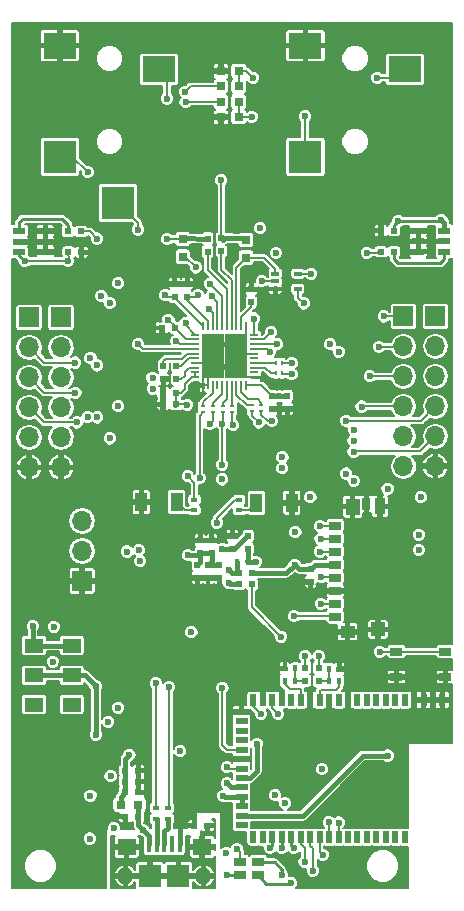
<source format=gbr>
G04 #@! TF.FileFunction,Copper,L1,Top,Signal*
%FSLAX46Y46*%
G04 Gerber Fmt 4.6, Leading zero omitted, Abs format (unit mm)*
G04 Created by KiCad (PCBNEW 4.0.6) date Friday, April 06, 2018 'AMt' 10:50:20 AM*
%MOMM*%
%LPD*%
G01*
G04 APERTURE LIST*
%ADD10C,0.100000*%
%ADD11R,0.600000X1.000000*%
%ADD12R,1.000000X0.600000*%
%ADD13R,1.000000X1.600000*%
%ADD14R,1.032000X0.500000*%
%ADD15R,1.032000X0.622000*%
%ADD16R,0.800000X0.750000*%
%ADD17R,0.750000X0.800000*%
%ADD18R,0.200000X0.750000*%
%ADD19R,0.750000X0.200000*%
%ADD20R,1.900000X1.900000*%
%ADD21R,2.800000X2.800000*%
%ADD22R,2.800000X2.200000*%
%ADD23R,0.500000X0.600000*%
%ADD24R,0.600000X0.500000*%
%ADD25R,0.600000X0.400000*%
%ADD26R,0.430000X0.280000*%
%ADD27R,0.280000X0.430000*%
%ADD28O,1.400000X1.400000*%
%ADD29R,1.600000X1.400000*%
%ADD30R,0.400000X1.350000*%
%ADD31R,0.400000X0.600000*%
%ADD32R,1.050000X0.650000*%
%ADD33R,1.700000X1.700000*%
%ADD34O,1.700000X1.700000*%
%ADD35R,1.000000X0.800000*%
%ADD36R,1.600000X1.200000*%
%ADD37R,0.650000X0.400000*%
%ADD38R,1.000000X0.700000*%
%ADD39R,1.200000X1.000000*%
%ADD40R,1.200000X1.150000*%
%ADD41R,1.200000X1.450000*%
%ADD42R,0.700000X1.000000*%
%ADD43R,0.900000X1.400000*%
%ADD44C,0.600000*%
%ADD45C,0.177800*%
%ADD46C,0.381000*%
%ADD47C,0.203200*%
%ADD48C,0.250000*%
%ADD49C,0.200000*%
G04 APERTURE END LIST*
D10*
D11*
X151650000Y-104180000D03*
X150850000Y-104180000D03*
X150050000Y-104180000D03*
X149250000Y-104180000D03*
X148450000Y-104180000D03*
X147650000Y-104180000D03*
X146850000Y-104180000D03*
X146050000Y-104180000D03*
X145250000Y-104180000D03*
X144450000Y-104180000D03*
X143650000Y-104180000D03*
X142850000Y-104180000D03*
X142050000Y-104180000D03*
X141250000Y-104180000D03*
X140450000Y-104180000D03*
X139650000Y-104180000D03*
X138850000Y-104180000D03*
X138050000Y-104180000D03*
X137250000Y-104180000D03*
X136450000Y-104180000D03*
X135650000Y-104180000D03*
D12*
X134650000Y-105180000D03*
X134650000Y-105980000D03*
X134650000Y-106780000D03*
X134650000Y-107580000D03*
X134650000Y-108380000D03*
X134650000Y-109180000D03*
X134650000Y-109980000D03*
X134650000Y-110780000D03*
X134650000Y-111580000D03*
X134650000Y-112380000D03*
X134650000Y-113180000D03*
X134650000Y-113980000D03*
X134650000Y-114780000D03*
D11*
X135650000Y-115780000D03*
X136450000Y-115780000D03*
X137250000Y-115780000D03*
X138050000Y-115780000D03*
X138850000Y-115780000D03*
X139650000Y-115780000D03*
X140450000Y-115780000D03*
X141250000Y-115780000D03*
X142050000Y-115780000D03*
X142850000Y-115780000D03*
X143650000Y-115780000D03*
X144450000Y-115780000D03*
X145250000Y-115780000D03*
X146050000Y-115780000D03*
X146850000Y-115780000D03*
X147650000Y-115780000D03*
X148450000Y-115780000D03*
D13*
X126150000Y-87430000D03*
X129150000Y-87430000D03*
X138900000Y-87480000D03*
X135900000Y-87480000D03*
D14*
X115814200Y-65368000D03*
X118022200Y-65368000D03*
D15*
X115814200Y-66252000D03*
X115814200Y-64484000D03*
X118022200Y-64484000D03*
X118022200Y-66252000D03*
D16*
X132900000Y-53530000D03*
X134400000Y-53530000D03*
X132900000Y-52230000D03*
X134400000Y-52230000D03*
X134400000Y-54830000D03*
X132900000Y-54830000D03*
D17*
X135025000Y-66730000D03*
X135025000Y-65230000D03*
X129650000Y-65155000D03*
X129650000Y-66655000D03*
D16*
X134400000Y-50930000D03*
X132900000Y-50930000D03*
D18*
X131394600Y-77547000D03*
X131794600Y-77547000D03*
X132194600Y-77547000D03*
X132594600Y-77547000D03*
X132994600Y-77547000D03*
X133394600Y-77547000D03*
X133794600Y-77547000D03*
X134194600Y-77547000D03*
X134594600Y-77547000D03*
X134994600Y-77547000D03*
D19*
X135694600Y-76847000D03*
X135694600Y-76447000D03*
X135694600Y-76047000D03*
X135694600Y-75647000D03*
X135694600Y-75247000D03*
X135694600Y-74847000D03*
X135694600Y-74447000D03*
X135694600Y-74047000D03*
X135694600Y-73647000D03*
X135694600Y-73247000D03*
D18*
X134994600Y-72547000D03*
X134594600Y-72547000D03*
X134194600Y-72547000D03*
X133794600Y-72547000D03*
X133394600Y-72547000D03*
X132994600Y-72547000D03*
X132594600Y-72547000D03*
X132194600Y-72547000D03*
X131794600Y-72547000D03*
X131394600Y-72547000D03*
D19*
X130694600Y-73247000D03*
X130694600Y-73647000D03*
X130694600Y-74047000D03*
X130694600Y-74447000D03*
X130694600Y-74847000D03*
X130694600Y-75247000D03*
X130694600Y-75647000D03*
X130694600Y-76047000D03*
X130694600Y-76447000D03*
X130694600Y-76847000D03*
D20*
X134144600Y-74097000D03*
X132244600Y-74097000D03*
X134144600Y-75997000D03*
X132244600Y-75997000D03*
D14*
X151816467Y-65332529D03*
X149608467Y-65332529D03*
D15*
X151816467Y-64448529D03*
X151816467Y-66216529D03*
X149608467Y-66216529D03*
X149608467Y-64448529D03*
D21*
X124200000Y-62080000D03*
X119250000Y-58180000D03*
D22*
X127650000Y-50780000D03*
X119250000Y-48780000D03*
D21*
X140050000Y-58180000D03*
D22*
X148450000Y-50780000D03*
X140050000Y-48780000D03*
D23*
X135200000Y-90280000D03*
X135200000Y-91380000D03*
X129117900Y-75919400D03*
X129117900Y-77019400D03*
X128990900Y-68947100D03*
X128990900Y-70047100D03*
X137200600Y-79539300D03*
X137200600Y-78439300D03*
X138496000Y-79539300D03*
X138496000Y-78439300D03*
D24*
X129096400Y-79149100D03*
X127996400Y-79149100D03*
X129096400Y-78171200D03*
X127996400Y-78171200D03*
D23*
X128000300Y-75919400D03*
X128000300Y-77019400D03*
D24*
X129000000Y-72680000D03*
X127900000Y-72680000D03*
D23*
X130045000Y-70047100D03*
X130045000Y-68947100D03*
X135455200Y-70517000D03*
X135455200Y-69417000D03*
X132925000Y-66180000D03*
X132925000Y-65080000D03*
X131775000Y-66205000D03*
X131775000Y-65105000D03*
D24*
X125900000Y-114080000D03*
X124800000Y-114080000D03*
X146442266Y-64448531D03*
X147542266Y-64448531D03*
X146442266Y-66239231D03*
X147542266Y-66239231D03*
X121086800Y-66252000D03*
X119986800Y-66252000D03*
X121048700Y-64499400D03*
X119948700Y-64499400D03*
D25*
X130650000Y-87230000D03*
X130650000Y-88130000D03*
X134450000Y-87230000D03*
X134450000Y-88130000D03*
D26*
X131385000Y-79775000D03*
X131385000Y-79255000D03*
X133042200Y-79777400D03*
X133042200Y-79257400D03*
X133855000Y-79777400D03*
X133855000Y-79257400D03*
X135550000Y-79740000D03*
X135550000Y-79220000D03*
X136300000Y-79740000D03*
X136300000Y-79220000D03*
X132215000Y-79775000D03*
X132215000Y-79255000D03*
D27*
X138039300Y-75669300D03*
X137519300Y-75669300D03*
X138039300Y-76532900D03*
X137519300Y-76532900D03*
D23*
X132750000Y-92730000D03*
X132750000Y-93830000D03*
D24*
X134400000Y-94380000D03*
X135500000Y-94380000D03*
D23*
X130900000Y-92730000D03*
X130900000Y-93830000D03*
X131800000Y-92730000D03*
X131800000Y-93830000D03*
X131125000Y-91755000D03*
X131125000Y-90655000D03*
X132125000Y-91755000D03*
X132125000Y-90655000D03*
D28*
X124800000Y-119080000D03*
D20*
X129300000Y-119080000D03*
D29*
X131300000Y-116630000D03*
D30*
X126800000Y-116405000D03*
X127450000Y-116405000D03*
X129400000Y-116405000D03*
X128750000Y-116405000D03*
X128100000Y-116405000D03*
D29*
X124900000Y-116630000D03*
D20*
X126900000Y-119080000D03*
D28*
X131400000Y-119080000D03*
D31*
X135150000Y-92480000D03*
X134250000Y-92480000D03*
D25*
X127400000Y-114230000D03*
X127400000Y-113330000D03*
X128400000Y-114230000D03*
X128400000Y-113330000D03*
D32*
X147750000Y-100080000D03*
X151900000Y-100080000D03*
X147750000Y-102230000D03*
X151900000Y-102230000D03*
D33*
X121150000Y-94105000D03*
D34*
X121150000Y-91565000D03*
X121150000Y-89025000D03*
D23*
X140500000Y-93080000D03*
X140500000Y-94180000D03*
X141175000Y-101455000D03*
X141175000Y-102555000D03*
X140050000Y-101430000D03*
X140050000Y-102530000D03*
D35*
X134550000Y-117930000D03*
X136050000Y-117930000D03*
X136050000Y-119030000D03*
X134550000Y-119030000D03*
D33*
X151050000Y-71680000D03*
D34*
X151050000Y-74220000D03*
X151050000Y-76760000D03*
X151050000Y-79300000D03*
X151050000Y-81840000D03*
X151050000Y-84380000D03*
D33*
X116650000Y-71780000D03*
D34*
X116650000Y-74320000D03*
X116650000Y-76860000D03*
X116650000Y-79400000D03*
X116650000Y-81940000D03*
X116650000Y-84480000D03*
D31*
X142925000Y-102555000D03*
X142025000Y-102555000D03*
X138300000Y-102530000D03*
X139200000Y-102530000D03*
X142025000Y-101555000D03*
X142925000Y-101555000D03*
X139200000Y-101505000D03*
X138300000Y-101505000D03*
D24*
X134400000Y-93430000D03*
X135500000Y-93430000D03*
D23*
X133850000Y-91380000D03*
X133850000Y-90280000D03*
D36*
X120250000Y-102080000D03*
X117050000Y-102080000D03*
X120250000Y-104580000D03*
X117050000Y-104580000D03*
X117050000Y-99580000D03*
X120250000Y-99580000D03*
D24*
X124800000Y-111980000D03*
X125900000Y-111980000D03*
X124800000Y-111080000D03*
X125900000Y-111080000D03*
X124800000Y-110180000D03*
X125900000Y-110180000D03*
X130650000Y-114830000D03*
X131750000Y-114830000D03*
D16*
X124400000Y-113030000D03*
X125900000Y-113030000D03*
D33*
X119350000Y-71780000D03*
D34*
X119350000Y-74320000D03*
X119350000Y-76860000D03*
X119350000Y-79400000D03*
X119350000Y-81940000D03*
X119350000Y-84480000D03*
D37*
X137500000Y-68080000D03*
X137500000Y-69380000D03*
X137500000Y-68730000D03*
X139400000Y-69380000D03*
X139400000Y-68080000D03*
D33*
X148350000Y-71705000D03*
D34*
X148350000Y-74245000D03*
X148350000Y-76785000D03*
X148350000Y-79325000D03*
X148350000Y-81865000D03*
X148350000Y-84405000D03*
D38*
X142560000Y-89430000D03*
X142560000Y-90530000D03*
X142560000Y-91630000D03*
X142560000Y-92730000D03*
X142560000Y-93830000D03*
X142560000Y-94930000D03*
X142560000Y-96030000D03*
X142560000Y-97130000D03*
D39*
X143610000Y-98405000D03*
D40*
X146200000Y-98205000D03*
D41*
X144050000Y-87805000D03*
D42*
X145200000Y-87580000D03*
D43*
X146350000Y-87780000D03*
D44*
X141900000Y-108080000D03*
X131850000Y-71080000D03*
X137600000Y-48830000D03*
X139500000Y-108830000D03*
X126750000Y-103580000D03*
X129400000Y-113330000D03*
X119087000Y-65368000D03*
X119100000Y-66230000D03*
X119075000Y-64480000D03*
X147275000Y-92555000D03*
X125025000Y-88805000D03*
X132244600Y-75997000D03*
X134144600Y-75997000D03*
X134144600Y-74097000D03*
X132244600Y-74097000D03*
X137873700Y-79535400D03*
X148465467Y-66201130D03*
X148465466Y-64423131D03*
X148465467Y-65337530D03*
X118650000Y-100930000D03*
X118750000Y-97980000D03*
X130100000Y-91930000D03*
X140550000Y-68080000D03*
X134250000Y-116780000D03*
X139125000Y-92730000D03*
X137848300Y-78443200D03*
X122300000Y-107130000D03*
X122275000Y-103030000D03*
X147000000Y-108880000D03*
X149650000Y-91480000D03*
X149650000Y-90180000D03*
X130950000Y-69880000D03*
X128450000Y-71980000D03*
X130050000Y-79180000D03*
X116269200Y-67005000D03*
X147906666Y-63635731D03*
X151564266Y-63508731D03*
X119952200Y-67005000D03*
X121625000Y-59505000D03*
X132925000Y-60180000D03*
X128325000Y-53255000D03*
X128325000Y-65155000D03*
X145250000Y-66305000D03*
X137550000Y-66330000D03*
X137150000Y-73030000D03*
X122400000Y-65105000D03*
X136225000Y-64230000D03*
X135725000Y-71880000D03*
X133100000Y-112280000D03*
X128175000Y-69905000D03*
X122775000Y-69980000D03*
X121850000Y-112280000D03*
X146125000Y-51480000D03*
X135625000Y-51505000D03*
X125900000Y-74055000D03*
X125875000Y-64355000D03*
X125937500Y-91517500D03*
X140675000Y-118655000D03*
X121775000Y-115905000D03*
X126075000Y-92405000D03*
X123825000Y-115055000D03*
X141525000Y-117280000D03*
X133025000Y-103155000D03*
X137500000Y-112255000D03*
X142850000Y-114555000D03*
X133025000Y-80830000D03*
X133000000Y-84255000D03*
X121600000Y-80230000D03*
X120575000Y-78155000D03*
X131975000Y-80830000D03*
X122425000Y-80255000D03*
X120550000Y-75605000D03*
X142025000Y-114530000D03*
X138325000Y-112930000D03*
X130400000Y-98430000D03*
X133350000Y-117105000D03*
X139975000Y-117880000D03*
X133925000Y-80905000D03*
X120700000Y-80680000D03*
X136100000Y-80680000D03*
X133000000Y-85505000D03*
X144125000Y-82230000D03*
X131100000Y-85380000D03*
X127125000Y-77830000D03*
X138875000Y-76605000D03*
X127100000Y-76905000D03*
X138900000Y-75655000D03*
X137225000Y-80555000D03*
X144150000Y-81305000D03*
X141175000Y-100480000D03*
X142875000Y-74680000D03*
X137050000Y-74680000D03*
X122400000Y-75855000D03*
X140050000Y-100480000D03*
X142150000Y-74055000D03*
X137675000Y-74055000D03*
X121850000Y-75230000D03*
X124200000Y-68880000D03*
X131950000Y-68930000D03*
X124200000Y-104830000D03*
X136300000Y-105355000D03*
X124200000Y-79305000D03*
X123475000Y-70580000D03*
X132100000Y-69980000D03*
X123350000Y-106030000D03*
X137750000Y-105355000D03*
X123475000Y-82030000D03*
X129900000Y-53555000D03*
X129900000Y-72230000D03*
X140025000Y-54755000D03*
X135500000Y-54805000D03*
X129875000Y-52680000D03*
X129125000Y-73780000D03*
X133000000Y-91430000D03*
X133550000Y-94230000D03*
X135850000Y-92480000D03*
X138000000Y-98830000D03*
X130075000Y-85230000D03*
X141375000Y-93780000D03*
X128500000Y-103080000D03*
X141350000Y-96030000D03*
X139200000Y-89980000D03*
X139075000Y-97080000D03*
X132550000Y-89180000D03*
X141275000Y-89455000D03*
X141325000Y-90530000D03*
X141300000Y-91605000D03*
X127375000Y-102780000D03*
X133550000Y-93180000D03*
X146350000Y-100080000D03*
X135950000Y-107880000D03*
X126300000Y-115180000D03*
X141450000Y-110030000D03*
X129450000Y-108530000D03*
X138050000Y-119030000D03*
X138850000Y-119680000D03*
X133400000Y-119030000D03*
X116950000Y-97930000D03*
X133400000Y-109880000D03*
X123550000Y-110630000D03*
X124975000Y-91605000D03*
X137050000Y-116680000D03*
X138050000Y-116730000D03*
X139050000Y-116730000D03*
X133400000Y-111230000D03*
X125150000Y-108830000D03*
X139900000Y-70605000D03*
X138100000Y-83630000D03*
X130750000Y-67555000D03*
X136350000Y-68705000D03*
X138075000Y-84555000D03*
X140475000Y-87005000D03*
X149800000Y-87005000D03*
X143500000Y-80530000D03*
X143500000Y-85005000D03*
X146675000Y-71705000D03*
X147000000Y-86280000D03*
X145500000Y-76780000D03*
X144800000Y-79330000D03*
X146275000Y-74255000D03*
X144125000Y-83155000D03*
X144150000Y-85630000D03*
D45*
X132194600Y-71424600D02*
X131850000Y-71080000D01*
X132194600Y-72547000D02*
X132194600Y-71424600D01*
D46*
X138050000Y-104180000D02*
X138050000Y-103505000D01*
X136450000Y-103330000D02*
X136450000Y-104180000D01*
X136700000Y-103080000D02*
X136450000Y-103330000D01*
X137625000Y-103080000D02*
X136700000Y-103080000D01*
X138050000Y-103505000D02*
X137625000Y-103080000D01*
X131825000Y-93855000D02*
X131800000Y-93830000D01*
X130911600Y-93841600D02*
X130900000Y-93830000D01*
X129400000Y-113330000D02*
X129400000Y-116405000D01*
X118022200Y-65368000D02*
X119087000Y-65368000D01*
X118022200Y-66252000D02*
X119078000Y-66252000D01*
X119078000Y-66252000D02*
X119100000Y-66230000D01*
X118022200Y-64484000D02*
X119071000Y-64484000D01*
X119071000Y-64484000D02*
X119075000Y-64480000D01*
D45*
X131394600Y-77547000D02*
X131394600Y-76847000D01*
X131394600Y-76847000D02*
X132244600Y-75997000D01*
X132194600Y-74047000D02*
X132244600Y-74097000D01*
X134994600Y-72547000D02*
X134994600Y-73247000D01*
X134994600Y-73247000D02*
X134144600Y-74097000D01*
X132244600Y-74097000D02*
X132244600Y-75997000D01*
X134144600Y-74097000D02*
X134144600Y-75997000D01*
X134594600Y-73647000D02*
X134144600Y-74097000D01*
D46*
X128000300Y-77019400D02*
X128000300Y-78167300D01*
X128000300Y-78167300D02*
X127996400Y-78171200D01*
X130045000Y-68947100D02*
X128990900Y-68947100D01*
X138496000Y-79539300D02*
X138492100Y-79535400D01*
X138492100Y-79535400D02*
X137873700Y-79535400D01*
X137200600Y-79539300D02*
X137204500Y-79535400D01*
X137204500Y-79535400D02*
X137873700Y-79535400D01*
X127996400Y-79149100D02*
X127996400Y-78171200D01*
X118022200Y-65368000D02*
X120795800Y-65368000D01*
X121086800Y-65659000D02*
X121086800Y-66252000D01*
X120795800Y-65368000D02*
X121086800Y-65659000D01*
X149608465Y-66216530D02*
X148480865Y-66216530D01*
X148480865Y-66216530D02*
X148465467Y-66201130D01*
X149608467Y-64448529D02*
X148490866Y-64448531D01*
X148490866Y-64448531D02*
X148465466Y-64423131D01*
X149608465Y-65332530D02*
X148470466Y-65332530D01*
X146442265Y-64990730D02*
X146789066Y-65337530D01*
X146789066Y-65337530D02*
X148465467Y-65337530D01*
X146442265Y-64990730D02*
X146442265Y-64448530D01*
X148470466Y-65332530D02*
X148465467Y-65337530D01*
X151816466Y-65332531D02*
X149608465Y-65332530D01*
X149608465Y-66216530D02*
X149608465Y-65332530D01*
X149608467Y-64448529D02*
X149608465Y-65332530D01*
X115814200Y-65368000D02*
X118022200Y-65368000D01*
X118022200Y-64484000D02*
X118022200Y-65368000D01*
X118022200Y-66252000D02*
X118022200Y-65368000D01*
D45*
X131394600Y-77547000D02*
X131794600Y-77547000D01*
X131794600Y-77547000D02*
X131794600Y-76447000D01*
X131794600Y-76447000D02*
X132244600Y-75997000D01*
X130694600Y-75647000D02*
X131894600Y-75647000D01*
X131894600Y-75647000D02*
X132244600Y-75997000D01*
X134594600Y-73647000D02*
X134144600Y-74097000D01*
X135694600Y-74847000D02*
X134894600Y-74847000D01*
X134894600Y-74847000D02*
X134144600Y-74097000D01*
X135694600Y-76847000D02*
X134994600Y-76847000D01*
X134994600Y-76847000D02*
X134144600Y-75997000D01*
D46*
X135500000Y-93430000D02*
X138425000Y-93430000D01*
X138425000Y-93430000D02*
X139125000Y-92730000D01*
X132750000Y-92730000D02*
X131800000Y-92730000D01*
X131800000Y-92730000D02*
X132125000Y-92405000D01*
X132125000Y-92405000D02*
X132125000Y-91755000D01*
X130900000Y-92730000D02*
X131125000Y-92505000D01*
X131125000Y-92505000D02*
X131125000Y-91755000D01*
X132125000Y-91755000D02*
X131125000Y-91755000D01*
X130100000Y-91930000D02*
X130950000Y-91930000D01*
X130950000Y-91930000D02*
X131125000Y-91755000D01*
D45*
X139400000Y-68080000D02*
X140550000Y-68080000D01*
D47*
X134550000Y-117930000D02*
X134550000Y-117080000D01*
X134550000Y-117080000D02*
X134250000Y-116780000D01*
X134550000Y-117930000D02*
X134250000Y-117630000D01*
D45*
X134994600Y-77547000D02*
X136308300Y-77547000D01*
X136308300Y-77547000D02*
X137200600Y-78439300D01*
D46*
X140500000Y-93080000D02*
X139475000Y-93080000D01*
X139475000Y-93080000D02*
X139125000Y-92730000D01*
X142460000Y-92730000D02*
X140850000Y-92730000D01*
X140850000Y-92730000D02*
X140500000Y-93080000D01*
X137200600Y-78439300D02*
X137844400Y-78439300D01*
X137844400Y-78439300D02*
X137848300Y-78443200D01*
X137852200Y-78439300D02*
X138496000Y-78439300D01*
X137852200Y-78439300D02*
X137848300Y-78443200D01*
D45*
X134994600Y-77547000D02*
X134994600Y-77808300D01*
X134994600Y-77547000D02*
X134994600Y-77694000D01*
X130694600Y-75247000D02*
X130187900Y-75247000D01*
X129515500Y-75919400D02*
X129117900Y-75919400D01*
X130187900Y-75247000D02*
X129515500Y-75919400D01*
X129168000Y-75869300D02*
X129117900Y-75919400D01*
X130694600Y-76047000D02*
X130175300Y-76047000D01*
X129545800Y-77019400D02*
X129117900Y-77019400D01*
X129816400Y-76748800D02*
X129545800Y-77019400D01*
X129816400Y-76405900D02*
X129816400Y-76748800D01*
X130175300Y-76047000D02*
X129816400Y-76405900D01*
D46*
X134650000Y-113980000D02*
X139800000Y-113980000D01*
X144900000Y-108880000D02*
X147000000Y-108880000D01*
X139800000Y-113980000D02*
X144900000Y-108880000D01*
X121350000Y-102080000D02*
X120250000Y-102080000D01*
X122300000Y-103030000D02*
X121350000Y-102080000D01*
X122300000Y-107130000D02*
X122300000Y-103030000D01*
X117050000Y-102080000D02*
X120250000Y-102080000D01*
X147000000Y-108880000D02*
X147000000Y-108880000D01*
D48*
X147542266Y-64448531D02*
X147550000Y-64440797D01*
X147550000Y-64440797D02*
X147550000Y-63992395D01*
D47*
X130045000Y-70047100D02*
X130782900Y-70047100D01*
X130782900Y-70047100D02*
X130950000Y-69880000D01*
X129000000Y-72680000D02*
X129000000Y-72530000D01*
X129000000Y-72530000D02*
X128450000Y-71980000D01*
X129096400Y-79149100D02*
X130019100Y-79149100D01*
X130019100Y-79149100D02*
X130050000Y-79180000D01*
D48*
X115814200Y-66252000D02*
X115814200Y-66550000D01*
X115814200Y-66550000D02*
X116269200Y-67005000D01*
D47*
X115814200Y-66550000D02*
X116269200Y-67005000D01*
D45*
X130694600Y-73647000D02*
X129967000Y-73647000D01*
X129967000Y-73647000D02*
X129000000Y-72680000D01*
D46*
X129096400Y-79149100D02*
X129041700Y-79203800D01*
D47*
X129096400Y-79149100D02*
X129096400Y-78171200D01*
D45*
X130694600Y-76847000D02*
X130416700Y-76847000D01*
X130416700Y-76847000D02*
X129816400Y-77447300D01*
X129473500Y-78171200D02*
X129096400Y-78171200D01*
X129816400Y-77828300D02*
X129473500Y-78171200D01*
X129816400Y-77447300D02*
X129816400Y-77828300D01*
X131794600Y-72547000D02*
X131794600Y-72059500D01*
X131794600Y-72059500D02*
X130045000Y-70309900D01*
X130045000Y-70309900D02*
X130045000Y-70047100D01*
D47*
X129000000Y-72680000D02*
X129059600Y-72620400D01*
D46*
X151816466Y-64448529D02*
X151816466Y-63760931D01*
X151816466Y-63760931D02*
X151564266Y-63508731D01*
D48*
X151816466Y-64448529D02*
X151816466Y-63862531D01*
X147906666Y-63635731D02*
X147550000Y-63992395D01*
X147550000Y-63992395D02*
X147542265Y-64000130D01*
X151589666Y-63635731D02*
X147906666Y-63635731D01*
X151816466Y-63862531D02*
X151589666Y-63635731D01*
D47*
X119986800Y-66252000D02*
X120011800Y-66945400D01*
X116269200Y-67005000D02*
X119952200Y-67005000D01*
X120011800Y-66945400D02*
X119952200Y-67005000D01*
D45*
X130694600Y-76447000D02*
X130694600Y-76847000D01*
X130694600Y-74847000D02*
X130053608Y-74847000D01*
X128000300Y-75504200D02*
X128000300Y-75919400D01*
X128228900Y-75275600D02*
X128000300Y-75504200D01*
X129625008Y-75275600D02*
X128228900Y-75275600D01*
X130053608Y-74847000D02*
X129625008Y-75275600D01*
X134594600Y-72547000D02*
X134594600Y-71767400D01*
X135455200Y-70906800D02*
X135455200Y-70517000D01*
X134594600Y-71767400D02*
X135455200Y-70906800D01*
X135471800Y-70500400D02*
X135455200Y-70517000D01*
X133794600Y-72547000D02*
X133794600Y-68636600D01*
X132927900Y-67769900D02*
X132925000Y-66180000D01*
X133794600Y-68636600D02*
X132927900Y-67769900D01*
D47*
X132925000Y-65080000D02*
X132925000Y-60180000D01*
X121625000Y-59505000D02*
X120300000Y-58180000D01*
X120300000Y-58180000D02*
X119250000Y-58180000D01*
D46*
X135025000Y-65230000D02*
X134894800Y-65099800D01*
X134894800Y-65099800D02*
X132925000Y-65080000D01*
X133055200Y-65210200D02*
X132925000Y-65080000D01*
D45*
X133394600Y-72547000D02*
X133394600Y-69379600D01*
X131772200Y-67757200D02*
X131775000Y-66205000D01*
X133394600Y-69379600D02*
X131772200Y-67757200D01*
D47*
X129650000Y-65155000D02*
X128325000Y-65155000D01*
X128325000Y-53255000D02*
X128325000Y-51455000D01*
X128325000Y-51455000D02*
X127650000Y-50780000D01*
D46*
X129650000Y-65155000D02*
X129716700Y-65088300D01*
X129716700Y-65088300D02*
X131775000Y-65105000D01*
X131708300Y-65171700D02*
X131775000Y-65105000D01*
D45*
X135694600Y-73647000D02*
X136533000Y-73647000D01*
X145250000Y-66305000D02*
X146376497Y-66305000D01*
X136533000Y-73647000D02*
X137150000Y-73030000D01*
X146376497Y-66305000D02*
X146442266Y-66239231D01*
X146115965Y-66239230D02*
X146442265Y-66239230D01*
D48*
X151816466Y-66216529D02*
X151816466Y-66837930D01*
X147542265Y-66827330D02*
X147542266Y-66239230D01*
X147906666Y-67191731D02*
X147542265Y-66827330D01*
X151462666Y-67191729D02*
X147906666Y-67191731D01*
X151816466Y-66837930D02*
X151462666Y-67191729D01*
D45*
X135694600Y-73247000D02*
X135694600Y-71910400D01*
X121794400Y-64499400D02*
X121048700Y-64499400D01*
X122400000Y-65105000D02*
X121794400Y-64499400D01*
X135694600Y-71910400D02*
X135725000Y-71880000D01*
D48*
X115814200Y-64484000D02*
X115814200Y-63735600D01*
X119948700Y-63962100D02*
X119948700Y-64499400D01*
X119419200Y-63432600D02*
X119948700Y-63962100D01*
X116117200Y-63432600D02*
X119419200Y-63432600D01*
X115814200Y-63735600D02*
X116117200Y-63432600D01*
D46*
X133200000Y-112380000D02*
X133100000Y-112280000D01*
X134650000Y-112380000D02*
X133200000Y-112380000D01*
D47*
X128317100Y-70047100D02*
X128990900Y-70047100D01*
X128175000Y-69905000D02*
X128317100Y-70047100D01*
D45*
X131394600Y-72547000D02*
X128990900Y-70143300D01*
X128990900Y-70143300D02*
X128990900Y-70047100D01*
D46*
X128990900Y-70047100D02*
X128974300Y-70030500D01*
X134650000Y-113180000D02*
X134650000Y-112380000D01*
D47*
X130650000Y-88130000D02*
X129850000Y-88130000D01*
X129850000Y-88130000D02*
X129150000Y-87430000D01*
X134450000Y-88130000D02*
X135250000Y-88130000D01*
X135250000Y-88130000D02*
X135900000Y-87480000D01*
X134400000Y-50930000D02*
X135050000Y-50930000D01*
X146125000Y-51480000D02*
X147750000Y-51480000D01*
X135050000Y-50930000D02*
X135625000Y-51505000D01*
X147750000Y-51480000D02*
X148450000Y-50780000D01*
X134400000Y-50930000D02*
X134400000Y-52230000D01*
D45*
X124200000Y-62080000D02*
X125875000Y-63755000D01*
X126292000Y-74447000D02*
X125900000Y-74055000D01*
X126292000Y-74447000D02*
X130694600Y-74447000D01*
X125875000Y-63755000D02*
X125875000Y-64355000D01*
D47*
X140450000Y-116505000D02*
X140675000Y-116730000D01*
X140675000Y-116730000D02*
X140675000Y-118655000D01*
X140450000Y-115780000D02*
X140450000Y-116505000D01*
X141250000Y-117005000D02*
X141250000Y-115780000D01*
X141250000Y-117005000D02*
X141525000Y-117280000D01*
X134650000Y-108380000D02*
X133400000Y-108380000D01*
X133025000Y-108005000D02*
X133025000Y-103155000D01*
X133400000Y-108380000D02*
X133025000Y-108005000D01*
X142850000Y-115780000D02*
X142850000Y-114555000D01*
X133042200Y-80812800D02*
X133042200Y-79777400D01*
X133025000Y-84230000D02*
X133025000Y-80830000D01*
X133000000Y-84255000D02*
X133025000Y-84230000D01*
X116650000Y-76860000D02*
X117945000Y-78155000D01*
X133025000Y-80830000D02*
X133042200Y-80812800D01*
X117945000Y-78155000D02*
X120575000Y-78155000D01*
X131975000Y-80830000D02*
X132229400Y-80575600D01*
X132229400Y-80575600D02*
X132229400Y-79777400D01*
X116650000Y-74320000D02*
X117935000Y-75605000D01*
X117935000Y-75605000D02*
X120550000Y-75605000D01*
X142050000Y-114555000D02*
X142025000Y-114530000D01*
X142050000Y-114555000D02*
X142050000Y-115780000D01*
X139650000Y-115780000D02*
X139650000Y-116355000D01*
X139975000Y-116680000D02*
X139975000Y-117880000D01*
X139650000Y-116355000D02*
X139975000Y-116680000D01*
X133925000Y-80905000D02*
X133855000Y-80835000D01*
X133855000Y-80835000D02*
X133855000Y-79777400D01*
X116650000Y-79400000D02*
X117930000Y-80680000D01*
X117930000Y-80680000D02*
X120700000Y-80680000D01*
D45*
X135550000Y-79740000D02*
X135550000Y-80130000D01*
X135550000Y-80130000D02*
X136100000Y-80680000D01*
D47*
X131416600Y-79777400D02*
X131100000Y-80094000D01*
X131100000Y-80094000D02*
X131100000Y-85380000D01*
X138875000Y-76605000D02*
X138111400Y-76605000D01*
X138111400Y-76605000D02*
X138039300Y-76532900D01*
X138900000Y-75655000D02*
X138885700Y-75669300D01*
X138885700Y-75669300D02*
X138039300Y-75669300D01*
D45*
X136300000Y-79740000D02*
X136300000Y-80005000D01*
X136850000Y-80555000D02*
X137225000Y-80555000D01*
X136300000Y-80005000D02*
X136850000Y-80555000D01*
D47*
X141175000Y-101455000D02*
X141175000Y-100480000D01*
D45*
X136817000Y-74447000D02*
X137050000Y-74680000D01*
X135694600Y-74447000D02*
X136817000Y-74447000D01*
D47*
X140050000Y-101430000D02*
X140050000Y-100480000D01*
D45*
X137667000Y-74047000D02*
X135694600Y-74047000D01*
X137667000Y-74047000D02*
X137675000Y-74055000D01*
X132994600Y-72547000D02*
X132994600Y-69974600D01*
X132994600Y-69974600D02*
X131950000Y-68930000D01*
D47*
X135650000Y-104180000D02*
X135650000Y-104705000D01*
X135650000Y-104705000D02*
X136300000Y-105355000D01*
D45*
X132594600Y-72547000D02*
X132594600Y-70474600D01*
X132594600Y-70474600D02*
X132100000Y-69980000D01*
D47*
X137250000Y-104180000D02*
X137250000Y-104855000D01*
X137250000Y-104855000D02*
X137750000Y-105355000D01*
D45*
X132194600Y-77547000D02*
X132194600Y-78160400D01*
X131385000Y-78970000D02*
X131385000Y-79255000D01*
X132194600Y-78160400D02*
X131385000Y-78970000D01*
X133394600Y-77547000D02*
X133394600Y-78657000D01*
X133042200Y-79009400D02*
X133042200Y-79257400D01*
X133394600Y-78657000D02*
X133042200Y-79009400D01*
X133794600Y-77547000D02*
X133794600Y-79197000D01*
X133794600Y-79197000D02*
X133855000Y-79257400D01*
X134194600Y-77547000D02*
X134194600Y-78324600D01*
X135090000Y-79220000D02*
X135550000Y-79220000D01*
X134194600Y-78324600D02*
X135090000Y-79220000D01*
X134594600Y-78123400D02*
X135176200Y-78705000D01*
X134594600Y-77547000D02*
X134594600Y-78123400D01*
X136300000Y-79005000D02*
X136300000Y-79220000D01*
X136000000Y-78705000D02*
X136300000Y-79005000D01*
X135176200Y-78705000D02*
X136000000Y-78705000D01*
X132994600Y-77547000D02*
X132994600Y-78235400D01*
X132215000Y-79015000D02*
X132215000Y-79255000D01*
X132994600Y-78235400D02*
X132215000Y-79015000D01*
X135694600Y-75647000D02*
X137497000Y-75647000D01*
X137497000Y-75647000D02*
X137519300Y-75669300D01*
X135694600Y-76047000D02*
X136633000Y-76047000D01*
X137118900Y-76532900D02*
X137519300Y-76532900D01*
X136633000Y-76047000D02*
X137118900Y-76532900D01*
X132900000Y-53530000D02*
X129925000Y-53530000D01*
X129900000Y-72452400D02*
X130694600Y-73247000D01*
X129900000Y-72452400D02*
X129900000Y-72230000D01*
X129925000Y-53530000D02*
X129900000Y-53555000D01*
D47*
X134400000Y-54830000D02*
X134425000Y-54805000D01*
X134425000Y-54805000D02*
X135500000Y-54805000D01*
X140025000Y-54755000D02*
X140025000Y-58155000D01*
X140025000Y-58155000D02*
X140050000Y-58180000D01*
X134400000Y-53530000D02*
X134400000Y-54830000D01*
D45*
X130694600Y-74047000D02*
X129392000Y-74047000D01*
X130325000Y-52230000D02*
X132900000Y-52230000D01*
X129875000Y-52680000D02*
X130325000Y-52230000D01*
X129392000Y-74047000D02*
X129125000Y-73780000D01*
X135025000Y-66730000D02*
X134194600Y-67560400D01*
X134194600Y-68370800D02*
X134194600Y-72547000D01*
X134194600Y-67560400D02*
X134194600Y-68370800D01*
D47*
X135025000Y-66730000D02*
X136525000Y-66730000D01*
X137500000Y-67705000D02*
X137500000Y-68080000D01*
X136525000Y-66730000D02*
X137500000Y-67705000D01*
D46*
X135200000Y-90280000D02*
X135125000Y-90280000D01*
X135125000Y-90280000D02*
X134025000Y-91380000D01*
X134025000Y-91380000D02*
X133850000Y-91380000D01*
X133000000Y-91430000D02*
X133800000Y-91430000D01*
X133800000Y-91430000D02*
X133850000Y-91380000D01*
X133550000Y-94230000D02*
X133700000Y-94380000D01*
X133700000Y-94380000D02*
X134400000Y-94380000D01*
X135200000Y-91380000D02*
X135200000Y-92430000D01*
X135200000Y-92430000D02*
X135150000Y-92480000D01*
X135100000Y-92430000D02*
X135150000Y-92480000D01*
X135850000Y-92480000D02*
X135150000Y-92480000D01*
D47*
X135500000Y-96330000D02*
X135500000Y-94380000D01*
X138000000Y-98830000D02*
X135500000Y-96330000D01*
X130650000Y-85805000D02*
X130650000Y-87230000D01*
X130075000Y-85230000D02*
X130650000Y-85805000D01*
X141375000Y-93780000D02*
X142410000Y-93780000D01*
X142460000Y-93830000D02*
X142410000Y-93780000D01*
X128500000Y-113230000D02*
X128500000Y-103080000D01*
X128500000Y-113230000D02*
X128400000Y-113330000D01*
X142460000Y-96030000D02*
X141350000Y-96030000D01*
X142460000Y-96030000D02*
X142410000Y-95980000D01*
X139075000Y-97080000D02*
X142410000Y-97080000D01*
X142410000Y-97080000D02*
X142460000Y-97130000D01*
X142460000Y-97130000D02*
X142435000Y-97105000D01*
X134450000Y-87230000D02*
X134075000Y-87230000D01*
X132550000Y-88755000D02*
X132550000Y-89180000D01*
X134075000Y-87230000D02*
X132550000Y-88755000D01*
X142460000Y-89430000D02*
X142435000Y-89455000D01*
X142435000Y-89455000D02*
X141275000Y-89455000D01*
X142460000Y-89430000D02*
X142435000Y-89455000D01*
X141325000Y-90530000D02*
X142460000Y-90530000D01*
X141300000Y-91605000D02*
X142435000Y-91605000D01*
X142460000Y-91630000D02*
X142435000Y-91605000D01*
X127400000Y-102805000D02*
X127400000Y-113330000D01*
X127375000Y-102780000D02*
X127400000Y-102805000D01*
D46*
X133550000Y-93180000D02*
X133800000Y-93430000D01*
X134250000Y-92480000D02*
X134250000Y-93280000D01*
X134250000Y-93280000D02*
X134400000Y-93430000D01*
X133800000Y-93430000D02*
X134400000Y-93430000D01*
D47*
X147750000Y-100080000D02*
X146350000Y-100080000D01*
X151900000Y-100080000D02*
X147750000Y-100080000D01*
X141250000Y-104180000D02*
X141250000Y-103380000D01*
X142925000Y-103055000D02*
X142925000Y-102555000D01*
X142675000Y-103305000D02*
X142925000Y-103055000D01*
X141325000Y-103305000D02*
X142675000Y-103305000D01*
X141250000Y-103380000D02*
X141325000Y-103305000D01*
X139650000Y-104180000D02*
X139650000Y-103305000D01*
X138300000Y-102855000D02*
X138300000Y-102530000D01*
X138700000Y-103255000D02*
X138300000Y-102855000D01*
X139600000Y-103255000D02*
X138700000Y-103255000D01*
X139650000Y-103305000D02*
X139600000Y-103255000D01*
D46*
X134650000Y-110780000D02*
X135350000Y-110780000D01*
X135950000Y-110180000D02*
X135950000Y-107880000D01*
X135350000Y-110780000D02*
X135950000Y-110180000D01*
X127450000Y-116405000D02*
X127450000Y-114280000D01*
X127450000Y-114280000D02*
X127400000Y-114230000D01*
X128100000Y-116405000D02*
X128100000Y-115280000D01*
X128400000Y-114980000D02*
X128400000Y-114230000D01*
X128100000Y-115280000D02*
X128400000Y-114980000D01*
X125900000Y-114080000D02*
X125900000Y-114780000D01*
X125900000Y-114780000D02*
X126300000Y-115180000D01*
X125900000Y-113030000D02*
X125900000Y-114080000D01*
X126800000Y-116405000D02*
X126800000Y-115680000D01*
X126800000Y-115680000D02*
X126300000Y-115180000D01*
D47*
X141175000Y-102555000D02*
X142025000Y-102555000D01*
X142025000Y-102555000D02*
X142025000Y-101555000D01*
X140050000Y-102530000D02*
X139200000Y-102530000D01*
X139200000Y-102530000D02*
X139200000Y-101505000D01*
D48*
X137450000Y-117930000D02*
X136050000Y-117930000D01*
X138050000Y-118530000D02*
X137450000Y-117930000D01*
X138050000Y-119030000D02*
X138050000Y-118530000D01*
X136750000Y-119730000D02*
X136050000Y-119030000D01*
X138800000Y-119730000D02*
X136750000Y-119730000D01*
X138850000Y-119680000D02*
X138800000Y-119730000D01*
X133400000Y-119030000D02*
X134550000Y-119030000D01*
D46*
X117050000Y-99580000D02*
X116950000Y-99480000D01*
X116950000Y-99480000D02*
X116950000Y-97930000D01*
X120250000Y-99580000D02*
X117050000Y-99580000D01*
D47*
X134650000Y-109980000D02*
X133500000Y-109980000D01*
X133500000Y-109980000D02*
X133400000Y-109880000D01*
D48*
X134650000Y-109980000D02*
X134600000Y-109930000D01*
X137250000Y-115780000D02*
X137250000Y-116480000D01*
X137250000Y-116480000D02*
X137050000Y-116680000D01*
X138050000Y-116730000D02*
X138050000Y-115780000D01*
X138850000Y-115780000D02*
X138850000Y-116530000D01*
X138850000Y-116530000D02*
X139050000Y-116730000D01*
D46*
X134650000Y-111580000D02*
X133750000Y-111580000D01*
X133750000Y-111580000D02*
X133400000Y-111230000D01*
X124800000Y-110180000D02*
X124800000Y-109180000D01*
X124800000Y-109180000D02*
X125150000Y-108830000D01*
X124800000Y-110180000D02*
X124800000Y-111080000D01*
X124800000Y-111080000D02*
X124800000Y-111980000D01*
X124400000Y-113030000D02*
X124400000Y-112380000D01*
X124400000Y-112380000D02*
X124800000Y-111980000D01*
D47*
X139400000Y-70105000D02*
X139400000Y-69380000D01*
X139900000Y-70605000D02*
X139400000Y-70105000D01*
X129650000Y-66655000D02*
X129850000Y-66655000D01*
X129850000Y-66655000D02*
X130750000Y-67555000D01*
D45*
X137500000Y-68730000D02*
X136375000Y-68730000D01*
X136375000Y-68730000D02*
X136350000Y-68705000D01*
X129586200Y-66718800D02*
X129650000Y-66655000D01*
D47*
X149820000Y-80530000D02*
X151050000Y-79300000D01*
X143500000Y-80530000D02*
X149820000Y-80530000D01*
X146675000Y-71705000D02*
X148350000Y-71705000D01*
X145505000Y-76785000D02*
X148350000Y-76785000D01*
X145500000Y-76780000D02*
X145505000Y-76785000D01*
X144805000Y-79325000D02*
X148350000Y-79325000D01*
X144800000Y-79330000D02*
X144805000Y-79325000D01*
X146275000Y-74255000D02*
X148340000Y-74255000D01*
X148340000Y-74255000D02*
X148350000Y-74245000D01*
X144125000Y-83155000D02*
X144150000Y-83130000D01*
X149760000Y-83130000D02*
X151050000Y-81840000D01*
X144150000Y-83130000D02*
X149760000Y-83130000D01*
D49*
G36*
X152475000Y-63871828D02*
X152451470Y-63855751D01*
X152332467Y-63831652D01*
X152306966Y-63831652D01*
X152306966Y-63760931D01*
X152269629Y-63573225D01*
X152164348Y-63415660D01*
X152164370Y-63389907D01*
X152073218Y-63169302D01*
X151904583Y-63000372D01*
X151684137Y-62908835D01*
X151445442Y-62908627D01*
X151224837Y-62999779D01*
X151055907Y-63168414D01*
X151038335Y-63210731D01*
X148330196Y-63210731D01*
X148246983Y-63127372D01*
X148026537Y-63035835D01*
X147787842Y-63035627D01*
X147567237Y-63126779D01*
X147398307Y-63295414D01*
X147306770Y-63515860D01*
X147306666Y-63634688D01*
X147249480Y-63691874D01*
X147249478Y-63691877D01*
X147241745Y-63699610D01*
X147149616Y-63837489D01*
X147134614Y-63912910D01*
X147131093Y-63913573D01*
X147028987Y-63979276D01*
X146995819Y-64027820D01*
X146912203Y-63944203D01*
X146801940Y-63898531D01*
X146667266Y-63898531D01*
X146592266Y-63973531D01*
X146592266Y-64323531D01*
X146612266Y-64323531D01*
X146612266Y-64573531D01*
X146592266Y-64573531D01*
X146592266Y-64923531D01*
X146667266Y-64998531D01*
X146801940Y-64998531D01*
X146912203Y-64952859D01*
X146995698Y-64869363D01*
X147023011Y-64911810D01*
X147123263Y-64980309D01*
X147242266Y-65004408D01*
X147842266Y-65004408D01*
X147953439Y-64983489D01*
X148055545Y-64917786D01*
X148124044Y-64817534D01*
X148148143Y-64698531D01*
X148148143Y-64673529D01*
X148792467Y-64673529D01*
X148792467Y-64819202D01*
X148834645Y-64921029D01*
X148792467Y-65022856D01*
X148792467Y-65132529D01*
X148867467Y-65207529D01*
X149458467Y-65207529D01*
X149458467Y-64598529D01*
X149758467Y-64598529D01*
X149758467Y-65207529D01*
X150349467Y-65207529D01*
X150424467Y-65132529D01*
X150424467Y-65022856D01*
X150382289Y-64921029D01*
X150424467Y-64819202D01*
X150424467Y-64673529D01*
X150349467Y-64598529D01*
X149758467Y-64598529D01*
X149458467Y-64598529D01*
X148867467Y-64598529D01*
X148792467Y-64673529D01*
X148148143Y-64673529D01*
X148148143Y-64198531D01*
X148145808Y-64186121D01*
X148246095Y-64144683D01*
X148330194Y-64060731D01*
X148799560Y-64060731D01*
X148792467Y-64077856D01*
X148792467Y-64223529D01*
X148867467Y-64298529D01*
X149458467Y-64298529D01*
X149458467Y-64278529D01*
X149758467Y-64278529D01*
X149758467Y-64298529D01*
X150349467Y-64298529D01*
X150424467Y-64223529D01*
X150424467Y-64077856D01*
X150417374Y-64060731D01*
X151010142Y-64060731D01*
X150994590Y-64137529D01*
X150994590Y-64759529D01*
X151015509Y-64870702D01*
X151044700Y-64916067D01*
X151000467Y-65022856D01*
X151000467Y-65132529D01*
X151075467Y-65207529D01*
X151666467Y-65207529D01*
X151666467Y-65162529D01*
X151966467Y-65162529D01*
X151966467Y-65207529D01*
X151986467Y-65207529D01*
X151986467Y-65457529D01*
X151966467Y-65457529D01*
X151966467Y-65502529D01*
X151666467Y-65502529D01*
X151666467Y-65457529D01*
X151075467Y-65457529D01*
X151000467Y-65532529D01*
X151000467Y-65642202D01*
X151044562Y-65748659D01*
X151018689Y-65786526D01*
X150994590Y-65905529D01*
X150994590Y-66527529D01*
X151015509Y-66638702D01*
X151081212Y-66740808D01*
X151119149Y-66766729D01*
X150309531Y-66766730D01*
X150378795Y-66697465D01*
X150424467Y-66587202D01*
X150424467Y-66441529D01*
X150349467Y-66366529D01*
X149758467Y-66366529D01*
X149758467Y-66386529D01*
X149458467Y-66386529D01*
X149458467Y-66366529D01*
X148867467Y-66366529D01*
X148792467Y-66441529D01*
X148792467Y-66587202D01*
X148838139Y-66697465D01*
X148907404Y-66766730D01*
X148082706Y-66766731D01*
X148036631Y-66720656D01*
X148055545Y-66708486D01*
X148124044Y-66608234D01*
X148148143Y-66489231D01*
X148148143Y-65989231D01*
X148127224Y-65878058D01*
X148061521Y-65775952D01*
X147961269Y-65707453D01*
X147842266Y-65683354D01*
X147242266Y-65683354D01*
X147131093Y-65704273D01*
X147028987Y-65769976D01*
X146992262Y-65823725D01*
X146961521Y-65775952D01*
X146861269Y-65707453D01*
X146742266Y-65683354D01*
X146142266Y-65683354D01*
X146031093Y-65704273D01*
X145928987Y-65769976D01*
X145860488Y-65870228D01*
X145851199Y-65916100D01*
X145709567Y-65916100D01*
X145590317Y-65796641D01*
X145369871Y-65705104D01*
X145131176Y-65704896D01*
X144910571Y-65796048D01*
X144741641Y-65964683D01*
X144650104Y-66185129D01*
X144649896Y-66423824D01*
X144741048Y-66644429D01*
X144909683Y-66813359D01*
X145130129Y-66904896D01*
X145368824Y-66905104D01*
X145589429Y-66813952D01*
X145709691Y-66693900D01*
X145917471Y-66693900D01*
X145923011Y-66702510D01*
X146023263Y-66771009D01*
X146142266Y-66795108D01*
X146742266Y-66795108D01*
X146853439Y-66774189D01*
X146955545Y-66708486D01*
X146992270Y-66654737D01*
X147023011Y-66702510D01*
X147117265Y-66766911D01*
X147117265Y-66827329D01*
X147137667Y-66929896D01*
X147149616Y-66989971D01*
X147241745Y-67127850D01*
X147606146Y-67492251D01*
X147744025Y-67584380D01*
X147906666Y-67616731D01*
X151462666Y-67616729D01*
X151625306Y-67584378D01*
X151645256Y-67571048D01*
X151763186Y-67492250D01*
X152116986Y-67138451D01*
X152209114Y-67000572D01*
X152209114Y-67000571D01*
X152209115Y-67000570D01*
X152241466Y-66837930D01*
X152241466Y-66833406D01*
X152332467Y-66833406D01*
X152443640Y-66812487D01*
X152475000Y-66792308D01*
X152475000Y-99459248D01*
X152425000Y-99449123D01*
X151375000Y-99449123D01*
X151263827Y-99470042D01*
X151161721Y-99535745D01*
X151093222Y-99635997D01*
X151084635Y-99678400D01*
X148566463Y-99678400D01*
X148559958Y-99643827D01*
X148494255Y-99541721D01*
X148394003Y-99473222D01*
X148275000Y-99449123D01*
X147225000Y-99449123D01*
X147113827Y-99470042D01*
X147011721Y-99535745D01*
X146943222Y-99635997D01*
X146934635Y-99678400D01*
X146796890Y-99678400D01*
X146690317Y-99571641D01*
X146469871Y-99480104D01*
X146231176Y-99479896D01*
X146010571Y-99571048D01*
X145841641Y-99739683D01*
X145750104Y-99960129D01*
X145749896Y-100198824D01*
X145841048Y-100419429D01*
X146009683Y-100588359D01*
X146230129Y-100679896D01*
X146468824Y-100680104D01*
X146689429Y-100588952D01*
X146796969Y-100481600D01*
X146933537Y-100481600D01*
X146940042Y-100516173D01*
X147005745Y-100618279D01*
X147105997Y-100686778D01*
X147225000Y-100710877D01*
X148275000Y-100710877D01*
X148386173Y-100689958D01*
X148488279Y-100624255D01*
X148556778Y-100524003D01*
X148565365Y-100481600D01*
X151083537Y-100481600D01*
X151090042Y-100516173D01*
X151155745Y-100618279D01*
X151255997Y-100686778D01*
X151375000Y-100710877D01*
X152425000Y-100710877D01*
X152475000Y-100701469D01*
X152475000Y-101605000D01*
X152125000Y-101605000D01*
X152050000Y-101680000D01*
X152050000Y-102080000D01*
X152070000Y-102080000D01*
X152070000Y-102380000D01*
X152050000Y-102380000D01*
X152050000Y-102780000D01*
X152125000Y-102855000D01*
X152475000Y-102855000D01*
X152475000Y-107780000D01*
X148850000Y-107780000D01*
X148813654Y-107786839D01*
X148780273Y-107808319D01*
X148757879Y-107841094D01*
X148750000Y-107880000D01*
X148750000Y-114974123D01*
X148150000Y-114974123D01*
X148046329Y-114993630D01*
X147950000Y-114974123D01*
X147350000Y-114974123D01*
X147246329Y-114993630D01*
X147150000Y-114974123D01*
X146550000Y-114974123D01*
X146446329Y-114993630D01*
X146350000Y-114974123D01*
X145750000Y-114974123D01*
X145646329Y-114993630D01*
X145550000Y-114974123D01*
X144950000Y-114974123D01*
X144846329Y-114993630D01*
X144750000Y-114974123D01*
X144150000Y-114974123D01*
X144046329Y-114993630D01*
X143950000Y-114974123D01*
X143350000Y-114974123D01*
X143263020Y-114990490D01*
X143358359Y-114895317D01*
X143449896Y-114674871D01*
X143450104Y-114436176D01*
X143358952Y-114215571D01*
X143190317Y-114046641D01*
X142969871Y-113955104D01*
X142731176Y-113954896D01*
X142510571Y-114046048D01*
X142450021Y-114106493D01*
X142365317Y-114021641D01*
X142144871Y-113930104D01*
X141906176Y-113929896D01*
X141685571Y-114021048D01*
X141516641Y-114189683D01*
X141425104Y-114410129D01*
X141424896Y-114648824D01*
X141516048Y-114869429D01*
X141638437Y-114992032D01*
X141550000Y-114974123D01*
X140950000Y-114974123D01*
X140846329Y-114993630D01*
X140750000Y-114974123D01*
X140150000Y-114974123D01*
X140046329Y-114993630D01*
X139950000Y-114974123D01*
X139350000Y-114974123D01*
X139246329Y-114993630D01*
X139150000Y-114974123D01*
X138550000Y-114974123D01*
X138446329Y-114993630D01*
X138350000Y-114974123D01*
X137750000Y-114974123D01*
X137646329Y-114993630D01*
X137550000Y-114974123D01*
X136950000Y-114974123D01*
X136846329Y-114993630D01*
X136750000Y-114974123D01*
X136150000Y-114974123D01*
X136046329Y-114993630D01*
X135950000Y-114974123D01*
X135455877Y-114974123D01*
X135455877Y-114480000D01*
X135454089Y-114470500D01*
X139800000Y-114470500D01*
X139987706Y-114433163D01*
X140146836Y-114326836D01*
X145103172Y-109370500D01*
X146641855Y-109370500D01*
X146659683Y-109388359D01*
X146880129Y-109479896D01*
X147118824Y-109480104D01*
X147339429Y-109388952D01*
X147508359Y-109220317D01*
X147599896Y-108999871D01*
X147600104Y-108761176D01*
X147508952Y-108540571D01*
X147340317Y-108371641D01*
X147119871Y-108280104D01*
X146881176Y-108279896D01*
X146660571Y-108371048D01*
X146642087Y-108389500D01*
X144900000Y-108389500D01*
X144712293Y-108426837D01*
X144553164Y-108533164D01*
X139596828Y-113489500D01*
X138542093Y-113489500D01*
X138664429Y-113438952D01*
X138833359Y-113270317D01*
X138924896Y-113049871D01*
X138925104Y-112811176D01*
X138833952Y-112590571D01*
X138665317Y-112421641D01*
X138444871Y-112330104D01*
X138206176Y-112329896D01*
X138099897Y-112373810D01*
X138100104Y-112136176D01*
X138008952Y-111915571D01*
X137840317Y-111746641D01*
X137619871Y-111655104D01*
X137381176Y-111654896D01*
X137160571Y-111746048D01*
X136991641Y-111914683D01*
X136900104Y-112135129D01*
X136899896Y-112373824D01*
X136991048Y-112594429D01*
X137159683Y-112763359D01*
X137380129Y-112854896D01*
X137618824Y-112855104D01*
X137725103Y-112811190D01*
X137724896Y-113048824D01*
X137816048Y-113269429D01*
X137984683Y-113438359D01*
X138107844Y-113489500D01*
X135453953Y-113489500D01*
X135455877Y-113480000D01*
X135455877Y-112880000D01*
X135436370Y-112776329D01*
X135455877Y-112680000D01*
X135455877Y-112080000D01*
X135436370Y-111976329D01*
X135455877Y-111880000D01*
X135455877Y-111280000D01*
X135450334Y-111250542D01*
X135537706Y-111233163D01*
X135696836Y-111126836D01*
X136296836Y-110526836D01*
X136403163Y-110367707D01*
X136440500Y-110180000D01*
X136440500Y-110148824D01*
X140849896Y-110148824D01*
X140941048Y-110369429D01*
X141109683Y-110538359D01*
X141330129Y-110629896D01*
X141568824Y-110630104D01*
X141789429Y-110538952D01*
X141958359Y-110370317D01*
X142049896Y-110149871D01*
X142050104Y-109911176D01*
X141958952Y-109690571D01*
X141790317Y-109521641D01*
X141569871Y-109430104D01*
X141331176Y-109429896D01*
X141110571Y-109521048D01*
X140941641Y-109689683D01*
X140850104Y-109910129D01*
X140849896Y-110148824D01*
X136440500Y-110148824D01*
X136440500Y-108238145D01*
X136458359Y-108220317D01*
X136549896Y-107999871D01*
X136550104Y-107761176D01*
X136458952Y-107540571D01*
X136290317Y-107371641D01*
X136069871Y-107280104D01*
X135831176Y-107279896D01*
X135610571Y-107371048D01*
X135455877Y-107525472D01*
X135455877Y-107280000D01*
X135436370Y-107176329D01*
X135455877Y-107080000D01*
X135455877Y-106480000D01*
X135436370Y-106376329D01*
X135455877Y-106280000D01*
X135455877Y-105680000D01*
X135435885Y-105573752D01*
X135450000Y-105539674D01*
X135450000Y-105405000D01*
X135375000Y-105330000D01*
X134800000Y-105330000D01*
X134800000Y-105350000D01*
X134500000Y-105350000D01*
X134500000Y-105330000D01*
X133925000Y-105330000D01*
X133850000Y-105405000D01*
X133850000Y-105539674D01*
X133865139Y-105576222D01*
X133844123Y-105680000D01*
X133844123Y-106280000D01*
X133863630Y-106383671D01*
X133844123Y-106480000D01*
X133844123Y-107080000D01*
X133863630Y-107183671D01*
X133844123Y-107280000D01*
X133844123Y-107880000D01*
X133862639Y-107978400D01*
X133566348Y-107978400D01*
X133426600Y-107838652D01*
X133426600Y-104820326D01*
X133850000Y-104820326D01*
X133850000Y-104955000D01*
X133925000Y-105030000D01*
X134500000Y-105030000D01*
X134500000Y-104655000D01*
X134800000Y-104655000D01*
X134800000Y-105030000D01*
X135375000Y-105030000D01*
X135391026Y-105013974D01*
X135700027Y-105322975D01*
X135699896Y-105473824D01*
X135791048Y-105694429D01*
X135959683Y-105863359D01*
X136180129Y-105954896D01*
X136418824Y-105955104D01*
X136639429Y-105863952D01*
X136808359Y-105695317D01*
X136899896Y-105474871D01*
X136900104Y-105236176D01*
X136808952Y-105015571D01*
X136773443Y-104980000D01*
X136809673Y-104980000D01*
X136846222Y-104964861D01*
X136871261Y-104969932D01*
X136878970Y-105008686D01*
X136923968Y-105076030D01*
X136966026Y-105138974D01*
X137150027Y-105322975D01*
X137149896Y-105473824D01*
X137241048Y-105694429D01*
X137409683Y-105863359D01*
X137630129Y-105954896D01*
X137868824Y-105955104D01*
X138089429Y-105863952D01*
X138258359Y-105695317D01*
X138349896Y-105474871D01*
X138350104Y-105236176D01*
X138258952Y-105015571D01*
X138200002Y-104956518D01*
X138200002Y-104905002D01*
X138275000Y-104980000D01*
X138409673Y-104980000D01*
X138446222Y-104964861D01*
X138550000Y-104985877D01*
X139150000Y-104985877D01*
X139253671Y-104966370D01*
X139350000Y-104985877D01*
X139950000Y-104985877D01*
X140056249Y-104965885D01*
X140090327Y-104980000D01*
X140225000Y-104980000D01*
X140300000Y-104905000D01*
X140300000Y-104330000D01*
X140280000Y-104330000D01*
X140280000Y-104030000D01*
X140300000Y-104030000D01*
X140300000Y-103455000D01*
X140225000Y-103380000D01*
X140090327Y-103380000D01*
X140053778Y-103395139D01*
X140051600Y-103394698D01*
X140051600Y-103305000D01*
X140021030Y-103151314D01*
X140010715Y-103135877D01*
X140300000Y-103135877D01*
X140411173Y-103114958D01*
X140513279Y-103049255D01*
X140581778Y-102949003D01*
X140605877Y-102830000D01*
X140605877Y-102230000D01*
X140584958Y-102118827D01*
X140519255Y-102016721D01*
X140465506Y-101979996D01*
X140513279Y-101949255D01*
X140581778Y-101849003D01*
X140605877Y-101730000D01*
X140605877Y-101130000D01*
X140584958Y-101018827D01*
X140519255Y-100916721D01*
X140485138Y-100893410D01*
X140558359Y-100820317D01*
X140612520Y-100689882D01*
X140666048Y-100819429D01*
X140754611Y-100908146D01*
X140711721Y-100935745D01*
X140643222Y-101035997D01*
X140619123Y-101155000D01*
X140619123Y-101755000D01*
X140640042Y-101866173D01*
X140705745Y-101968279D01*
X140759494Y-102005004D01*
X140711721Y-102035745D01*
X140643222Y-102135997D01*
X140619123Y-102255000D01*
X140619123Y-102855000D01*
X140640042Y-102966173D01*
X140705745Y-103068279D01*
X140805997Y-103136778D01*
X140922969Y-103160466D01*
X140878970Y-103226314D01*
X140848400Y-103380000D01*
X140848400Y-103393241D01*
X140843751Y-103394115D01*
X140809673Y-103380000D01*
X140675000Y-103380000D01*
X140600000Y-103455000D01*
X140600000Y-104030000D01*
X140620000Y-104030000D01*
X140620000Y-104330000D01*
X140600000Y-104330000D01*
X140600000Y-104905000D01*
X140675000Y-104980000D01*
X140809673Y-104980000D01*
X140846222Y-104964861D01*
X140950000Y-104985877D01*
X141550000Y-104985877D01*
X141656249Y-104965885D01*
X141690327Y-104980000D01*
X141825000Y-104980000D01*
X141900000Y-104905000D01*
X141900000Y-104330000D01*
X141880000Y-104330000D01*
X141880000Y-104030000D01*
X141900000Y-104030000D01*
X141900000Y-104010000D01*
X142200000Y-104010000D01*
X142200000Y-104030000D01*
X142220000Y-104030000D01*
X142220000Y-104330000D01*
X142200000Y-104330000D01*
X142200000Y-104905000D01*
X142275000Y-104980000D01*
X142409673Y-104980000D01*
X142446222Y-104964861D01*
X142550000Y-104985877D01*
X143150000Y-104985877D01*
X143256249Y-104965885D01*
X143290327Y-104980000D01*
X143425000Y-104980000D01*
X143500000Y-104905000D01*
X143500000Y-104330000D01*
X143480000Y-104330000D01*
X143480000Y-104030000D01*
X143500000Y-104030000D01*
X143500000Y-103455000D01*
X143800000Y-103455000D01*
X143800000Y-104030000D01*
X143820000Y-104030000D01*
X143820000Y-104330000D01*
X143800000Y-104330000D01*
X143800000Y-104905000D01*
X143875000Y-104980000D01*
X144009673Y-104980000D01*
X144046222Y-104964861D01*
X144150000Y-104985877D01*
X144750000Y-104985877D01*
X144853671Y-104966370D01*
X144950000Y-104985877D01*
X145550000Y-104985877D01*
X145653671Y-104966370D01*
X145750000Y-104985877D01*
X146350000Y-104985877D01*
X146453671Y-104966370D01*
X146550000Y-104985877D01*
X147150000Y-104985877D01*
X147253671Y-104966370D01*
X147350000Y-104985877D01*
X147950000Y-104985877D01*
X148053671Y-104966370D01*
X148150000Y-104985877D01*
X148750000Y-104985877D01*
X148856249Y-104965885D01*
X148890327Y-104980000D01*
X149025000Y-104980000D01*
X149100000Y-104905000D01*
X149100000Y-104330000D01*
X149400000Y-104330000D01*
X149400000Y-104905000D01*
X149475000Y-104980000D01*
X149609673Y-104980000D01*
X149650000Y-104963296D01*
X149690327Y-104980000D01*
X149825000Y-104980000D01*
X149900000Y-104905000D01*
X149900000Y-104330000D01*
X150200000Y-104330000D01*
X150200000Y-104905000D01*
X150275000Y-104980000D01*
X150409673Y-104980000D01*
X150450000Y-104963296D01*
X150490327Y-104980000D01*
X150625000Y-104980000D01*
X150700000Y-104905000D01*
X150700000Y-104330000D01*
X151000000Y-104330000D01*
X151000000Y-104905000D01*
X151075000Y-104980000D01*
X151209673Y-104980000D01*
X151250000Y-104963296D01*
X151290327Y-104980000D01*
X151425000Y-104980000D01*
X151500000Y-104905000D01*
X151500000Y-104330000D01*
X151800000Y-104330000D01*
X151800000Y-104905000D01*
X151875000Y-104980000D01*
X152009673Y-104980000D01*
X152119936Y-104934328D01*
X152204328Y-104849937D01*
X152250000Y-104739674D01*
X152250000Y-104405000D01*
X152175000Y-104330000D01*
X151800000Y-104330000D01*
X151500000Y-104330000D01*
X151000000Y-104330000D01*
X150700000Y-104330000D01*
X150200000Y-104330000D01*
X149900000Y-104330000D01*
X149400000Y-104330000D01*
X149100000Y-104330000D01*
X149080000Y-104330000D01*
X149080000Y-104030000D01*
X149100000Y-104030000D01*
X149100000Y-103455000D01*
X149400000Y-103455000D01*
X149400000Y-104030000D01*
X149900000Y-104030000D01*
X149900000Y-103455000D01*
X150200000Y-103455000D01*
X150200000Y-104030000D01*
X150700000Y-104030000D01*
X150700000Y-103455000D01*
X151000000Y-103455000D01*
X151000000Y-104030000D01*
X151500000Y-104030000D01*
X151500000Y-103455000D01*
X151800000Y-103455000D01*
X151800000Y-104030000D01*
X152175000Y-104030000D01*
X152250000Y-103955000D01*
X152250000Y-103620326D01*
X152204328Y-103510063D01*
X152119936Y-103425672D01*
X152009673Y-103380000D01*
X151875000Y-103380000D01*
X151800000Y-103455000D01*
X151500000Y-103455000D01*
X151425000Y-103380000D01*
X151290327Y-103380000D01*
X151250000Y-103396704D01*
X151209673Y-103380000D01*
X151075000Y-103380000D01*
X151000000Y-103455000D01*
X150700000Y-103455000D01*
X150625000Y-103380000D01*
X150490327Y-103380000D01*
X150450000Y-103396704D01*
X150409673Y-103380000D01*
X150275000Y-103380000D01*
X150200000Y-103455000D01*
X149900000Y-103455000D01*
X149825000Y-103380000D01*
X149690327Y-103380000D01*
X149650000Y-103396704D01*
X149609673Y-103380000D01*
X149475000Y-103380000D01*
X149400000Y-103455000D01*
X149100000Y-103455000D01*
X149025000Y-103380000D01*
X148890327Y-103380000D01*
X148853778Y-103395139D01*
X148750000Y-103374123D01*
X148150000Y-103374123D01*
X148046329Y-103393630D01*
X147950000Y-103374123D01*
X147350000Y-103374123D01*
X147246329Y-103393630D01*
X147150000Y-103374123D01*
X146550000Y-103374123D01*
X146446329Y-103393630D01*
X146350000Y-103374123D01*
X145750000Y-103374123D01*
X145646329Y-103393630D01*
X145550000Y-103374123D01*
X144950000Y-103374123D01*
X144846329Y-103393630D01*
X144750000Y-103374123D01*
X144150000Y-103374123D01*
X144043751Y-103394115D01*
X144009673Y-103380000D01*
X143875000Y-103380000D01*
X143800000Y-103455000D01*
X143500000Y-103455000D01*
X143425000Y-103380000D01*
X143290327Y-103380000D01*
X143253778Y-103395139D01*
X143169813Y-103378135D01*
X143208974Y-103338974D01*
X143296030Y-103208686D01*
X143320493Y-103085700D01*
X143338279Y-103074255D01*
X143406778Y-102974003D01*
X143430877Y-102855000D01*
X143430877Y-102455000D01*
X146925000Y-102455000D01*
X146925000Y-102614673D01*
X146970672Y-102724936D01*
X147055063Y-102809328D01*
X147165326Y-102855000D01*
X147525000Y-102855000D01*
X147600000Y-102780000D01*
X147600000Y-102380000D01*
X147900000Y-102380000D01*
X147900000Y-102780000D01*
X147975000Y-102855000D01*
X148334674Y-102855000D01*
X148444937Y-102809328D01*
X148529328Y-102724936D01*
X148575000Y-102614673D01*
X148575000Y-102455000D01*
X151075000Y-102455000D01*
X151075000Y-102614673D01*
X151120672Y-102724936D01*
X151205063Y-102809328D01*
X151315326Y-102855000D01*
X151675000Y-102855000D01*
X151750000Y-102780000D01*
X151750000Y-102380000D01*
X151150000Y-102380000D01*
X151075000Y-102455000D01*
X148575000Y-102455000D01*
X148500000Y-102380000D01*
X147900000Y-102380000D01*
X147600000Y-102380000D01*
X147000000Y-102380000D01*
X146925000Y-102455000D01*
X143430877Y-102455000D01*
X143430877Y-102255000D01*
X143409958Y-102143827D01*
X143351416Y-102052849D01*
X143379328Y-102024936D01*
X143425000Y-101914673D01*
X143425000Y-101845327D01*
X146925000Y-101845327D01*
X146925000Y-102005000D01*
X147000000Y-102080000D01*
X147600000Y-102080000D01*
X147600000Y-101680000D01*
X147900000Y-101680000D01*
X147900000Y-102080000D01*
X148500000Y-102080000D01*
X148575000Y-102005000D01*
X148575000Y-101845327D01*
X151075000Y-101845327D01*
X151075000Y-102005000D01*
X151150000Y-102080000D01*
X151750000Y-102080000D01*
X151750000Y-101680000D01*
X151675000Y-101605000D01*
X151315326Y-101605000D01*
X151205063Y-101650672D01*
X151120672Y-101735064D01*
X151075000Y-101845327D01*
X148575000Y-101845327D01*
X148529328Y-101735064D01*
X148444937Y-101650672D01*
X148334674Y-101605000D01*
X147975000Y-101605000D01*
X147900000Y-101680000D01*
X147600000Y-101680000D01*
X147525000Y-101605000D01*
X147165326Y-101605000D01*
X147055063Y-101650672D01*
X146970672Y-101735064D01*
X146925000Y-101845327D01*
X143425000Y-101845327D01*
X143425000Y-101780000D01*
X143350000Y-101705000D01*
X143025000Y-101705000D01*
X143025000Y-101725000D01*
X142825000Y-101725000D01*
X142825000Y-101705000D01*
X142755000Y-101705000D01*
X142755000Y-101405000D01*
X142825000Y-101405000D01*
X142825000Y-101030000D01*
X143025000Y-101030000D01*
X143025000Y-101405000D01*
X143350000Y-101405000D01*
X143425000Y-101330000D01*
X143425000Y-101195327D01*
X143379328Y-101085064D01*
X143294937Y-101000672D01*
X143184674Y-100955000D01*
X143100000Y-100955000D01*
X143025000Y-101030000D01*
X142825000Y-101030000D01*
X142750000Y-100955000D01*
X142665326Y-100955000D01*
X142555063Y-101000672D01*
X142471568Y-101084168D01*
X142444255Y-101041721D01*
X142344003Y-100973222D01*
X142225000Y-100949123D01*
X141825000Y-100949123D01*
X141713827Y-100970042D01*
X141677515Y-100993408D01*
X141644255Y-100941721D01*
X141595271Y-100908252D01*
X141683359Y-100820317D01*
X141774896Y-100599871D01*
X141775104Y-100361176D01*
X141683952Y-100140571D01*
X141515317Y-99971641D01*
X141294871Y-99880104D01*
X141056176Y-99879896D01*
X140835571Y-99971048D01*
X140666641Y-100139683D01*
X140612480Y-100270118D01*
X140558952Y-100140571D01*
X140390317Y-99971641D01*
X140169871Y-99880104D01*
X139931176Y-99879896D01*
X139710571Y-99971048D01*
X139541641Y-100139683D01*
X139450104Y-100360129D01*
X139449896Y-100598824D01*
X139541048Y-100819429D01*
X139614415Y-100892924D01*
X139586721Y-100910745D01*
X139559357Y-100950794D01*
X139519003Y-100923222D01*
X139400000Y-100899123D01*
X139000000Y-100899123D01*
X138888827Y-100920042D01*
X138786721Y-100985745D01*
X138753553Y-101034289D01*
X138669937Y-100950672D01*
X138559674Y-100905000D01*
X138475000Y-100905000D01*
X138400000Y-100980000D01*
X138400000Y-101355000D01*
X138470000Y-101355000D01*
X138470000Y-101655000D01*
X138400000Y-101655000D01*
X138400000Y-101675000D01*
X138200000Y-101675000D01*
X138200000Y-101655000D01*
X137875000Y-101655000D01*
X137800000Y-101730000D01*
X137800000Y-101864673D01*
X137845672Y-101974936D01*
X137884594Y-102013858D01*
X137818222Y-102110997D01*
X137794123Y-102230000D01*
X137794123Y-102830000D01*
X137815042Y-102941173D01*
X137880745Y-103043279D01*
X137980997Y-103111778D01*
X138000492Y-103115726D01*
X138016026Y-103138974D01*
X138266026Y-103388974D01*
X138200000Y-103455000D01*
X138200000Y-104030000D01*
X138220000Y-104030000D01*
X138220000Y-104330000D01*
X138200000Y-104330000D01*
X138200000Y-104350000D01*
X137900000Y-104350000D01*
X137900000Y-104330000D01*
X137880000Y-104330000D01*
X137880000Y-104030000D01*
X137900000Y-104030000D01*
X137900000Y-103455000D01*
X137825000Y-103380000D01*
X137690327Y-103380000D01*
X137653778Y-103395139D01*
X137550000Y-103374123D01*
X136950000Y-103374123D01*
X136843751Y-103394115D01*
X136809673Y-103380000D01*
X136675000Y-103380000D01*
X136600000Y-103455000D01*
X136600000Y-104030000D01*
X136620000Y-104030000D01*
X136620000Y-104330000D01*
X136600000Y-104330000D01*
X136600000Y-104350000D01*
X136300000Y-104350000D01*
X136300000Y-104330000D01*
X136280000Y-104330000D01*
X136280000Y-104030000D01*
X136300000Y-104030000D01*
X136300000Y-103455000D01*
X136225000Y-103380000D01*
X136090327Y-103380000D01*
X136053778Y-103395139D01*
X135950000Y-103374123D01*
X135350000Y-103374123D01*
X135238827Y-103395042D01*
X135136721Y-103460745D01*
X135068222Y-103560997D01*
X135044123Y-103680000D01*
X135044123Y-104580000D01*
X134875000Y-104580000D01*
X134800000Y-104655000D01*
X134500000Y-104655000D01*
X134425000Y-104580000D01*
X134090327Y-104580000D01*
X133980064Y-104625672D01*
X133895672Y-104710063D01*
X133850000Y-104820326D01*
X133426600Y-104820326D01*
X133426600Y-103601890D01*
X133533359Y-103495317D01*
X133624896Y-103274871D01*
X133625104Y-103036176D01*
X133533952Y-102815571D01*
X133365317Y-102646641D01*
X133144871Y-102555104D01*
X132906176Y-102554896D01*
X132685571Y-102646048D01*
X132516641Y-102814683D01*
X132425104Y-103035129D01*
X132424896Y-103273824D01*
X132516048Y-103494429D01*
X132623400Y-103601969D01*
X132623400Y-108005000D01*
X132653970Y-108158686D01*
X132701551Y-108229896D01*
X132741026Y-108288974D01*
X133116026Y-108663974D01*
X133246314Y-108751030D01*
X133400000Y-108781600D01*
X133863241Y-108781600D01*
X133864115Y-108786248D01*
X133850000Y-108820326D01*
X133850000Y-108955000D01*
X133925000Y-109030000D01*
X134500000Y-109030000D01*
X134500000Y-109010000D01*
X134800000Y-109010000D01*
X134800000Y-109030000D01*
X135375000Y-109030000D01*
X135450000Y-108955000D01*
X135450000Y-108820326D01*
X135434861Y-108783778D01*
X135455877Y-108680000D01*
X135455877Y-108234284D01*
X135459500Y-108237913D01*
X135459500Y-109976828D01*
X135455877Y-109980451D01*
X135455877Y-109680000D01*
X135435885Y-109573752D01*
X135450000Y-109539674D01*
X135450000Y-109405000D01*
X135375000Y-109330000D01*
X134800000Y-109330000D01*
X134800000Y-109350000D01*
X134500000Y-109350000D01*
X134500000Y-109330000D01*
X133925000Y-109330000D01*
X133850000Y-109405000D01*
X133850000Y-109481516D01*
X133740317Y-109371641D01*
X133519871Y-109280104D01*
X133281176Y-109279896D01*
X133060571Y-109371048D01*
X132891641Y-109539683D01*
X132800104Y-109760129D01*
X132799896Y-109998824D01*
X132891048Y-110219429D01*
X133059683Y-110388359D01*
X133280129Y-110479896D01*
X133518824Y-110480104D01*
X133739429Y-110388952D01*
X133746794Y-110381600D01*
X133863241Y-110381600D01*
X133863630Y-110383671D01*
X133844123Y-110480000D01*
X133844123Y-110825629D01*
X133740317Y-110721641D01*
X133519871Y-110630104D01*
X133281176Y-110629896D01*
X133060571Y-110721048D01*
X132891641Y-110889683D01*
X132800104Y-111110129D01*
X132799896Y-111348824D01*
X132891048Y-111569429D01*
X133001340Y-111679914D01*
X132981176Y-111679896D01*
X132760571Y-111771048D01*
X132591641Y-111939683D01*
X132500104Y-112160129D01*
X132499896Y-112398824D01*
X132591048Y-112619429D01*
X132759683Y-112788359D01*
X132980129Y-112879896D01*
X133218824Y-112880104D01*
X133242067Y-112870500D01*
X133846047Y-112870500D01*
X133844123Y-112880000D01*
X133844123Y-113480000D01*
X133863630Y-113583671D01*
X133844123Y-113680000D01*
X133844123Y-114280000D01*
X133863630Y-114383671D01*
X133844123Y-114480000D01*
X133844123Y-115080000D01*
X133865042Y-115191173D01*
X133930745Y-115293279D01*
X134030997Y-115361778D01*
X134150000Y-115385877D01*
X135044123Y-115385877D01*
X135044123Y-116280000D01*
X135065042Y-116391173D01*
X135130745Y-116493279D01*
X135230997Y-116561778D01*
X135350000Y-116585877D01*
X135950000Y-116585877D01*
X136053671Y-116566370D01*
X136150000Y-116585877D01*
X136450082Y-116585877D01*
X136449896Y-116798824D01*
X136541048Y-117019429D01*
X136709683Y-117188359D01*
X136930129Y-117279896D01*
X137168824Y-117280104D01*
X137389429Y-117188952D01*
X137531736Y-117046893D01*
X137541048Y-117069429D01*
X137709683Y-117238359D01*
X137930129Y-117329896D01*
X138168824Y-117330104D01*
X138389429Y-117238952D01*
X138550132Y-117078529D01*
X138709683Y-117238359D01*
X138930129Y-117329896D01*
X139168824Y-117330104D01*
X139389429Y-117238952D01*
X139558359Y-117070317D01*
X139573400Y-117034094D01*
X139573400Y-117433110D01*
X139466641Y-117539683D01*
X139375104Y-117760129D01*
X139374896Y-117998824D01*
X139466048Y-118219429D01*
X139634683Y-118388359D01*
X139855129Y-118479896D01*
X140093824Y-118480104D01*
X140098807Y-118478045D01*
X140075104Y-118535129D01*
X140074896Y-118773824D01*
X140166048Y-118994429D01*
X140334683Y-119163359D01*
X140555129Y-119254896D01*
X140793824Y-119255104D01*
X141014429Y-119163952D01*
X141183359Y-118995317D01*
X141274896Y-118774871D01*
X141275104Y-118536176D01*
X141263155Y-118507256D01*
X145199757Y-118507256D01*
X145412445Y-119022000D01*
X145805928Y-119416170D01*
X146320301Y-119629757D01*
X146877256Y-119630243D01*
X147392000Y-119417555D01*
X147786170Y-119024072D01*
X147999757Y-118509699D01*
X148000243Y-117952744D01*
X147787555Y-117438000D01*
X147394072Y-117043830D01*
X146879699Y-116830243D01*
X146322744Y-116829757D01*
X145808000Y-117042445D01*
X145413830Y-117435928D01*
X145200243Y-117950301D01*
X145199757Y-118507256D01*
X141263155Y-118507256D01*
X141183952Y-118315571D01*
X141076600Y-118208031D01*
X141076600Y-117680087D01*
X141184683Y-117788359D01*
X141405129Y-117879896D01*
X141643824Y-117880104D01*
X141864429Y-117788952D01*
X142033359Y-117620317D01*
X142124896Y-117399871D01*
X142125104Y-117161176D01*
X142033952Y-116940571D01*
X141865317Y-116771641D01*
X141651600Y-116682898D01*
X141651600Y-116566759D01*
X141653671Y-116566370D01*
X141750000Y-116585877D01*
X142350000Y-116585877D01*
X142453671Y-116566370D01*
X142550000Y-116585877D01*
X143150000Y-116585877D01*
X143253671Y-116566370D01*
X143350000Y-116585877D01*
X143950000Y-116585877D01*
X144053671Y-116566370D01*
X144150000Y-116585877D01*
X144750000Y-116585877D01*
X144853671Y-116566370D01*
X144950000Y-116585877D01*
X145550000Y-116585877D01*
X145653671Y-116566370D01*
X145750000Y-116585877D01*
X146350000Y-116585877D01*
X146453671Y-116566370D01*
X146550000Y-116585877D01*
X147150000Y-116585877D01*
X147253671Y-116566370D01*
X147350000Y-116585877D01*
X147950000Y-116585877D01*
X148053671Y-116566370D01*
X148150000Y-116585877D01*
X148750000Y-116585877D01*
X148750000Y-120105000D01*
X139273528Y-120105000D01*
X139358359Y-120020317D01*
X139449896Y-119799871D01*
X139450104Y-119561176D01*
X139358952Y-119340571D01*
X139190317Y-119171641D01*
X138969871Y-119080104D01*
X138731176Y-119079896D01*
X138649928Y-119113467D01*
X138650104Y-118911176D01*
X138558952Y-118690571D01*
X138475000Y-118606472D01*
X138475000Y-118530000D01*
X138442649Y-118367360D01*
X138442649Y-118367359D01*
X138350520Y-118229480D01*
X137750520Y-117629480D01*
X137612641Y-117537351D01*
X137575684Y-117530000D01*
X137450000Y-117505000D01*
X136851173Y-117505000D01*
X136834958Y-117418827D01*
X136769255Y-117316721D01*
X136669003Y-117248222D01*
X136550000Y-117224123D01*
X135550000Y-117224123D01*
X135438827Y-117245042D01*
X135336721Y-117310745D01*
X135299996Y-117364494D01*
X135269255Y-117316721D01*
X135169003Y-117248222D01*
X135050000Y-117224123D01*
X134951600Y-117224123D01*
X134951600Y-117080000D01*
X134921030Y-116926314D01*
X134849966Y-116819959D01*
X134850104Y-116661176D01*
X134758952Y-116440571D01*
X134590317Y-116271641D01*
X134369871Y-116180104D01*
X134131176Y-116179896D01*
X133910571Y-116271048D01*
X133741641Y-116439683D01*
X133678503Y-116591736D01*
X133469871Y-116505104D01*
X133231176Y-116504896D01*
X133010571Y-116596048D01*
X132900000Y-116706426D01*
X132900000Y-113755000D01*
X132892121Y-113716094D01*
X132869727Y-113683319D01*
X132836346Y-113661839D01*
X132800000Y-113655000D01*
X130900000Y-113655000D01*
X130861094Y-113662879D01*
X130828319Y-113685273D01*
X130806839Y-113718654D01*
X130800000Y-113755000D01*
X130800000Y-115000000D01*
X130500000Y-115000000D01*
X130500000Y-114955000D01*
X130125000Y-114955000D01*
X130050000Y-115030000D01*
X130050000Y-115035571D01*
X128877917Y-115043257D01*
X128890500Y-114980000D01*
X128890500Y-114663913D01*
X128913279Y-114649255D01*
X128981778Y-114549003D01*
X128987585Y-114520327D01*
X130050000Y-114520327D01*
X130050000Y-114630000D01*
X130125000Y-114705000D01*
X130500000Y-114705000D01*
X130500000Y-114355000D01*
X130425000Y-114280000D01*
X130290326Y-114280000D01*
X130180063Y-114325672D01*
X130095672Y-114410064D01*
X130050000Y-114520327D01*
X128987585Y-114520327D01*
X129005877Y-114430000D01*
X129005877Y-114030000D01*
X128984958Y-113918827D01*
X128919255Y-113816721D01*
X128865506Y-113779996D01*
X128913279Y-113749255D01*
X128981778Y-113649003D01*
X129005877Y-113530000D01*
X129005877Y-113130000D01*
X128984958Y-113018827D01*
X128919255Y-112916721D01*
X128901600Y-112904658D01*
X128901600Y-108773957D01*
X128941048Y-108869429D01*
X129109683Y-109038359D01*
X129330129Y-109129896D01*
X129568824Y-109130104D01*
X129789429Y-109038952D01*
X129958359Y-108870317D01*
X130049896Y-108649871D01*
X130050104Y-108411176D01*
X129958952Y-108190571D01*
X129790317Y-108021641D01*
X129569871Y-107930104D01*
X129331176Y-107929896D01*
X129110571Y-108021048D01*
X128941641Y-108189683D01*
X128901600Y-108286113D01*
X128901600Y-103526890D01*
X129008359Y-103420317D01*
X129099896Y-103199871D01*
X129100104Y-102961176D01*
X129008952Y-102740571D01*
X128840317Y-102571641D01*
X128619871Y-102480104D01*
X128381176Y-102479896D01*
X128160571Y-102571048D01*
X127991641Y-102739683D01*
X127975001Y-102779757D01*
X127975104Y-102661176D01*
X127883952Y-102440571D01*
X127715317Y-102271641D01*
X127494871Y-102180104D01*
X127256176Y-102179896D01*
X127035571Y-102271048D01*
X126866641Y-102439683D01*
X126775104Y-102660129D01*
X126774896Y-102898824D01*
X126866048Y-103119429D01*
X126998400Y-103252013D01*
X126998400Y-112843241D01*
X126988827Y-112845042D01*
X126886721Y-112910745D01*
X126818222Y-113010997D01*
X126794123Y-113130000D01*
X126794123Y-113530000D01*
X126815042Y-113641173D01*
X126880745Y-113743279D01*
X126934494Y-113780004D01*
X126886721Y-113810745D01*
X126818222Y-113910997D01*
X126794123Y-114030000D01*
X126794123Y-114430000D01*
X126815042Y-114541173D01*
X126880745Y-114643279D01*
X126959500Y-114697090D01*
X126959500Y-115055837D01*
X126898064Y-115056240D01*
X126808952Y-114840571D01*
X126640317Y-114671641D01*
X126419871Y-114580104D01*
X126393753Y-114580081D01*
X126390500Y-114576828D01*
X126390500Y-114563913D01*
X126413279Y-114549255D01*
X126481778Y-114449003D01*
X126505877Y-114330000D01*
X126505877Y-113830000D01*
X126484958Y-113718827D01*
X126450215Y-113664835D01*
X126513279Y-113624255D01*
X126581778Y-113524003D01*
X126605877Y-113405000D01*
X126605877Y-112655000D01*
X126584958Y-112543827D01*
X126519255Y-112441721D01*
X126455160Y-112397927D01*
X126500000Y-112289673D01*
X126500000Y-112180000D01*
X126425000Y-112105000D01*
X126050000Y-112105000D01*
X126050000Y-112150000D01*
X125750000Y-112150000D01*
X125750000Y-112105000D01*
X125730000Y-112105000D01*
X125730000Y-111855000D01*
X125750000Y-111855000D01*
X125750000Y-111205000D01*
X126050000Y-111205000D01*
X126050000Y-111855000D01*
X126425000Y-111855000D01*
X126500000Y-111780000D01*
X126500000Y-111670327D01*
X126454328Y-111560064D01*
X126424264Y-111530000D01*
X126454328Y-111499936D01*
X126500000Y-111389673D01*
X126500000Y-111280000D01*
X126425000Y-111205000D01*
X126050000Y-111205000D01*
X125750000Y-111205000D01*
X125730000Y-111205000D01*
X125730000Y-110955000D01*
X125750000Y-110955000D01*
X125750000Y-110305000D01*
X126050000Y-110305000D01*
X126050000Y-110955000D01*
X126425000Y-110955000D01*
X126500000Y-110880000D01*
X126500000Y-110770327D01*
X126454328Y-110660064D01*
X126424264Y-110630000D01*
X126454328Y-110599936D01*
X126500000Y-110489673D01*
X126500000Y-110380000D01*
X126425000Y-110305000D01*
X126050000Y-110305000D01*
X125750000Y-110305000D01*
X125730000Y-110305000D01*
X125730000Y-110055000D01*
X125750000Y-110055000D01*
X125750000Y-109705000D01*
X126050000Y-109705000D01*
X126050000Y-110055000D01*
X126425000Y-110055000D01*
X126500000Y-109980000D01*
X126500000Y-109870327D01*
X126454328Y-109760064D01*
X126369937Y-109675672D01*
X126259674Y-109630000D01*
X126125000Y-109630000D01*
X126050000Y-109705000D01*
X125750000Y-109705000D01*
X125675000Y-109630000D01*
X125540326Y-109630000D01*
X125430063Y-109675672D01*
X125346568Y-109759168D01*
X125319255Y-109716721D01*
X125290500Y-109697074D01*
X125290500Y-109421148D01*
X125489429Y-109338952D01*
X125658359Y-109170317D01*
X125749896Y-108949871D01*
X125750104Y-108711176D01*
X125658952Y-108490571D01*
X125490317Y-108321641D01*
X125269871Y-108230104D01*
X125031176Y-108229896D01*
X124810571Y-108321048D01*
X124641641Y-108489683D01*
X124550104Y-108710129D01*
X124550081Y-108736247D01*
X124453164Y-108833164D01*
X124346837Y-108992294D01*
X124309500Y-109180000D01*
X124309500Y-109696087D01*
X124286721Y-109710745D01*
X124218222Y-109810997D01*
X124194123Y-109930000D01*
X124194123Y-110430000D01*
X124215042Y-110541173D01*
X124272862Y-110631028D01*
X124218222Y-110710997D01*
X124194123Y-110830000D01*
X124194123Y-111330000D01*
X124215042Y-111441173D01*
X124272862Y-111531028D01*
X124218222Y-111610997D01*
X124194123Y-111730000D01*
X124194123Y-111892205D01*
X124053164Y-112033164D01*
X123946837Y-112192294D01*
X123912362Y-112365614D01*
X123888827Y-112370042D01*
X123786721Y-112435745D01*
X123718222Y-112535997D01*
X123694123Y-112655000D01*
X123694123Y-113405000D01*
X123715042Y-113516173D01*
X123780745Y-113618279D01*
X123880997Y-113686778D01*
X124000000Y-113710877D01*
X124224625Y-113710877D01*
X124200000Y-113770327D01*
X124200000Y-113880000D01*
X124275000Y-113955000D01*
X124650000Y-113955000D01*
X124650000Y-113910000D01*
X124950000Y-113910000D01*
X124950000Y-113955000D01*
X124970000Y-113955000D01*
X124970000Y-114205000D01*
X124950000Y-114205000D01*
X124950000Y-114555000D01*
X125025000Y-114630000D01*
X125159674Y-114630000D01*
X125269937Y-114584328D01*
X125353432Y-114500832D01*
X125380745Y-114543279D01*
X125409500Y-114562926D01*
X125409500Y-114780000D01*
X125446837Y-114967706D01*
X125512066Y-115065328D01*
X124424985Y-115072457D01*
X124425104Y-114936176D01*
X124333952Y-114715571D01*
X124165317Y-114546641D01*
X123944871Y-114455104D01*
X123706176Y-114454896D01*
X123485571Y-114546048D01*
X123316641Y-114714683D01*
X123225104Y-114935129D01*
X123224964Y-115095430D01*
X123202864Y-115110744D01*
X123181603Y-115144266D01*
X123175000Y-115180000D01*
X123175000Y-120105000D01*
X115225000Y-120105000D01*
X115225000Y-118507256D01*
X116199757Y-118507256D01*
X116412445Y-119022000D01*
X116805928Y-119416170D01*
X117320301Y-119629757D01*
X117877256Y-119630243D01*
X118392000Y-119417555D01*
X118786170Y-119024072D01*
X118999757Y-118509699D01*
X119000243Y-117952744D01*
X118787555Y-117438000D01*
X118394072Y-117043830D01*
X117879699Y-116830243D01*
X117322744Y-116829757D01*
X116808000Y-117042445D01*
X116413830Y-117435928D01*
X116200243Y-117950301D01*
X116199757Y-118507256D01*
X115225000Y-118507256D01*
X115225000Y-116023824D01*
X121174896Y-116023824D01*
X121266048Y-116244429D01*
X121434683Y-116413359D01*
X121655129Y-116504896D01*
X121893824Y-116505104D01*
X122114429Y-116413952D01*
X122283359Y-116245317D01*
X122374896Y-116024871D01*
X122375104Y-115786176D01*
X122283952Y-115565571D01*
X122115317Y-115396641D01*
X121894871Y-115305104D01*
X121656176Y-115304896D01*
X121435571Y-115396048D01*
X121266641Y-115564683D01*
X121175104Y-115785129D01*
X121174896Y-116023824D01*
X115225000Y-116023824D01*
X115225000Y-114280000D01*
X124200000Y-114280000D01*
X124200000Y-114389673D01*
X124245672Y-114499936D01*
X124330063Y-114584328D01*
X124440326Y-114630000D01*
X124575000Y-114630000D01*
X124650000Y-114555000D01*
X124650000Y-114205000D01*
X124275000Y-114205000D01*
X124200000Y-114280000D01*
X115225000Y-114280000D01*
X115225000Y-112398824D01*
X121249896Y-112398824D01*
X121341048Y-112619429D01*
X121509683Y-112788359D01*
X121730129Y-112879896D01*
X121968824Y-112880104D01*
X122189429Y-112788952D01*
X122358359Y-112620317D01*
X122449896Y-112399871D01*
X122450104Y-112161176D01*
X122358952Y-111940571D01*
X122190317Y-111771641D01*
X121969871Y-111680104D01*
X121731176Y-111679896D01*
X121510571Y-111771048D01*
X121341641Y-111939683D01*
X121250104Y-112160129D01*
X121249896Y-112398824D01*
X115225000Y-112398824D01*
X115225000Y-110748824D01*
X122949896Y-110748824D01*
X123041048Y-110969429D01*
X123209683Y-111138359D01*
X123430129Y-111229896D01*
X123668824Y-111230104D01*
X123889429Y-111138952D01*
X124058359Y-110970317D01*
X124149896Y-110749871D01*
X124150104Y-110511176D01*
X124058952Y-110290571D01*
X123890317Y-110121641D01*
X123669871Y-110030104D01*
X123431176Y-110029896D01*
X123210571Y-110121048D01*
X123041641Y-110289683D01*
X122950104Y-110510129D01*
X122949896Y-110748824D01*
X115225000Y-110748824D01*
X115225000Y-103980000D01*
X115944123Y-103980000D01*
X115944123Y-105180000D01*
X115965042Y-105291173D01*
X116030745Y-105393279D01*
X116130997Y-105461778D01*
X116250000Y-105485877D01*
X117850000Y-105485877D01*
X117961173Y-105464958D01*
X118063279Y-105399255D01*
X118131778Y-105299003D01*
X118155877Y-105180000D01*
X118155877Y-103980000D01*
X119144123Y-103980000D01*
X119144123Y-105180000D01*
X119165042Y-105291173D01*
X119230745Y-105393279D01*
X119330997Y-105461778D01*
X119450000Y-105485877D01*
X121050000Y-105485877D01*
X121161173Y-105464958D01*
X121263279Y-105399255D01*
X121331778Y-105299003D01*
X121355877Y-105180000D01*
X121355877Y-103980000D01*
X121334958Y-103868827D01*
X121269255Y-103766721D01*
X121169003Y-103698222D01*
X121050000Y-103674123D01*
X119450000Y-103674123D01*
X119338827Y-103695042D01*
X119236721Y-103760745D01*
X119168222Y-103860997D01*
X119144123Y-103980000D01*
X118155877Y-103980000D01*
X118134958Y-103868827D01*
X118069255Y-103766721D01*
X117969003Y-103698222D01*
X117850000Y-103674123D01*
X116250000Y-103674123D01*
X116138827Y-103695042D01*
X116036721Y-103760745D01*
X115968222Y-103860997D01*
X115944123Y-103980000D01*
X115225000Y-103980000D01*
X115225000Y-101480000D01*
X115944123Y-101480000D01*
X115944123Y-102680000D01*
X115965042Y-102791173D01*
X116030745Y-102893279D01*
X116130997Y-102961778D01*
X116250000Y-102985877D01*
X117850000Y-102985877D01*
X117961173Y-102964958D01*
X118063279Y-102899255D01*
X118131778Y-102799003D01*
X118155877Y-102680000D01*
X118155877Y-102570500D01*
X119144123Y-102570500D01*
X119144123Y-102680000D01*
X119165042Y-102791173D01*
X119230745Y-102893279D01*
X119330997Y-102961778D01*
X119450000Y-102985877D01*
X121050000Y-102985877D01*
X121161173Y-102964958D01*
X121263279Y-102899255D01*
X121331778Y-102799003D01*
X121339113Y-102762785D01*
X121674940Y-103098612D01*
X121674896Y-103148824D01*
X121766048Y-103369429D01*
X121809500Y-103412957D01*
X121809500Y-106771855D01*
X121791641Y-106789683D01*
X121700104Y-107010129D01*
X121699896Y-107248824D01*
X121791048Y-107469429D01*
X121959683Y-107638359D01*
X122180129Y-107729896D01*
X122418824Y-107730104D01*
X122639429Y-107638952D01*
X122808359Y-107470317D01*
X122899896Y-107249871D01*
X122900104Y-107011176D01*
X122808952Y-106790571D01*
X122790500Y-106772087D01*
X122790500Y-106247093D01*
X122841048Y-106369429D01*
X123009683Y-106538359D01*
X123230129Y-106629896D01*
X123468824Y-106630104D01*
X123689429Y-106538952D01*
X123858359Y-106370317D01*
X123949896Y-106149871D01*
X123950104Y-105911176D01*
X123858952Y-105690571D01*
X123690317Y-105521641D01*
X123469871Y-105430104D01*
X123231176Y-105429896D01*
X123010571Y-105521048D01*
X122841641Y-105689683D01*
X122790500Y-105812844D01*
X122790500Y-104948824D01*
X123599896Y-104948824D01*
X123691048Y-105169429D01*
X123859683Y-105338359D01*
X124080129Y-105429896D01*
X124318824Y-105430104D01*
X124539429Y-105338952D01*
X124708359Y-105170317D01*
X124799896Y-104949871D01*
X124800104Y-104711176D01*
X124708952Y-104490571D01*
X124540317Y-104321641D01*
X124319871Y-104230104D01*
X124081176Y-104229896D01*
X123860571Y-104321048D01*
X123691641Y-104489683D01*
X123600104Y-104710129D01*
X123599896Y-104948824D01*
X122790500Y-104948824D01*
X122790500Y-103353120D01*
X122874896Y-103149871D01*
X122875104Y-102911176D01*
X122783952Y-102690571D01*
X122615317Y-102521641D01*
X122394871Y-102430104D01*
X122393775Y-102430103D01*
X121696836Y-101733164D01*
X121537706Y-101626837D01*
X121355877Y-101590669D01*
X121355877Y-101480000D01*
X121334958Y-101368827D01*
X121269255Y-101266721D01*
X121169003Y-101198222D01*
X121050000Y-101174123D01*
X119450000Y-101174123D01*
X119338827Y-101195042D01*
X119236721Y-101260745D01*
X119168222Y-101360997D01*
X119144123Y-101480000D01*
X119144123Y-101589500D01*
X118155877Y-101589500D01*
X118155877Y-101480000D01*
X118134958Y-101368827D01*
X118069255Y-101266721D01*
X117969003Y-101198222D01*
X117850000Y-101174123D01*
X116250000Y-101174123D01*
X116138827Y-101195042D01*
X116036721Y-101260745D01*
X115968222Y-101360997D01*
X115944123Y-101480000D01*
X115225000Y-101480000D01*
X115225000Y-101048824D01*
X118049896Y-101048824D01*
X118141048Y-101269429D01*
X118309683Y-101438359D01*
X118530129Y-101529896D01*
X118768824Y-101530104D01*
X118989429Y-101438952D01*
X119158359Y-101270317D01*
X119210259Y-101145327D01*
X137800000Y-101145327D01*
X137800000Y-101280000D01*
X137875000Y-101355000D01*
X138200000Y-101355000D01*
X138200000Y-100980000D01*
X138125000Y-100905000D01*
X138040326Y-100905000D01*
X137930063Y-100950672D01*
X137845672Y-101035064D01*
X137800000Y-101145327D01*
X119210259Y-101145327D01*
X119249896Y-101049871D01*
X119250104Y-100811176D01*
X119158952Y-100590571D01*
X118990317Y-100421641D01*
X118769871Y-100330104D01*
X118531176Y-100329896D01*
X118310571Y-100421048D01*
X118141641Y-100589683D01*
X118050104Y-100810129D01*
X118049896Y-101048824D01*
X115225000Y-101048824D01*
X115225000Y-98980000D01*
X115944123Y-98980000D01*
X115944123Y-100180000D01*
X115965042Y-100291173D01*
X116030745Y-100393279D01*
X116130997Y-100461778D01*
X116250000Y-100485877D01*
X117850000Y-100485877D01*
X117961173Y-100464958D01*
X118063279Y-100399255D01*
X118131778Y-100299003D01*
X118155877Y-100180000D01*
X118155877Y-100070500D01*
X119144123Y-100070500D01*
X119144123Y-100180000D01*
X119165042Y-100291173D01*
X119230745Y-100393279D01*
X119330997Y-100461778D01*
X119450000Y-100485877D01*
X121050000Y-100485877D01*
X121161173Y-100464958D01*
X121263279Y-100399255D01*
X121331778Y-100299003D01*
X121355877Y-100180000D01*
X121355877Y-98980000D01*
X121334958Y-98868827D01*
X121269255Y-98766721D01*
X121169003Y-98698222D01*
X121050000Y-98674123D01*
X119450000Y-98674123D01*
X119338827Y-98695042D01*
X119236721Y-98760745D01*
X119168222Y-98860997D01*
X119144123Y-98980000D01*
X119144123Y-99089500D01*
X118155877Y-99089500D01*
X118155877Y-98980000D01*
X118134958Y-98868827D01*
X118069255Y-98766721D01*
X117969003Y-98698222D01*
X117850000Y-98674123D01*
X117440500Y-98674123D01*
X117440500Y-98288145D01*
X117458359Y-98270317D01*
X117529568Y-98098824D01*
X118149896Y-98098824D01*
X118241048Y-98319429D01*
X118409683Y-98488359D01*
X118630129Y-98579896D01*
X118868824Y-98580104D01*
X118944527Y-98548824D01*
X129799896Y-98548824D01*
X129891048Y-98769429D01*
X130059683Y-98938359D01*
X130280129Y-99029896D01*
X130518824Y-99030104D01*
X130739429Y-98938952D01*
X130908359Y-98770317D01*
X130999896Y-98549871D01*
X131000104Y-98311176D01*
X130908952Y-98090571D01*
X130740317Y-97921641D01*
X130519871Y-97830104D01*
X130281176Y-97829896D01*
X130060571Y-97921048D01*
X129891641Y-98089683D01*
X129800104Y-98310129D01*
X129799896Y-98548824D01*
X118944527Y-98548824D01*
X119089429Y-98488952D01*
X119258359Y-98320317D01*
X119349896Y-98099871D01*
X119350104Y-97861176D01*
X119258952Y-97640571D01*
X119090317Y-97471641D01*
X118869871Y-97380104D01*
X118631176Y-97379896D01*
X118410571Y-97471048D01*
X118241641Y-97639683D01*
X118150104Y-97860129D01*
X118149896Y-98098824D01*
X117529568Y-98098824D01*
X117549896Y-98049871D01*
X117550104Y-97811176D01*
X117458952Y-97590571D01*
X117290317Y-97421641D01*
X117069871Y-97330104D01*
X116831176Y-97329896D01*
X116610571Y-97421048D01*
X116441641Y-97589683D01*
X116350104Y-97810129D01*
X116349896Y-98048824D01*
X116441048Y-98269429D01*
X116459500Y-98287913D01*
X116459500Y-98674123D01*
X116250000Y-98674123D01*
X116138827Y-98695042D01*
X116036721Y-98760745D01*
X115968222Y-98860997D01*
X115944123Y-98980000D01*
X115225000Y-98980000D01*
X115225000Y-94330000D01*
X120000000Y-94330000D01*
X120000000Y-95014673D01*
X120045672Y-95124936D01*
X120130063Y-95209328D01*
X120240326Y-95255000D01*
X120925000Y-95255000D01*
X121000000Y-95180000D01*
X121000000Y-94255000D01*
X121300000Y-94255000D01*
X121300000Y-95180000D01*
X121375000Y-95255000D01*
X122059674Y-95255000D01*
X122169937Y-95209328D01*
X122254328Y-95124936D01*
X122300000Y-95014673D01*
X122300000Y-94330000D01*
X122225000Y-94255000D01*
X121300000Y-94255000D01*
X121000000Y-94255000D01*
X120075000Y-94255000D01*
X120000000Y-94330000D01*
X115225000Y-94330000D01*
X115225000Y-94055000D01*
X130350000Y-94055000D01*
X130350000Y-94189674D01*
X130395672Y-94299937D01*
X130480064Y-94384328D01*
X130590327Y-94430000D01*
X130700000Y-94430000D01*
X130775000Y-94355000D01*
X130775000Y-93980000D01*
X131025000Y-93980000D01*
X131025000Y-94355000D01*
X131100000Y-94430000D01*
X131209673Y-94430000D01*
X131319936Y-94384328D01*
X131350000Y-94354264D01*
X131380064Y-94384328D01*
X131490327Y-94430000D01*
X131600000Y-94430000D01*
X131675000Y-94355000D01*
X131675000Y-93980000D01*
X131925000Y-93980000D01*
X131925000Y-94355000D01*
X132000000Y-94430000D01*
X132109673Y-94430000D01*
X132219936Y-94384328D01*
X132275000Y-94329265D01*
X132330064Y-94384328D01*
X132440327Y-94430000D01*
X132550000Y-94430000D01*
X132625000Y-94355000D01*
X132625000Y-93980000D01*
X131925000Y-93980000D01*
X131675000Y-93980000D01*
X131025000Y-93980000D01*
X130775000Y-93980000D01*
X130425000Y-93980000D01*
X130350000Y-94055000D01*
X115225000Y-94055000D01*
X115225000Y-93195327D01*
X120000000Y-93195327D01*
X120000000Y-93880000D01*
X120075000Y-93955000D01*
X121000000Y-93955000D01*
X121000000Y-93030000D01*
X121300000Y-93030000D01*
X121300000Y-93955000D01*
X122225000Y-93955000D01*
X122300000Y-93880000D01*
X122300000Y-93195327D01*
X122254328Y-93085064D01*
X122169937Y-93000672D01*
X122059674Y-92955000D01*
X121375000Y-92955000D01*
X121300000Y-93030000D01*
X121000000Y-93030000D01*
X120925000Y-92955000D01*
X120240326Y-92955000D01*
X120130063Y-93000672D01*
X120045672Y-93085064D01*
X120000000Y-93195327D01*
X115225000Y-93195327D01*
X115225000Y-91565000D01*
X119977470Y-91565000D01*
X120065009Y-92005086D01*
X120314297Y-92378173D01*
X120687384Y-92627461D01*
X121127470Y-92715000D01*
X121172530Y-92715000D01*
X121612616Y-92627461D01*
X121985703Y-92378173D01*
X122234991Y-92005086D01*
X122290937Y-91723824D01*
X124374896Y-91723824D01*
X124466048Y-91944429D01*
X124634683Y-92113359D01*
X124855129Y-92204896D01*
X125093824Y-92205104D01*
X125314429Y-92113952D01*
X125483359Y-91945317D01*
X125493177Y-91921672D01*
X125597183Y-92025859D01*
X125603080Y-92028308D01*
X125566641Y-92064683D01*
X125475104Y-92285129D01*
X125474896Y-92523824D01*
X125566048Y-92744429D01*
X125734683Y-92913359D01*
X125955129Y-93004896D01*
X126193824Y-93005104D01*
X126414429Y-92913952D01*
X126583359Y-92745317D01*
X126674896Y-92524871D01*
X126675104Y-92286176D01*
X126583952Y-92065571D01*
X126567235Y-92048824D01*
X129499896Y-92048824D01*
X129591048Y-92269429D01*
X129759683Y-92438359D01*
X129980129Y-92529896D01*
X130218824Y-92530104D01*
X130344123Y-92478332D01*
X130344123Y-93030000D01*
X130365042Y-93141173D01*
X130430745Y-93243279D01*
X130479289Y-93276447D01*
X130395672Y-93360063D01*
X130350000Y-93470326D01*
X130350000Y-93605000D01*
X130425000Y-93680000D01*
X130775000Y-93680000D01*
X130775000Y-93660000D01*
X131025000Y-93660000D01*
X131025000Y-93680000D01*
X131675000Y-93680000D01*
X131675000Y-93660000D01*
X131925000Y-93660000D01*
X131925000Y-93680000D01*
X132625000Y-93680000D01*
X132625000Y-93660000D01*
X132875000Y-93660000D01*
X132875000Y-93680000D01*
X132920000Y-93680000D01*
X132920000Y-93980000D01*
X132875000Y-93980000D01*
X132875000Y-94355000D01*
X132950000Y-94430000D01*
X132983437Y-94430000D01*
X133041048Y-94569429D01*
X133209683Y-94738359D01*
X133430129Y-94829896D01*
X133507505Y-94829963D01*
X133512294Y-94833163D01*
X133700000Y-94870500D01*
X133920584Y-94870500D01*
X133980997Y-94911778D01*
X134100000Y-94935877D01*
X134700000Y-94935877D01*
X134811173Y-94914958D01*
X134913279Y-94849255D01*
X134950004Y-94795506D01*
X134980745Y-94843279D01*
X135080997Y-94911778D01*
X135098400Y-94915302D01*
X135098400Y-96330000D01*
X135128970Y-96483686D01*
X135187344Y-96571048D01*
X135216026Y-96613974D01*
X137400027Y-98797975D01*
X137399896Y-98948824D01*
X137491048Y-99169429D01*
X137659683Y-99338359D01*
X137880129Y-99429896D01*
X138118824Y-99430104D01*
X138339429Y-99338952D01*
X138508359Y-99170317D01*
X138599896Y-98949871D01*
X138600104Y-98711176D01*
X138566563Y-98630000D01*
X142710000Y-98630000D01*
X142710000Y-98964674D01*
X142755672Y-99074937D01*
X142840064Y-99159328D01*
X142950327Y-99205000D01*
X143385000Y-99205000D01*
X143460000Y-99130000D01*
X143460000Y-98555000D01*
X143760000Y-98555000D01*
X143760000Y-99130000D01*
X143835000Y-99205000D01*
X144269673Y-99205000D01*
X144379936Y-99159328D01*
X144464328Y-99074937D01*
X144510000Y-98964674D01*
X144510000Y-98630000D01*
X144435000Y-98555000D01*
X143760000Y-98555000D01*
X143460000Y-98555000D01*
X142785000Y-98555000D01*
X142710000Y-98630000D01*
X138566563Y-98630000D01*
X138508952Y-98490571D01*
X138448487Y-98430000D01*
X145300000Y-98430000D01*
X145300000Y-98839674D01*
X145345672Y-98949937D01*
X145430064Y-99034328D01*
X145540327Y-99080000D01*
X145975000Y-99080000D01*
X146050000Y-99005000D01*
X146050000Y-98355000D01*
X146350000Y-98355000D01*
X146350000Y-99005000D01*
X146425000Y-99080000D01*
X146859673Y-99080000D01*
X146969936Y-99034328D01*
X147054328Y-98949937D01*
X147100000Y-98839674D01*
X147100000Y-98430000D01*
X147025000Y-98355000D01*
X146350000Y-98355000D01*
X146050000Y-98355000D01*
X145375000Y-98355000D01*
X145300000Y-98430000D01*
X138448487Y-98430000D01*
X138340317Y-98321641D01*
X138119871Y-98230104D01*
X137967920Y-98229972D01*
X136936772Y-97198824D01*
X138474896Y-97198824D01*
X138566048Y-97419429D01*
X138734683Y-97588359D01*
X138955129Y-97679896D01*
X139193824Y-97680104D01*
X139414429Y-97588952D01*
X139521969Y-97481600D01*
X141754424Y-97481600D01*
X141775042Y-97591173D01*
X141840745Y-97693279D01*
X141940997Y-97761778D01*
X142060000Y-97785877D01*
X142734624Y-97785877D01*
X142710000Y-97845326D01*
X142710000Y-98180000D01*
X142785000Y-98255000D01*
X143460000Y-98255000D01*
X143460000Y-97680000D01*
X143760000Y-97680000D01*
X143760000Y-98255000D01*
X144435000Y-98255000D01*
X144510000Y-98180000D01*
X144510000Y-97845326D01*
X144464328Y-97735063D01*
X144379936Y-97650672D01*
X144269673Y-97605000D01*
X143835000Y-97605000D01*
X143760000Y-97680000D01*
X143460000Y-97680000D01*
X143385000Y-97605000D01*
X143337680Y-97605000D01*
X143341778Y-97599003D01*
X143347585Y-97570326D01*
X145300000Y-97570326D01*
X145300000Y-97980000D01*
X145375000Y-98055000D01*
X146050000Y-98055000D01*
X146050000Y-97405000D01*
X146350000Y-97405000D01*
X146350000Y-98055000D01*
X147025000Y-98055000D01*
X147100000Y-97980000D01*
X147100000Y-97570326D01*
X147054328Y-97460063D01*
X146969936Y-97375672D01*
X146859673Y-97330000D01*
X146425000Y-97330000D01*
X146350000Y-97405000D01*
X146050000Y-97405000D01*
X145975000Y-97330000D01*
X145540327Y-97330000D01*
X145430064Y-97375672D01*
X145345672Y-97460063D01*
X145300000Y-97570326D01*
X143347585Y-97570326D01*
X143365877Y-97480000D01*
X143365877Y-96780000D01*
X143344958Y-96668827D01*
X143287138Y-96578972D01*
X143341778Y-96499003D01*
X143365877Y-96380000D01*
X143365877Y-95680000D01*
X143344958Y-95568827D01*
X143286416Y-95477849D01*
X143314328Y-95449937D01*
X143360000Y-95339674D01*
X143360000Y-95155000D01*
X143285000Y-95080000D01*
X142710000Y-95080000D01*
X142710000Y-95100000D01*
X142410000Y-95100000D01*
X142410000Y-95080000D01*
X141835000Y-95080000D01*
X141760000Y-95155000D01*
X141760000Y-95339674D01*
X141805672Y-95449937D01*
X141834446Y-95478710D01*
X141778222Y-95560997D01*
X141770023Y-95601486D01*
X141690317Y-95521641D01*
X141469871Y-95430104D01*
X141231176Y-95429896D01*
X141010571Y-95521048D01*
X140841641Y-95689683D01*
X140750104Y-95910129D01*
X140749896Y-96148824D01*
X140841048Y-96369429D01*
X141009683Y-96538359D01*
X141230129Y-96629896D01*
X141468824Y-96630104D01*
X141689429Y-96538952D01*
X141769072Y-96459448D01*
X141775042Y-96491173D01*
X141832862Y-96581028D01*
X141778222Y-96660997D01*
X141774698Y-96678400D01*
X139521890Y-96678400D01*
X139415317Y-96571641D01*
X139194871Y-96480104D01*
X138956176Y-96479896D01*
X138735571Y-96571048D01*
X138566641Y-96739683D01*
X138475104Y-96960129D01*
X138474896Y-97198824D01*
X136936772Y-97198824D01*
X135901600Y-96163652D01*
X135901600Y-94916759D01*
X135911173Y-94914958D01*
X136013279Y-94849255D01*
X136081778Y-94749003D01*
X136105877Y-94630000D01*
X136105877Y-94405000D01*
X139950000Y-94405000D01*
X139950000Y-94539674D01*
X139995672Y-94649937D01*
X140080064Y-94734328D01*
X140190327Y-94780000D01*
X140300000Y-94780000D01*
X140375000Y-94705000D01*
X140375000Y-94330000D01*
X140025000Y-94330000D01*
X139950000Y-94405000D01*
X136105877Y-94405000D01*
X136105877Y-94130000D01*
X136084958Y-94018827D01*
X136021687Y-93920500D01*
X138425000Y-93920500D01*
X138612706Y-93883163D01*
X138771836Y-93776836D01*
X139125000Y-93423672D01*
X139128164Y-93426836D01*
X139287294Y-93533163D01*
X139475000Y-93570500D01*
X140016087Y-93570500D01*
X140030745Y-93593279D01*
X140079289Y-93626447D01*
X139995672Y-93710063D01*
X139950000Y-93820326D01*
X139950000Y-93955000D01*
X140025000Y-94030000D01*
X140375000Y-94030000D01*
X140375000Y-94010000D01*
X140625000Y-94010000D01*
X140625000Y-94030000D01*
X140670000Y-94030000D01*
X140670000Y-94330000D01*
X140625000Y-94330000D01*
X140625000Y-94705000D01*
X140700000Y-94780000D01*
X140809673Y-94780000D01*
X140919936Y-94734328D01*
X141004328Y-94649937D01*
X141050000Y-94539674D01*
X141050000Y-94405000D01*
X140975002Y-94330002D01*
X141050000Y-94330002D01*
X141050000Y-94294719D01*
X141255129Y-94379896D01*
X141493824Y-94380104D01*
X141714429Y-94288952D01*
X141765105Y-94238364D01*
X141775042Y-94291173D01*
X141833584Y-94382151D01*
X141805672Y-94410063D01*
X141760000Y-94520326D01*
X141760000Y-94705000D01*
X141835000Y-94780000D01*
X142410000Y-94780000D01*
X142410000Y-94760000D01*
X142710000Y-94760000D01*
X142710000Y-94780000D01*
X143285000Y-94780000D01*
X143360000Y-94705000D01*
X143360000Y-94520326D01*
X143314328Y-94410063D01*
X143285554Y-94381290D01*
X143341778Y-94299003D01*
X143365877Y-94180000D01*
X143365877Y-93480000D01*
X143344958Y-93368827D01*
X143287138Y-93278972D01*
X143341778Y-93199003D01*
X143365877Y-93080000D01*
X143365877Y-92380000D01*
X143344958Y-92268827D01*
X143287138Y-92178972D01*
X143341778Y-92099003D01*
X143365877Y-91980000D01*
X143365877Y-91598824D01*
X149049896Y-91598824D01*
X149141048Y-91819429D01*
X149309683Y-91988359D01*
X149530129Y-92079896D01*
X149768824Y-92080104D01*
X149989429Y-91988952D01*
X150158359Y-91820317D01*
X150249896Y-91599871D01*
X150250104Y-91361176D01*
X150158952Y-91140571D01*
X149990317Y-90971641D01*
X149769871Y-90880104D01*
X149531176Y-90879896D01*
X149310571Y-90971048D01*
X149141641Y-91139683D01*
X149050104Y-91360129D01*
X149049896Y-91598824D01*
X143365877Y-91598824D01*
X143365877Y-91280000D01*
X143344958Y-91168827D01*
X143287138Y-91078972D01*
X143341778Y-90999003D01*
X143365877Y-90880000D01*
X143365877Y-90298824D01*
X149049896Y-90298824D01*
X149141048Y-90519429D01*
X149309683Y-90688359D01*
X149530129Y-90779896D01*
X149768824Y-90780104D01*
X149989429Y-90688952D01*
X150158359Y-90520317D01*
X150249896Y-90299871D01*
X150250104Y-90061176D01*
X150158952Y-89840571D01*
X149990317Y-89671641D01*
X149769871Y-89580104D01*
X149531176Y-89579896D01*
X149310571Y-89671048D01*
X149141641Y-89839683D01*
X149050104Y-90060129D01*
X149049896Y-90298824D01*
X143365877Y-90298824D01*
X143365877Y-90180000D01*
X143344958Y-90068827D01*
X143287138Y-89978972D01*
X143341778Y-89899003D01*
X143365877Y-89780000D01*
X143365877Y-89080000D01*
X143344958Y-88968827D01*
X143279255Y-88866721D01*
X143179003Y-88798222D01*
X143060000Y-88774123D01*
X142060000Y-88774123D01*
X141948827Y-88795042D01*
X141846721Y-88860745D01*
X141778222Y-88960997D01*
X141759510Y-89053400D01*
X141721890Y-89053400D01*
X141615317Y-88946641D01*
X141394871Y-88855104D01*
X141156176Y-88854896D01*
X140935571Y-88946048D01*
X140766641Y-89114683D01*
X140675104Y-89335129D01*
X140674896Y-89573824D01*
X140766048Y-89794429D01*
X140934683Y-89963359D01*
X141029701Y-90002814D01*
X140985571Y-90021048D01*
X140816641Y-90189683D01*
X140725104Y-90410129D01*
X140724896Y-90648824D01*
X140816048Y-90869429D01*
X140984683Y-91038359D01*
X141042294Y-91062281D01*
X140960571Y-91096048D01*
X140791641Y-91264683D01*
X140700104Y-91485129D01*
X140699896Y-91723824D01*
X140791048Y-91944429D01*
X140959683Y-92113359D01*
X141180129Y-92204896D01*
X141418824Y-92205104D01*
X141639429Y-92113952D01*
X141746969Y-92006600D01*
X141759128Y-92006600D01*
X141775042Y-92091173D01*
X141832862Y-92181028D01*
X141792910Y-92239500D01*
X140850000Y-92239500D01*
X140662294Y-92276837D01*
X140503164Y-92383164D01*
X140412205Y-92474123D01*
X140250000Y-92474123D01*
X140138827Y-92495042D01*
X140036721Y-92560745D01*
X140017074Y-92589500D01*
X139716148Y-92589500D01*
X139633952Y-92390571D01*
X139465317Y-92221641D01*
X139244871Y-92130104D01*
X139006176Y-92129896D01*
X138785571Y-92221048D01*
X138616641Y-92389683D01*
X138525104Y-92610129D01*
X138525081Y-92636247D01*
X138221828Y-92939500D01*
X136238968Y-92939500D01*
X136358359Y-92820317D01*
X136449896Y-92599871D01*
X136450104Y-92361176D01*
X136358952Y-92140571D01*
X136190317Y-91971641D01*
X135969871Y-91880104D01*
X135731176Y-91879896D01*
X135690500Y-91896703D01*
X135690500Y-91859416D01*
X135731778Y-91799003D01*
X135755877Y-91680000D01*
X135755877Y-91080000D01*
X135734958Y-90968827D01*
X135669255Y-90866721D01*
X135615506Y-90829996D01*
X135663279Y-90799255D01*
X135731778Y-90699003D01*
X135755877Y-90580000D01*
X135755877Y-90098824D01*
X138599896Y-90098824D01*
X138691048Y-90319429D01*
X138859683Y-90488359D01*
X139080129Y-90579896D01*
X139318824Y-90580104D01*
X139539429Y-90488952D01*
X139708359Y-90320317D01*
X139799896Y-90099871D01*
X139800104Y-89861176D01*
X139708952Y-89640571D01*
X139540317Y-89471641D01*
X139319871Y-89380104D01*
X139081176Y-89379896D01*
X138860571Y-89471048D01*
X138691641Y-89639683D01*
X138600104Y-89860129D01*
X138599896Y-90098824D01*
X135755877Y-90098824D01*
X135755877Y-89980000D01*
X135734958Y-89868827D01*
X135669255Y-89766721D01*
X135569003Y-89698222D01*
X135450000Y-89674123D01*
X134950000Y-89674123D01*
X134838827Y-89695042D01*
X134736721Y-89760745D01*
X134668222Y-89860997D01*
X134644123Y-89980000D01*
X134644123Y-90067205D01*
X134281328Y-90430000D01*
X133975000Y-90430000D01*
X133975000Y-90450000D01*
X133725000Y-90450000D01*
X133725000Y-90430000D01*
X133375000Y-90430000D01*
X133300000Y-90505000D01*
X133300000Y-90639674D01*
X133345672Y-90749937D01*
X133429168Y-90833432D01*
X133386721Y-90860745D01*
X133343164Y-90924493D01*
X133340317Y-90921641D01*
X133119871Y-90830104D01*
X132881176Y-90829896D01*
X132675000Y-90915086D01*
X132675000Y-90880000D01*
X132600000Y-90805000D01*
X132250000Y-90805000D01*
X132250000Y-90825000D01*
X132000000Y-90825000D01*
X132000000Y-90805000D01*
X131650000Y-90805000D01*
X131625000Y-90830000D01*
X131600000Y-90805000D01*
X131250000Y-90805000D01*
X131250000Y-90825000D01*
X131000000Y-90825000D01*
X131000000Y-90805000D01*
X130650000Y-90805000D01*
X130575000Y-90880000D01*
X130575000Y-91014674D01*
X130620672Y-91124937D01*
X130704168Y-91208432D01*
X130661721Y-91235745D01*
X130593222Y-91335997D01*
X130572262Y-91439500D01*
X130458145Y-91439500D01*
X130440317Y-91421641D01*
X130219871Y-91330104D01*
X129981176Y-91329896D01*
X129760571Y-91421048D01*
X129591641Y-91589683D01*
X129500104Y-91810129D01*
X129499896Y-92048824D01*
X126567235Y-92048824D01*
X126415317Y-91896641D01*
X126409420Y-91894192D01*
X126445859Y-91857817D01*
X126537396Y-91637371D01*
X126537604Y-91398676D01*
X126446452Y-91178071D01*
X126277817Y-91009141D01*
X126057371Y-90917604D01*
X125818676Y-90917396D01*
X125598071Y-91008548D01*
X125429141Y-91177183D01*
X125419323Y-91200828D01*
X125315317Y-91096641D01*
X125094871Y-91005104D01*
X124856176Y-91004896D01*
X124635571Y-91096048D01*
X124466641Y-91264683D01*
X124375104Y-91485129D01*
X124374896Y-91723824D01*
X122290937Y-91723824D01*
X122322530Y-91565000D01*
X122234991Y-91124914D01*
X121985703Y-90751827D01*
X121612616Y-90502539D01*
X121172530Y-90415000D01*
X121127470Y-90415000D01*
X120687384Y-90502539D01*
X120314297Y-90751827D01*
X120065009Y-91124914D01*
X119977470Y-91565000D01*
X115225000Y-91565000D01*
X115225000Y-90295326D01*
X130575000Y-90295326D01*
X130575000Y-90430000D01*
X130650000Y-90505000D01*
X131000000Y-90505000D01*
X131000000Y-90130000D01*
X131250000Y-90130000D01*
X131250000Y-90505000D01*
X131600000Y-90505000D01*
X131625000Y-90480000D01*
X131650000Y-90505000D01*
X132000000Y-90505000D01*
X132000000Y-90130000D01*
X132250000Y-90130000D01*
X132250000Y-90505000D01*
X132600000Y-90505000D01*
X132675000Y-90430000D01*
X132675000Y-90295326D01*
X132629328Y-90185063D01*
X132544936Y-90100672D01*
X132434673Y-90055000D01*
X132325000Y-90055000D01*
X132250000Y-90130000D01*
X132000000Y-90130000D01*
X131925000Y-90055000D01*
X131815327Y-90055000D01*
X131705064Y-90100672D01*
X131625000Y-90180735D01*
X131544936Y-90100672D01*
X131434673Y-90055000D01*
X131325000Y-90055000D01*
X131250000Y-90130000D01*
X131000000Y-90130000D01*
X130925000Y-90055000D01*
X130815327Y-90055000D01*
X130705064Y-90100672D01*
X130620672Y-90185063D01*
X130575000Y-90295326D01*
X115225000Y-90295326D01*
X115225000Y-89025000D01*
X119977470Y-89025000D01*
X120065009Y-89465086D01*
X120314297Y-89838173D01*
X120687384Y-90087461D01*
X121127470Y-90175000D01*
X121172530Y-90175000D01*
X121612616Y-90087461D01*
X121862751Y-89920326D01*
X133300000Y-89920326D01*
X133300000Y-90055000D01*
X133375000Y-90130000D01*
X133725000Y-90130000D01*
X133725000Y-89755000D01*
X133975000Y-89755000D01*
X133975000Y-90130000D01*
X134325000Y-90130000D01*
X134400000Y-90055000D01*
X134400000Y-89920326D01*
X134354328Y-89810063D01*
X134269936Y-89725672D01*
X134159673Y-89680000D01*
X134050000Y-89680000D01*
X133975000Y-89755000D01*
X133725000Y-89755000D01*
X133650000Y-89680000D01*
X133540327Y-89680000D01*
X133430064Y-89725672D01*
X133345672Y-89810063D01*
X133300000Y-89920326D01*
X121862751Y-89920326D01*
X121985703Y-89838173D01*
X122234991Y-89465086D01*
X122268062Y-89298824D01*
X131949896Y-89298824D01*
X132041048Y-89519429D01*
X132209683Y-89688359D01*
X132430129Y-89779896D01*
X132668824Y-89780104D01*
X132889429Y-89688952D01*
X133058359Y-89520317D01*
X133149896Y-89299871D01*
X133150104Y-89061176D01*
X133058952Y-88840571D01*
X133045676Y-88827272D01*
X133844123Y-88028825D01*
X133844123Y-88330000D01*
X133865042Y-88441173D01*
X133930745Y-88543279D01*
X134030997Y-88611778D01*
X134150000Y-88635877D01*
X134750000Y-88635877D01*
X134861173Y-88614958D01*
X134963279Y-88549255D01*
X134975342Y-88531600D01*
X135236830Y-88531600D01*
X135280997Y-88561778D01*
X135400000Y-88585877D01*
X136400000Y-88585877D01*
X136511173Y-88564958D01*
X136613279Y-88499255D01*
X136681778Y-88399003D01*
X136705877Y-88280000D01*
X136705877Y-87705000D01*
X138100000Y-87705000D01*
X138100000Y-88339673D01*
X138145672Y-88449936D01*
X138230063Y-88534328D01*
X138340326Y-88580000D01*
X138675000Y-88580000D01*
X138750000Y-88505000D01*
X138750000Y-87630000D01*
X139050000Y-87630000D01*
X139050000Y-88505000D01*
X139125000Y-88580000D01*
X139459674Y-88580000D01*
X139569937Y-88534328D01*
X139654328Y-88449936D01*
X139700000Y-88339673D01*
X139700000Y-88030000D01*
X143150000Y-88030000D01*
X143150000Y-88589674D01*
X143195672Y-88699937D01*
X143280064Y-88784328D01*
X143390327Y-88830000D01*
X143825000Y-88830000D01*
X143900000Y-88755000D01*
X143900000Y-87955000D01*
X143225000Y-87955000D01*
X143150000Y-88030000D01*
X139700000Y-88030000D01*
X139700000Y-87705000D01*
X139625000Y-87630000D01*
X139050000Y-87630000D01*
X138750000Y-87630000D01*
X138175000Y-87630000D01*
X138100000Y-87705000D01*
X136705877Y-87705000D01*
X136705877Y-86680000D01*
X136694649Y-86620327D01*
X138100000Y-86620327D01*
X138100000Y-87255000D01*
X138175000Y-87330000D01*
X138750000Y-87330000D01*
X138750000Y-86455000D01*
X139050000Y-86455000D01*
X139050000Y-87330000D01*
X139625000Y-87330000D01*
X139700000Y-87255000D01*
X139700000Y-87123824D01*
X139874896Y-87123824D01*
X139966048Y-87344429D01*
X140134683Y-87513359D01*
X140355129Y-87604896D01*
X140593824Y-87605104D01*
X140814429Y-87513952D01*
X140983359Y-87345317D01*
X141074896Y-87124871D01*
X141074987Y-87020326D01*
X143150000Y-87020326D01*
X143150000Y-87580000D01*
X143225000Y-87655000D01*
X143900000Y-87655000D01*
X143900000Y-86855000D01*
X144200000Y-86855000D01*
X144200000Y-87655000D01*
X144220000Y-87655000D01*
X144220000Y-87955000D01*
X144200000Y-87955000D01*
X144200000Y-88755000D01*
X144275000Y-88830000D01*
X144709673Y-88830000D01*
X144819936Y-88784328D01*
X144904328Y-88699937D01*
X144950000Y-88589674D01*
X144950000Y-88380000D01*
X144975000Y-88380000D01*
X145050000Y-88305000D01*
X145050000Y-87730000D01*
X145030000Y-87730000D01*
X145030000Y-87430000D01*
X145050000Y-87430000D01*
X145050000Y-86855000D01*
X145350000Y-86855000D01*
X145350000Y-87430000D01*
X145370000Y-87430000D01*
X145370000Y-87730000D01*
X145350000Y-87730000D01*
X145350000Y-88305000D01*
X145425000Y-88380000D01*
X145600000Y-88380000D01*
X145600000Y-88539674D01*
X145645672Y-88649937D01*
X145730064Y-88734328D01*
X145840327Y-88780000D01*
X146125000Y-88780000D01*
X146200000Y-88705000D01*
X146200000Y-87930000D01*
X146500000Y-87930000D01*
X146500000Y-88705000D01*
X146575000Y-88780000D01*
X146859673Y-88780000D01*
X146969936Y-88734328D01*
X147054328Y-88649937D01*
X147100000Y-88539674D01*
X147100000Y-88005000D01*
X147025000Y-87930000D01*
X146500000Y-87930000D01*
X146200000Y-87930000D01*
X146180000Y-87930000D01*
X146180000Y-87630000D01*
X146200000Y-87630000D01*
X146200000Y-86855000D01*
X146125000Y-86780000D01*
X145840327Y-86780000D01*
X145730064Y-86825672D01*
X145725000Y-86830736D01*
X145719936Y-86825672D01*
X145609673Y-86780000D01*
X145425000Y-86780000D01*
X145350000Y-86855000D01*
X145050000Y-86855000D01*
X144975000Y-86780000D01*
X144790327Y-86780000D01*
X144750000Y-86796704D01*
X144709673Y-86780000D01*
X144275000Y-86780000D01*
X144200000Y-86855000D01*
X143900000Y-86855000D01*
X143825000Y-86780000D01*
X143390327Y-86780000D01*
X143280064Y-86825672D01*
X143195672Y-86910063D01*
X143150000Y-87020326D01*
X141074987Y-87020326D01*
X141075104Y-86886176D01*
X140983952Y-86665571D01*
X140815317Y-86496641D01*
X140594871Y-86405104D01*
X140356176Y-86404896D01*
X140135571Y-86496048D01*
X139966641Y-86664683D01*
X139875104Y-86885129D01*
X139874896Y-87123824D01*
X139700000Y-87123824D01*
X139700000Y-86620327D01*
X139654328Y-86510064D01*
X139569937Y-86425672D01*
X139505120Y-86398824D01*
X146399896Y-86398824D01*
X146491048Y-86619429D01*
X146651339Y-86780000D01*
X146575000Y-86780000D01*
X146500000Y-86855000D01*
X146500000Y-87630000D01*
X147025000Y-87630000D01*
X147100000Y-87555000D01*
X147100000Y-87123824D01*
X149199896Y-87123824D01*
X149291048Y-87344429D01*
X149459683Y-87513359D01*
X149680129Y-87604896D01*
X149918824Y-87605104D01*
X150139429Y-87513952D01*
X150308359Y-87345317D01*
X150399896Y-87124871D01*
X150400104Y-86886176D01*
X150308952Y-86665571D01*
X150140317Y-86496641D01*
X149919871Y-86405104D01*
X149681176Y-86404896D01*
X149460571Y-86496048D01*
X149291641Y-86664683D01*
X149200104Y-86885129D01*
X149199896Y-87123824D01*
X147100000Y-87123824D01*
X147100000Y-87020326D01*
X147054328Y-86910063D01*
X147024286Y-86880022D01*
X147118824Y-86880104D01*
X147339429Y-86788952D01*
X147508359Y-86620317D01*
X147599896Y-86399871D01*
X147600104Y-86161176D01*
X147508952Y-85940571D01*
X147340317Y-85771641D01*
X147119871Y-85680104D01*
X146881176Y-85679896D01*
X146660571Y-85771048D01*
X146491641Y-85939683D01*
X146400104Y-86160129D01*
X146399896Y-86398824D01*
X139505120Y-86398824D01*
X139459674Y-86380000D01*
X139125000Y-86380000D01*
X139050000Y-86455000D01*
X138750000Y-86455000D01*
X138675000Y-86380000D01*
X138340326Y-86380000D01*
X138230063Y-86425672D01*
X138145672Y-86510064D01*
X138100000Y-86620327D01*
X136694649Y-86620327D01*
X136684958Y-86568827D01*
X136619255Y-86466721D01*
X136519003Y-86398222D01*
X136400000Y-86374123D01*
X135400000Y-86374123D01*
X135288827Y-86395042D01*
X135186721Y-86460745D01*
X135118222Y-86560997D01*
X135094123Y-86680000D01*
X135094123Y-87717929D01*
X135083652Y-87728400D01*
X134976770Y-87728400D01*
X134969255Y-87716721D01*
X134915506Y-87679996D01*
X134963279Y-87649255D01*
X135031778Y-87549003D01*
X135055877Y-87430000D01*
X135055877Y-87030000D01*
X135034958Y-86918827D01*
X134969255Y-86816721D01*
X134869003Y-86748222D01*
X134750000Y-86724123D01*
X134150000Y-86724123D01*
X134038827Y-86745042D01*
X133936721Y-86810745D01*
X133889032Y-86880540D01*
X133831732Y-86918827D01*
X133791026Y-86946026D01*
X132266026Y-88471026D01*
X132178970Y-88601314D01*
X132153833Y-88727687D01*
X132041641Y-88839683D01*
X131950104Y-89060129D01*
X131949896Y-89298824D01*
X122268062Y-89298824D01*
X122322530Y-89025000D01*
X122234991Y-88584914D01*
X121985703Y-88211827D01*
X121612616Y-87962539D01*
X121172530Y-87875000D01*
X121127470Y-87875000D01*
X120687384Y-87962539D01*
X120314297Y-88211827D01*
X120065009Y-88584914D01*
X119977470Y-89025000D01*
X115225000Y-89025000D01*
X115225000Y-87655000D01*
X125350000Y-87655000D01*
X125350000Y-88289673D01*
X125395672Y-88399936D01*
X125480063Y-88484328D01*
X125590326Y-88530000D01*
X125925000Y-88530000D01*
X126000000Y-88455000D01*
X126000000Y-87580000D01*
X126300000Y-87580000D01*
X126300000Y-88455000D01*
X126375000Y-88530000D01*
X126709674Y-88530000D01*
X126819937Y-88484328D01*
X126904328Y-88399936D01*
X126950000Y-88289673D01*
X126950000Y-87655000D01*
X126875000Y-87580000D01*
X126300000Y-87580000D01*
X126000000Y-87580000D01*
X125425000Y-87580000D01*
X125350000Y-87655000D01*
X115225000Y-87655000D01*
X115225000Y-86570327D01*
X125350000Y-86570327D01*
X125350000Y-87205000D01*
X125425000Y-87280000D01*
X126000000Y-87280000D01*
X126000000Y-86405000D01*
X126300000Y-86405000D01*
X126300000Y-87280000D01*
X126875000Y-87280000D01*
X126950000Y-87205000D01*
X126950000Y-86570327D01*
X126904328Y-86460064D01*
X126819937Y-86375672D01*
X126709674Y-86330000D01*
X126375000Y-86330000D01*
X126300000Y-86405000D01*
X126000000Y-86405000D01*
X125925000Y-86330000D01*
X125590326Y-86330000D01*
X125480063Y-86375672D01*
X125395672Y-86460064D01*
X125350000Y-86570327D01*
X115225000Y-86570327D01*
X115225000Y-84806516D01*
X115547328Y-84806516D01*
X115639400Y-85028835D01*
X115926357Y-85373797D01*
X116323482Y-85582687D01*
X116500000Y-85545190D01*
X116500000Y-84630000D01*
X116800000Y-84630000D01*
X116800000Y-85545190D01*
X116976518Y-85582687D01*
X117373643Y-85373797D01*
X117660600Y-85028835D01*
X117752672Y-84806516D01*
X118247328Y-84806516D01*
X118339400Y-85028835D01*
X118626357Y-85373797D01*
X119023482Y-85582687D01*
X119200000Y-85545190D01*
X119200000Y-84630000D01*
X119500000Y-84630000D01*
X119500000Y-85545190D01*
X119676518Y-85582687D01*
X120073643Y-85373797D01*
X120360600Y-85028835D01*
X120452672Y-84806516D01*
X120414483Y-84630000D01*
X119500000Y-84630000D01*
X119200000Y-84630000D01*
X118285517Y-84630000D01*
X118247328Y-84806516D01*
X117752672Y-84806516D01*
X117714483Y-84630000D01*
X116800000Y-84630000D01*
X116500000Y-84630000D01*
X115585517Y-84630000D01*
X115547328Y-84806516D01*
X115225000Y-84806516D01*
X115225000Y-84153484D01*
X115547328Y-84153484D01*
X115585517Y-84330000D01*
X116500000Y-84330000D01*
X116500000Y-83414810D01*
X116800000Y-83414810D01*
X116800000Y-84330000D01*
X117714483Y-84330000D01*
X117752672Y-84153484D01*
X118247328Y-84153484D01*
X118285517Y-84330000D01*
X119200000Y-84330000D01*
X119200000Y-83414810D01*
X119500000Y-83414810D01*
X119500000Y-84330000D01*
X120414483Y-84330000D01*
X120452672Y-84153484D01*
X120360600Y-83931165D01*
X120073643Y-83586203D01*
X119676518Y-83377313D01*
X119500000Y-83414810D01*
X119200000Y-83414810D01*
X119023482Y-83377313D01*
X118626357Y-83586203D01*
X118339400Y-83931165D01*
X118247328Y-84153484D01*
X117752672Y-84153484D01*
X117660600Y-83931165D01*
X117373643Y-83586203D01*
X116976518Y-83377313D01*
X116800000Y-83414810D01*
X116500000Y-83414810D01*
X116323482Y-83377313D01*
X115926357Y-83586203D01*
X115639400Y-83931165D01*
X115547328Y-84153484D01*
X115225000Y-84153484D01*
X115225000Y-81940000D01*
X115477470Y-81940000D01*
X115565009Y-82380086D01*
X115814297Y-82753173D01*
X116187384Y-83002461D01*
X116627470Y-83090000D01*
X116672530Y-83090000D01*
X117112616Y-83002461D01*
X117485703Y-82753173D01*
X117734991Y-82380086D01*
X117822530Y-81940000D01*
X117734991Y-81499914D01*
X117485703Y-81126827D01*
X117112616Y-80877539D01*
X116672530Y-80790000D01*
X116627470Y-80790000D01*
X116187384Y-80877539D01*
X115814297Y-81126827D01*
X115565009Y-81499914D01*
X115477470Y-81940000D01*
X115225000Y-81940000D01*
X115225000Y-74320000D01*
X115477470Y-74320000D01*
X115565009Y-74760086D01*
X115814297Y-75133173D01*
X116187384Y-75382461D01*
X116627470Y-75470000D01*
X116672530Y-75470000D01*
X117112616Y-75382461D01*
X117131737Y-75369685D01*
X117651026Y-75888974D01*
X117781314Y-75976030D01*
X117935000Y-76006600D01*
X118574501Y-76006600D01*
X118514297Y-76046827D01*
X118265009Y-76419914D01*
X118177470Y-76860000D01*
X118265009Y-77300086D01*
X118514297Y-77673173D01*
X118634366Y-77753400D01*
X118111348Y-77753400D01*
X117704166Y-77346218D01*
X117734991Y-77300086D01*
X117822530Y-76860000D01*
X117734991Y-76419914D01*
X117485703Y-76046827D01*
X117112616Y-75797539D01*
X116672530Y-75710000D01*
X116627470Y-75710000D01*
X116187384Y-75797539D01*
X115814297Y-76046827D01*
X115565009Y-76419914D01*
X115477470Y-76860000D01*
X115565009Y-77300086D01*
X115814297Y-77673173D01*
X116187384Y-77922461D01*
X116627470Y-78010000D01*
X116672530Y-78010000D01*
X117112616Y-77922461D01*
X117131737Y-77909685D01*
X117661026Y-78438974D01*
X117791315Y-78526031D01*
X117945000Y-78556600D01*
X118559535Y-78556600D01*
X118514297Y-78586827D01*
X118265009Y-78959914D01*
X118177470Y-79400000D01*
X118265009Y-79840086D01*
X118514297Y-80213173D01*
X118611916Y-80278400D01*
X118096348Y-80278400D01*
X117704166Y-79886218D01*
X117734991Y-79840086D01*
X117822530Y-79400000D01*
X117734991Y-78959914D01*
X117485703Y-78586827D01*
X117112616Y-78337539D01*
X116672530Y-78250000D01*
X116627470Y-78250000D01*
X116187384Y-78337539D01*
X115814297Y-78586827D01*
X115565009Y-78959914D01*
X115477470Y-79400000D01*
X115565009Y-79840086D01*
X115814297Y-80213173D01*
X116187384Y-80462461D01*
X116627470Y-80550000D01*
X116672530Y-80550000D01*
X117112616Y-80462461D01*
X117131737Y-80449685D01*
X117646026Y-80963974D01*
X117776314Y-81051030D01*
X117930000Y-81081600D01*
X118581984Y-81081600D01*
X118514297Y-81126827D01*
X118265009Y-81499914D01*
X118177470Y-81940000D01*
X118265009Y-82380086D01*
X118514297Y-82753173D01*
X118887384Y-83002461D01*
X119327470Y-83090000D01*
X119372530Y-83090000D01*
X119812616Y-83002461D01*
X120185703Y-82753173D01*
X120434991Y-82380086D01*
X120480992Y-82148824D01*
X122874896Y-82148824D01*
X122966048Y-82369429D01*
X123134683Y-82538359D01*
X123355129Y-82629896D01*
X123593824Y-82630104D01*
X123814429Y-82538952D01*
X123983359Y-82370317D01*
X124074896Y-82149871D01*
X124075104Y-81911176D01*
X123983952Y-81690571D01*
X123815317Y-81521641D01*
X123594871Y-81430104D01*
X123356176Y-81429896D01*
X123135571Y-81521048D01*
X122966641Y-81689683D01*
X122875104Y-81910129D01*
X122874896Y-82148824D01*
X120480992Y-82148824D01*
X120522530Y-81940000D01*
X120434991Y-81499914D01*
X120185703Y-81126827D01*
X120118016Y-81081600D01*
X120253110Y-81081600D01*
X120359683Y-81188359D01*
X120580129Y-81279896D01*
X120818824Y-81280104D01*
X121039429Y-81188952D01*
X121208359Y-81020317D01*
X121299896Y-80799871D01*
X121299935Y-80755073D01*
X121480129Y-80829896D01*
X121718824Y-80830104D01*
X121939429Y-80738952D01*
X121999979Y-80678507D01*
X122084683Y-80763359D01*
X122305129Y-80854896D01*
X122543824Y-80855104D01*
X122764429Y-80763952D01*
X122933359Y-80595317D01*
X123024896Y-80374871D01*
X123025104Y-80136176D01*
X122933952Y-79915571D01*
X122765317Y-79746641D01*
X122544871Y-79655104D01*
X122306176Y-79654896D01*
X122085571Y-79746048D01*
X122025021Y-79806493D01*
X121940317Y-79721641D01*
X121719871Y-79630104D01*
X121481176Y-79629896D01*
X121260571Y-79721048D01*
X121091641Y-79889683D01*
X121000104Y-80110129D01*
X121000065Y-80154927D01*
X120819871Y-80080104D01*
X120581176Y-80079896D01*
X120360571Y-80171048D01*
X120253031Y-80278400D01*
X120088084Y-80278400D01*
X120185703Y-80213173D01*
X120434991Y-79840086D01*
X120517791Y-79423824D01*
X123599896Y-79423824D01*
X123691048Y-79644429D01*
X123859683Y-79813359D01*
X124080129Y-79904896D01*
X124318824Y-79905104D01*
X124539429Y-79813952D01*
X124708359Y-79645317D01*
X124799896Y-79424871D01*
X124799962Y-79349100D01*
X127396400Y-79349100D01*
X127396400Y-79458773D01*
X127442072Y-79569036D01*
X127526463Y-79653428D01*
X127636726Y-79699100D01*
X127771400Y-79699100D01*
X127846400Y-79624100D01*
X127846400Y-79274100D01*
X127471400Y-79274100D01*
X127396400Y-79349100D01*
X124799962Y-79349100D01*
X124800104Y-79186176D01*
X124708952Y-78965571D01*
X124540317Y-78796641D01*
X124319871Y-78705104D01*
X124081176Y-78704896D01*
X123860571Y-78796048D01*
X123691641Y-78964683D01*
X123600104Y-79185129D01*
X123599896Y-79423824D01*
X120517791Y-79423824D01*
X120522530Y-79400000D01*
X120434991Y-78959914D01*
X120237668Y-78664599D01*
X120455129Y-78754896D01*
X120693824Y-78755104D01*
X120914429Y-78663952D01*
X121083359Y-78495317D01*
X121174896Y-78274871D01*
X121175104Y-78036176D01*
X121083952Y-77815571D01*
X120915317Y-77646641D01*
X120694871Y-77555104D01*
X120456176Y-77554896D01*
X120235571Y-77646048D01*
X120128031Y-77753400D01*
X120065634Y-77753400D01*
X120185703Y-77673173D01*
X120434991Y-77300086D01*
X120522530Y-76860000D01*
X120434991Y-76419914D01*
X120238020Y-76125126D01*
X120430129Y-76204896D01*
X120668824Y-76205104D01*
X120889429Y-76113952D01*
X121058359Y-75945317D01*
X121149896Y-75724871D01*
X121150104Y-75486176D01*
X121093352Y-75348824D01*
X121249896Y-75348824D01*
X121341048Y-75569429D01*
X121509683Y-75738359D01*
X121730129Y-75829896D01*
X121800021Y-75829957D01*
X121799896Y-75973824D01*
X121891048Y-76194429D01*
X122059683Y-76363359D01*
X122280129Y-76454896D01*
X122518824Y-76455104D01*
X122739429Y-76363952D01*
X122908359Y-76195317D01*
X122999896Y-75974871D01*
X123000104Y-75736176D01*
X122908952Y-75515571D01*
X122740317Y-75346641D01*
X122519871Y-75255104D01*
X122449979Y-75255043D01*
X122450104Y-75111176D01*
X122358952Y-74890571D01*
X122190317Y-74721641D01*
X121969871Y-74630104D01*
X121731176Y-74629896D01*
X121510571Y-74721048D01*
X121341641Y-74889683D01*
X121250104Y-75110129D01*
X121249896Y-75348824D01*
X121093352Y-75348824D01*
X121058952Y-75265571D01*
X120890317Y-75096641D01*
X120669871Y-75005104D01*
X120431176Y-75004896D01*
X120210571Y-75096048D01*
X120210385Y-75096234D01*
X120434991Y-74760086D01*
X120522530Y-74320000D01*
X120493454Y-74173824D01*
X125299896Y-74173824D01*
X125391048Y-74394429D01*
X125559683Y-74563359D01*
X125780129Y-74654896D01*
X125950056Y-74655044D01*
X126017006Y-74721994D01*
X126143174Y-74806297D01*
X126292000Y-74835900D01*
X129514720Y-74835900D01*
X129463920Y-74886700D01*
X128228900Y-74886700D01*
X128080074Y-74916303D01*
X127953906Y-75000606D01*
X127725306Y-75229206D01*
X127657271Y-75331028D01*
X127639127Y-75334442D01*
X127537021Y-75400145D01*
X127468522Y-75500397D01*
X127444423Y-75619400D01*
X127444423Y-76219400D01*
X127465342Y-76330573D01*
X127531045Y-76432679D01*
X127579589Y-76465847D01*
X127544465Y-76500971D01*
X127440317Y-76396641D01*
X127219871Y-76305104D01*
X126981176Y-76304896D01*
X126760571Y-76396048D01*
X126591641Y-76564683D01*
X126500104Y-76785129D01*
X126499896Y-77023824D01*
X126591048Y-77244429D01*
X126726449Y-77380067D01*
X126616641Y-77489683D01*
X126525104Y-77710129D01*
X126524896Y-77948824D01*
X126616048Y-78169429D01*
X126784683Y-78338359D01*
X127005129Y-78429896D01*
X127243824Y-78430104D01*
X127403453Y-78364147D01*
X127396400Y-78371200D01*
X127396400Y-78480873D01*
X127442072Y-78591136D01*
X127511085Y-78660150D01*
X127442072Y-78729164D01*
X127396400Y-78839427D01*
X127396400Y-78949100D01*
X127471400Y-79024100D01*
X127846400Y-79024100D01*
X127846400Y-78674100D01*
X127832450Y-78660150D01*
X127846400Y-78646200D01*
X127846400Y-78296200D01*
X127826400Y-78296200D01*
X127826400Y-78046200D01*
X127846400Y-78046200D01*
X127846400Y-77696200D01*
X127771400Y-77621200D01*
X127687927Y-77621200D01*
X127686472Y-77617679D01*
X127690627Y-77619400D01*
X127800300Y-77619400D01*
X127875300Y-77544400D01*
X127875300Y-77169400D01*
X128125300Y-77169400D01*
X128125300Y-77544400D01*
X128200300Y-77619400D01*
X128309973Y-77619400D01*
X128420236Y-77573728D01*
X128504628Y-77489337D01*
X128550300Y-77379074D01*
X128550300Y-77244400D01*
X128475300Y-77169400D01*
X128125300Y-77169400D01*
X127875300Y-77169400D01*
X127830300Y-77169400D01*
X127830300Y-76869400D01*
X127875300Y-76869400D01*
X127875300Y-76849400D01*
X128125300Y-76849400D01*
X128125300Y-76869400D01*
X128475300Y-76869400D01*
X128550300Y-76794400D01*
X128550300Y-76659726D01*
X128504628Y-76549463D01*
X128421132Y-76465968D01*
X128463579Y-76438655D01*
X128532078Y-76338403D01*
X128556177Y-76219400D01*
X128556177Y-75664500D01*
X128562023Y-75664500D01*
X128562023Y-76219400D01*
X128582942Y-76330573D01*
X128648645Y-76432679D01*
X128702394Y-76469404D01*
X128654621Y-76500145D01*
X128586122Y-76600397D01*
X128562023Y-76719400D01*
X128562023Y-77319400D01*
X128582942Y-77430573D01*
X128648645Y-77532679D01*
X128748897Y-77601178D01*
X128818746Y-77615323D01*
X128796400Y-77615323D01*
X128685227Y-77636242D01*
X128583121Y-77701945D01*
X128549953Y-77750489D01*
X128466337Y-77666872D01*
X128356074Y-77621200D01*
X128221400Y-77621200D01*
X128146400Y-77696200D01*
X128146400Y-78046200D01*
X128166400Y-78046200D01*
X128166400Y-78296200D01*
X128146400Y-78296200D01*
X128146400Y-78646200D01*
X128160350Y-78660150D01*
X128146400Y-78674100D01*
X128146400Y-79024100D01*
X128166400Y-79024100D01*
X128166400Y-79274100D01*
X128146400Y-79274100D01*
X128146400Y-79624100D01*
X128221400Y-79699100D01*
X128356074Y-79699100D01*
X128466337Y-79653428D01*
X128549832Y-79569932D01*
X128577145Y-79612379D01*
X128677397Y-79680878D01*
X128796400Y-79704977D01*
X129396400Y-79704977D01*
X129507573Y-79684058D01*
X129609679Y-79618355D01*
X129621919Y-79600441D01*
X129709683Y-79688359D01*
X129930129Y-79779896D01*
X130168824Y-79780104D01*
X130389429Y-79688952D01*
X130558359Y-79520317D01*
X130649896Y-79299871D01*
X130650104Y-79061176D01*
X130558952Y-78840571D01*
X130390317Y-78671641D01*
X130169871Y-78580104D01*
X129931176Y-78579896D01*
X129710571Y-78671048D01*
X129646990Y-78734518D01*
X129615655Y-78685821D01*
X129578563Y-78660477D01*
X129609679Y-78640455D01*
X129678178Y-78540203D01*
X129689191Y-78485819D01*
X129748494Y-78446194D01*
X130091394Y-78103294D01*
X130098630Y-78092464D01*
X130175697Y-77977126D01*
X130205300Y-77828300D01*
X130205300Y-77772000D01*
X130994600Y-77772000D01*
X130994600Y-77981674D01*
X131040272Y-78091937D01*
X131124664Y-78176328D01*
X131234927Y-78222000D01*
X131269600Y-78222000D01*
X131344600Y-78147000D01*
X131344600Y-77697000D01*
X131069600Y-77697000D01*
X130994600Y-77772000D01*
X130205300Y-77772000D01*
X130205300Y-77608388D01*
X130560811Y-77252877D01*
X130994600Y-77252877D01*
X130994600Y-77322000D01*
X131069600Y-77397000D01*
X131344600Y-77397000D01*
X131344600Y-77377000D01*
X131444600Y-77377000D01*
X131444600Y-77397000D01*
X131494600Y-77397000D01*
X131494600Y-77697000D01*
X131444600Y-77697000D01*
X131444600Y-77722000D01*
X131394600Y-77772000D01*
X131394600Y-77981674D01*
X131440272Y-78091937D01*
X131444600Y-78096265D01*
X131444600Y-78147000D01*
X131519600Y-78222000D01*
X131554273Y-78222000D01*
X131594600Y-78205296D01*
X131598217Y-78206795D01*
X131110006Y-78695006D01*
X131025703Y-78821174D01*
X131018818Y-78855787D01*
X130956721Y-78895745D01*
X130888222Y-78995997D01*
X130864123Y-79115000D01*
X130864123Y-79395000D01*
X130885042Y-79506173D01*
X130889840Y-79513629D01*
X130888222Y-79515997D01*
X130864123Y-79635000D01*
X130864123Y-79761929D01*
X130816026Y-79810026D01*
X130728970Y-79940314D01*
X130698400Y-80094000D01*
X130698400Y-84933110D01*
X130629817Y-85001573D01*
X130583952Y-84890571D01*
X130415317Y-84721641D01*
X130194871Y-84630104D01*
X129956176Y-84629896D01*
X129735571Y-84721048D01*
X129566641Y-84889683D01*
X129475104Y-85110129D01*
X129474896Y-85348824D01*
X129566048Y-85569429D01*
X129734683Y-85738359D01*
X129955129Y-85829896D01*
X130107080Y-85830028D01*
X130248400Y-85971348D01*
X130248400Y-86743241D01*
X130238827Y-86745042D01*
X130136721Y-86810745D01*
X130068222Y-86910997D01*
X130044123Y-87030000D01*
X130044123Y-87430000D01*
X130065042Y-87541173D01*
X130130745Y-87643279D01*
X130184494Y-87680004D01*
X130136721Y-87710745D01*
X130124658Y-87728400D01*
X130016348Y-87728400D01*
X129955877Y-87667929D01*
X129955877Y-86630000D01*
X129934958Y-86518827D01*
X129869255Y-86416721D01*
X129769003Y-86348222D01*
X129650000Y-86324123D01*
X128650000Y-86324123D01*
X128538827Y-86345042D01*
X128436721Y-86410745D01*
X128368222Y-86510997D01*
X128344123Y-86630000D01*
X128344123Y-88230000D01*
X128365042Y-88341173D01*
X128430745Y-88443279D01*
X128530997Y-88511778D01*
X128650000Y-88535877D01*
X129650000Y-88535877D01*
X129761173Y-88514958D01*
X129762392Y-88514174D01*
X129850000Y-88531600D01*
X130123230Y-88531600D01*
X130130745Y-88543279D01*
X130230997Y-88611778D01*
X130350000Y-88635877D01*
X130950000Y-88635877D01*
X131061173Y-88614958D01*
X131163279Y-88549255D01*
X131231778Y-88449003D01*
X131255877Y-88330000D01*
X131255877Y-87930000D01*
X131234958Y-87818827D01*
X131169255Y-87716721D01*
X131115506Y-87679996D01*
X131163279Y-87649255D01*
X131231778Y-87549003D01*
X131255877Y-87430000D01*
X131255877Y-87030000D01*
X131234958Y-86918827D01*
X131169255Y-86816721D01*
X131069003Y-86748222D01*
X131051600Y-86744698D01*
X131051600Y-85979958D01*
X131218824Y-85980104D01*
X131439429Y-85888952D01*
X131608359Y-85720317D01*
X131648426Y-85623824D01*
X132399896Y-85623824D01*
X132491048Y-85844429D01*
X132659683Y-86013359D01*
X132880129Y-86104896D01*
X133118824Y-86105104D01*
X133339429Y-86013952D01*
X133508359Y-85845317D01*
X133599896Y-85624871D01*
X133600104Y-85386176D01*
X133508952Y-85165571D01*
X133340317Y-84996641D01*
X133119871Y-84905104D01*
X132881176Y-84904896D01*
X132660571Y-84996048D01*
X132491641Y-85164683D01*
X132400104Y-85385129D01*
X132399896Y-85623824D01*
X131648426Y-85623824D01*
X131699896Y-85499871D01*
X131700104Y-85261176D01*
X131608952Y-85040571D01*
X131501600Y-84933031D01*
X131501600Y-81205043D01*
X131634683Y-81338359D01*
X131855129Y-81429896D01*
X132093824Y-81430104D01*
X132314429Y-81338952D01*
X132483359Y-81170317D01*
X132499928Y-81130415D01*
X132516048Y-81169429D01*
X132623400Y-81276969D01*
X132623400Y-83783154D01*
X132491641Y-83914683D01*
X132400104Y-84135129D01*
X132399896Y-84373824D01*
X132491048Y-84594429D01*
X132659683Y-84763359D01*
X132880129Y-84854896D01*
X133118824Y-84855104D01*
X133339429Y-84763952D01*
X133429714Y-84673824D01*
X137474896Y-84673824D01*
X137566048Y-84894429D01*
X137734683Y-85063359D01*
X137955129Y-85154896D01*
X138193824Y-85155104D01*
X138269527Y-85123824D01*
X142899896Y-85123824D01*
X142991048Y-85344429D01*
X143159683Y-85513359D01*
X143380129Y-85604896D01*
X143550021Y-85605044D01*
X143549896Y-85748824D01*
X143641048Y-85969429D01*
X143809683Y-86138359D01*
X144030129Y-86229896D01*
X144268824Y-86230104D01*
X144489429Y-86138952D01*
X144658359Y-85970317D01*
X144749896Y-85749871D01*
X144750104Y-85511176D01*
X144658952Y-85290571D01*
X144490317Y-85121641D01*
X144269871Y-85030104D01*
X144099979Y-85029956D01*
X144100104Y-84886176D01*
X144008952Y-84665571D01*
X143840317Y-84496641D01*
X143619871Y-84405104D01*
X143381176Y-84404896D01*
X143160571Y-84496048D01*
X142991641Y-84664683D01*
X142900104Y-84885129D01*
X142899896Y-85123824D01*
X138269527Y-85123824D01*
X138414429Y-85063952D01*
X138583359Y-84895317D01*
X138674896Y-84674871D01*
X138675104Y-84436176D01*
X138583952Y-84215571D01*
X138473507Y-84104933D01*
X138608359Y-83970317D01*
X138699896Y-83749871D01*
X138700104Y-83511176D01*
X138608952Y-83290571D01*
X138440317Y-83121641D01*
X138219871Y-83030104D01*
X137981176Y-83029896D01*
X137760571Y-83121048D01*
X137591641Y-83289683D01*
X137500104Y-83510129D01*
X137499896Y-83748824D01*
X137591048Y-83969429D01*
X137701493Y-84080067D01*
X137566641Y-84214683D01*
X137475104Y-84435129D01*
X137474896Y-84673824D01*
X133429714Y-84673824D01*
X133508359Y-84595317D01*
X133599896Y-84374871D01*
X133600104Y-84136176D01*
X133508952Y-83915571D01*
X133426600Y-83833075D01*
X133426600Y-81276890D01*
X133437545Y-81265964D01*
X133584683Y-81413359D01*
X133805129Y-81504896D01*
X134043824Y-81505104D01*
X134264429Y-81413952D01*
X134433359Y-81245317D01*
X134524896Y-81024871D01*
X134525104Y-80786176D01*
X134433952Y-80565571D01*
X134265317Y-80396641D01*
X134256600Y-80393021D01*
X134256600Y-80153822D01*
X134283279Y-80136655D01*
X134351778Y-80036403D01*
X134375877Y-79917400D01*
X134375877Y-79637400D01*
X134354958Y-79526227D01*
X134350160Y-79518771D01*
X134351778Y-79516403D01*
X134375877Y-79397400D01*
X134375877Y-79117400D01*
X134361614Y-79041602D01*
X134815006Y-79494994D01*
X134941174Y-79579297D01*
X135029748Y-79596915D01*
X135029123Y-79600000D01*
X135029123Y-79880000D01*
X135050042Y-79991173D01*
X135115745Y-80093279D01*
X135161100Y-80124269D01*
X135161100Y-80130000D01*
X135190703Y-80278826D01*
X135269425Y-80396641D01*
X135275006Y-80404994D01*
X135500043Y-80630031D01*
X135499896Y-80798824D01*
X135591048Y-81019429D01*
X135759683Y-81188359D01*
X135980129Y-81279896D01*
X136218824Y-81280104D01*
X136439429Y-81188952D01*
X136608359Y-81020317D01*
X136662979Y-80888776D01*
X136701174Y-80914297D01*
X136744480Y-80922911D01*
X136884683Y-81063359D01*
X137105129Y-81154896D01*
X137343824Y-81155104D01*
X137564429Y-81063952D01*
X137733359Y-80895317D01*
X137824896Y-80674871D01*
X137824918Y-80648824D01*
X142899896Y-80648824D01*
X142991048Y-80869429D01*
X143159683Y-81038359D01*
X143380129Y-81129896D01*
X143572969Y-81130064D01*
X143550104Y-81185129D01*
X143549896Y-81423824D01*
X143641048Y-81644429D01*
X143751493Y-81755067D01*
X143616641Y-81889683D01*
X143525104Y-82110129D01*
X143524896Y-82348824D01*
X143616048Y-82569429D01*
X143738971Y-82692567D01*
X143616641Y-82814683D01*
X143525104Y-83035129D01*
X143524896Y-83273824D01*
X143616048Y-83494429D01*
X143784683Y-83663359D01*
X144005129Y-83754896D01*
X144243824Y-83755104D01*
X144464429Y-83663952D01*
X144597013Y-83531600D01*
X147604433Y-83531600D01*
X147514297Y-83591827D01*
X147265009Y-83964914D01*
X147177470Y-84405000D01*
X147265009Y-84845086D01*
X147514297Y-85218173D01*
X147887384Y-85467461D01*
X148327470Y-85555000D01*
X148372530Y-85555000D01*
X148812616Y-85467461D01*
X149185703Y-85218173D01*
X149434991Y-84845086D01*
X149462554Y-84706516D01*
X149947328Y-84706516D01*
X150039400Y-84928835D01*
X150326357Y-85273797D01*
X150723482Y-85482687D01*
X150900000Y-85445190D01*
X150900000Y-84530000D01*
X151200000Y-84530000D01*
X151200000Y-85445190D01*
X151376518Y-85482687D01*
X151773643Y-85273797D01*
X152060600Y-84928835D01*
X152152672Y-84706516D01*
X152114483Y-84530000D01*
X151200000Y-84530000D01*
X150900000Y-84530000D01*
X149985517Y-84530000D01*
X149947328Y-84706516D01*
X149462554Y-84706516D01*
X149522530Y-84405000D01*
X149452609Y-84053484D01*
X149947328Y-84053484D01*
X149985517Y-84230000D01*
X150900000Y-84230000D01*
X150900000Y-83314810D01*
X151200000Y-83314810D01*
X151200000Y-84230000D01*
X152114483Y-84230000D01*
X152152672Y-84053484D01*
X152060600Y-83831165D01*
X151773643Y-83486203D01*
X151376518Y-83277313D01*
X151200000Y-83314810D01*
X150900000Y-83314810D01*
X150723482Y-83277313D01*
X150326357Y-83486203D01*
X150039400Y-83831165D01*
X149947328Y-84053484D01*
X149452609Y-84053484D01*
X149434991Y-83964914D01*
X149185703Y-83591827D01*
X149095567Y-83531600D01*
X149760000Y-83531600D01*
X149913686Y-83501030D01*
X150043974Y-83413974D01*
X150568263Y-82889685D01*
X150587384Y-82902461D01*
X151027470Y-82990000D01*
X151072530Y-82990000D01*
X151512616Y-82902461D01*
X151885703Y-82653173D01*
X152134991Y-82280086D01*
X152222530Y-81840000D01*
X152134991Y-81399914D01*
X151885703Y-81026827D01*
X151512616Y-80777539D01*
X151072530Y-80690000D01*
X151027470Y-80690000D01*
X150587384Y-80777539D01*
X150214297Y-81026827D01*
X149965009Y-81399914D01*
X149877470Y-81840000D01*
X149965009Y-82280086D01*
X149995834Y-82326218D01*
X149593652Y-82728400D01*
X149110533Y-82728400D01*
X149185703Y-82678173D01*
X149434991Y-82305086D01*
X149522530Y-81865000D01*
X149434991Y-81424914D01*
X149185703Y-81051827D01*
X149005770Y-80931600D01*
X149820000Y-80931600D01*
X149973686Y-80901030D01*
X150103974Y-80813974D01*
X150568263Y-80349685D01*
X150587384Y-80362461D01*
X151027470Y-80450000D01*
X151072530Y-80450000D01*
X151512616Y-80362461D01*
X151885703Y-80113173D01*
X152134991Y-79740086D01*
X152222530Y-79300000D01*
X152134991Y-78859914D01*
X151885703Y-78486827D01*
X151512616Y-78237539D01*
X151072530Y-78150000D01*
X151027470Y-78150000D01*
X150587384Y-78237539D01*
X150214297Y-78486827D01*
X149965009Y-78859914D01*
X149877470Y-79300000D01*
X149965009Y-79740086D01*
X149995834Y-79786218D01*
X149653652Y-80128400D01*
X149192233Y-80128400D01*
X149434991Y-79765086D01*
X149522530Y-79325000D01*
X149434991Y-78884914D01*
X149185703Y-78511827D01*
X148812616Y-78262539D01*
X148372530Y-78175000D01*
X148327470Y-78175000D01*
X147887384Y-78262539D01*
X147514297Y-78511827D01*
X147265009Y-78884914D01*
X147257354Y-78923400D01*
X145241898Y-78923400D01*
X145140317Y-78821641D01*
X144919871Y-78730104D01*
X144681176Y-78729896D01*
X144460571Y-78821048D01*
X144291641Y-78989683D01*
X144200104Y-79210129D01*
X144199896Y-79448824D01*
X144291048Y-79669429D01*
X144459683Y-79838359D01*
X144680129Y-79929896D01*
X144918824Y-79930104D01*
X145139429Y-79838952D01*
X145251978Y-79726600D01*
X147257354Y-79726600D01*
X147265009Y-79765086D01*
X147507767Y-80128400D01*
X143946890Y-80128400D01*
X143840317Y-80021641D01*
X143619871Y-79930104D01*
X143381176Y-79929896D01*
X143160571Y-80021048D01*
X142991641Y-80189683D01*
X142900104Y-80410129D01*
X142899896Y-80648824D01*
X137824918Y-80648824D01*
X137825104Y-80436176D01*
X137733952Y-80215571D01*
X137614654Y-80096064D01*
X137620536Y-80093628D01*
X137704928Y-80009237D01*
X137750600Y-79898974D01*
X137750600Y-79764300D01*
X137946000Y-79764300D01*
X137946000Y-79898974D01*
X137991672Y-80009237D01*
X138076064Y-80093628D01*
X138186327Y-80139300D01*
X138296000Y-80139300D01*
X138371000Y-80064300D01*
X138371000Y-79689300D01*
X138621000Y-79689300D01*
X138621000Y-80064300D01*
X138696000Y-80139300D01*
X138805673Y-80139300D01*
X138915936Y-80093628D01*
X139000328Y-80009237D01*
X139046000Y-79898974D01*
X139046000Y-79764300D01*
X138971000Y-79689300D01*
X138621000Y-79689300D01*
X138371000Y-79689300D01*
X138021000Y-79689300D01*
X137946000Y-79764300D01*
X137750600Y-79764300D01*
X137675600Y-79689300D01*
X137325600Y-79689300D01*
X137325600Y-79709300D01*
X137075600Y-79709300D01*
X137075600Y-79689300D01*
X137030600Y-79689300D01*
X137030600Y-79389300D01*
X137075600Y-79389300D01*
X137075600Y-79369300D01*
X137325600Y-79369300D01*
X137325600Y-79389300D01*
X137675600Y-79389300D01*
X137750600Y-79314300D01*
X137750600Y-79179626D01*
X137704928Y-79069363D01*
X137643320Y-79007756D01*
X137728429Y-79043096D01*
X137967124Y-79043304D01*
X138053366Y-79007669D01*
X137991672Y-79069363D01*
X137946000Y-79179626D01*
X137946000Y-79314300D01*
X138021000Y-79389300D01*
X138371000Y-79389300D01*
X138371000Y-79369300D01*
X138621000Y-79369300D01*
X138621000Y-79389300D01*
X138971000Y-79389300D01*
X139046000Y-79314300D01*
X139046000Y-79179626D01*
X139000328Y-79069363D01*
X138916832Y-78985868D01*
X138959279Y-78958555D01*
X139027778Y-78858303D01*
X139051877Y-78739300D01*
X139051877Y-78139300D01*
X139030958Y-78028127D01*
X138965255Y-77926021D01*
X138865003Y-77857522D01*
X138746000Y-77833423D01*
X138246000Y-77833423D01*
X138134827Y-77854342D01*
X138079889Y-77889693D01*
X137968171Y-77843304D01*
X137729476Y-77843096D01*
X137616693Y-77889697D01*
X137569603Y-77857522D01*
X137450600Y-77833423D01*
X137144711Y-77833423D01*
X136583294Y-77272006D01*
X136457126Y-77187703D01*
X136308300Y-77158100D01*
X136282764Y-77158100D01*
X136323928Y-77116936D01*
X136369600Y-77006673D01*
X136369600Y-76972000D01*
X136294600Y-76897000D01*
X135844600Y-76897000D01*
X135844600Y-76947000D01*
X135544600Y-76947000D01*
X135544600Y-76897000D01*
X135524600Y-76897000D01*
X135524600Y-76852877D01*
X136069600Y-76852877D01*
X136180773Y-76831958D01*
X136235100Y-76797000D01*
X136294600Y-76797000D01*
X136369600Y-76722000D01*
X136369600Y-76687327D01*
X136354461Y-76650778D01*
X136375477Y-76547000D01*
X136375477Y-76435900D01*
X136471912Y-76435900D01*
X136843906Y-76807894D01*
X136970074Y-76892197D01*
X137118900Y-76921800D01*
X137134705Y-76921800D01*
X137160045Y-76961179D01*
X137260297Y-77029678D01*
X137379300Y-77053777D01*
X137659300Y-77053777D01*
X137770473Y-77032858D01*
X137777929Y-77028060D01*
X137780297Y-77029678D01*
X137899300Y-77053777D01*
X138179300Y-77053777D01*
X138290473Y-77032858D01*
X138331279Y-77006600D01*
X138428110Y-77006600D01*
X138534683Y-77113359D01*
X138755129Y-77204896D01*
X138993824Y-77205104D01*
X139214429Y-77113952D01*
X139383359Y-76945317D01*
X139402664Y-76898824D01*
X144899896Y-76898824D01*
X144991048Y-77119429D01*
X145159683Y-77288359D01*
X145380129Y-77379896D01*
X145618824Y-77380104D01*
X145839429Y-77288952D01*
X145941960Y-77186600D01*
X147257354Y-77186600D01*
X147265009Y-77225086D01*
X147514297Y-77598173D01*
X147887384Y-77847461D01*
X148327470Y-77935000D01*
X148372530Y-77935000D01*
X148812616Y-77847461D01*
X149185703Y-77598173D01*
X149434991Y-77225086D01*
X149522530Y-76785000D01*
X149517558Y-76760000D01*
X149877470Y-76760000D01*
X149965009Y-77200086D01*
X150214297Y-77573173D01*
X150587384Y-77822461D01*
X151027470Y-77910000D01*
X151072530Y-77910000D01*
X151512616Y-77822461D01*
X151885703Y-77573173D01*
X152134991Y-77200086D01*
X152222530Y-76760000D01*
X152134991Y-76319914D01*
X151885703Y-75946827D01*
X151512616Y-75697539D01*
X151072530Y-75610000D01*
X151027470Y-75610000D01*
X150587384Y-75697539D01*
X150214297Y-75946827D01*
X149965009Y-76319914D01*
X149877470Y-76760000D01*
X149517558Y-76760000D01*
X149434991Y-76344914D01*
X149185703Y-75971827D01*
X148812616Y-75722539D01*
X148372530Y-75635000D01*
X148327470Y-75635000D01*
X147887384Y-75722539D01*
X147514297Y-75971827D01*
X147265009Y-76344914D01*
X147257354Y-76383400D01*
X145951881Y-76383400D01*
X145840317Y-76271641D01*
X145619871Y-76180104D01*
X145381176Y-76179896D01*
X145160571Y-76271048D01*
X144991641Y-76439683D01*
X144900104Y-76660129D01*
X144899896Y-76898824D01*
X139402664Y-76898824D01*
X139474896Y-76724871D01*
X139475104Y-76486176D01*
X139383952Y-76265571D01*
X139261007Y-76142411D01*
X139408359Y-75995317D01*
X139499896Y-75774871D01*
X139500104Y-75536176D01*
X139408952Y-75315571D01*
X139240317Y-75146641D01*
X139019871Y-75055104D01*
X138781176Y-75054896D01*
X138560571Y-75146048D01*
X138438706Y-75267700D01*
X138415722Y-75267700D01*
X138398555Y-75241021D01*
X138298303Y-75172522D01*
X138179300Y-75148423D01*
X137899300Y-75148423D01*
X137788127Y-75169342D01*
X137780671Y-75174140D01*
X137778303Y-75172522D01*
X137659300Y-75148423D01*
X137430029Y-75148423D01*
X137558359Y-75020317D01*
X137649896Y-74799871D01*
X137650022Y-74654979D01*
X137793824Y-74655104D01*
X138014429Y-74563952D01*
X138183359Y-74395317D01*
X138274896Y-74174871D01*
X138274896Y-74173824D01*
X141549896Y-74173824D01*
X141641048Y-74394429D01*
X141809683Y-74563359D01*
X142030129Y-74654896D01*
X142268824Y-74655104D01*
X142275023Y-74652542D01*
X142274896Y-74798824D01*
X142366048Y-75019429D01*
X142534683Y-75188359D01*
X142755129Y-75279896D01*
X142993824Y-75280104D01*
X143214429Y-75188952D01*
X143383359Y-75020317D01*
X143474896Y-74799871D01*
X143475104Y-74561176D01*
X143397692Y-74373824D01*
X145674896Y-74373824D01*
X145766048Y-74594429D01*
X145934683Y-74763359D01*
X146155129Y-74854896D01*
X146393824Y-74855104D01*
X146614429Y-74763952D01*
X146721969Y-74656600D01*
X147259343Y-74656600D01*
X147265009Y-74685086D01*
X147514297Y-75058173D01*
X147887384Y-75307461D01*
X148327470Y-75395000D01*
X148372530Y-75395000D01*
X148812616Y-75307461D01*
X149185703Y-75058173D01*
X149434991Y-74685086D01*
X149522530Y-74245000D01*
X149517558Y-74220000D01*
X149877470Y-74220000D01*
X149965009Y-74660086D01*
X150214297Y-75033173D01*
X150587384Y-75282461D01*
X151027470Y-75370000D01*
X151072530Y-75370000D01*
X151512616Y-75282461D01*
X151885703Y-75033173D01*
X152134991Y-74660086D01*
X152222530Y-74220000D01*
X152134991Y-73779914D01*
X151885703Y-73406827D01*
X151512616Y-73157539D01*
X151072530Y-73070000D01*
X151027470Y-73070000D01*
X150587384Y-73157539D01*
X150214297Y-73406827D01*
X149965009Y-73779914D01*
X149877470Y-74220000D01*
X149517558Y-74220000D01*
X149434991Y-73804914D01*
X149185703Y-73431827D01*
X148812616Y-73182539D01*
X148372530Y-73095000D01*
X148327470Y-73095000D01*
X147887384Y-73182539D01*
X147514297Y-73431827D01*
X147265009Y-73804914D01*
X147255364Y-73853400D01*
X146721890Y-73853400D01*
X146615317Y-73746641D01*
X146394871Y-73655104D01*
X146156176Y-73654896D01*
X145935571Y-73746048D01*
X145766641Y-73914683D01*
X145675104Y-74135129D01*
X145674896Y-74373824D01*
X143397692Y-74373824D01*
X143383952Y-74340571D01*
X143215317Y-74171641D01*
X142994871Y-74080104D01*
X142756176Y-74079896D01*
X142749977Y-74082458D01*
X142750104Y-73936176D01*
X142658952Y-73715571D01*
X142490317Y-73546641D01*
X142269871Y-73455104D01*
X142031176Y-73454896D01*
X141810571Y-73546048D01*
X141641641Y-73714683D01*
X141550104Y-73935129D01*
X141549896Y-74173824D01*
X138274896Y-74173824D01*
X138275104Y-73936176D01*
X138183952Y-73715571D01*
X138015317Y-73546641D01*
X137794871Y-73455104D01*
X137573617Y-73454911D01*
X137658359Y-73370317D01*
X137749896Y-73149871D01*
X137750104Y-72911176D01*
X137658952Y-72690571D01*
X137490317Y-72521641D01*
X137269871Y-72430104D01*
X137031176Y-72429896D01*
X136810571Y-72521048D01*
X136641641Y-72689683D01*
X136550104Y-72910129D01*
X136549956Y-73080056D01*
X136375477Y-73254535D01*
X136375477Y-73147000D01*
X136354558Y-73035827D01*
X136288855Y-72933721D01*
X136188603Y-72865222D01*
X136083500Y-72843938D01*
X136083500Y-72369914D01*
X136233359Y-72220317D01*
X136324896Y-71999871D01*
X136325049Y-71823824D01*
X146074896Y-71823824D01*
X146166048Y-72044429D01*
X146334683Y-72213359D01*
X146555129Y-72304896D01*
X146793824Y-72305104D01*
X147014429Y-72213952D01*
X147121969Y-72106600D01*
X147194123Y-72106600D01*
X147194123Y-72555000D01*
X147215042Y-72666173D01*
X147280745Y-72768279D01*
X147380997Y-72836778D01*
X147500000Y-72860877D01*
X149200000Y-72860877D01*
X149311173Y-72839958D01*
X149413279Y-72774255D01*
X149481778Y-72674003D01*
X149505877Y-72555000D01*
X149505877Y-70855000D01*
X149501173Y-70830000D01*
X149894123Y-70830000D01*
X149894123Y-72530000D01*
X149915042Y-72641173D01*
X149980745Y-72743279D01*
X150080997Y-72811778D01*
X150200000Y-72835877D01*
X151900000Y-72835877D01*
X152011173Y-72814958D01*
X152113279Y-72749255D01*
X152181778Y-72649003D01*
X152205877Y-72530000D01*
X152205877Y-70830000D01*
X152184958Y-70718827D01*
X152119255Y-70616721D01*
X152019003Y-70548222D01*
X151900000Y-70524123D01*
X150200000Y-70524123D01*
X150088827Y-70545042D01*
X149986721Y-70610745D01*
X149918222Y-70710997D01*
X149894123Y-70830000D01*
X149501173Y-70830000D01*
X149484958Y-70743827D01*
X149419255Y-70641721D01*
X149319003Y-70573222D01*
X149200000Y-70549123D01*
X147500000Y-70549123D01*
X147388827Y-70570042D01*
X147286721Y-70635745D01*
X147218222Y-70735997D01*
X147194123Y-70855000D01*
X147194123Y-71303400D01*
X147121890Y-71303400D01*
X147015317Y-71196641D01*
X146794871Y-71105104D01*
X146556176Y-71104896D01*
X146335571Y-71196048D01*
X146166641Y-71364683D01*
X146075104Y-71585129D01*
X146074896Y-71823824D01*
X136325049Y-71823824D01*
X136325104Y-71761176D01*
X136233952Y-71540571D01*
X136065317Y-71371641D01*
X135844871Y-71280104D01*
X135632069Y-71279919D01*
X135730194Y-71181794D01*
X135778817Y-71109025D01*
X135816373Y-71101958D01*
X135918479Y-71036255D01*
X135986978Y-70936003D01*
X136011077Y-70817000D01*
X136011077Y-70217000D01*
X135990158Y-70105827D01*
X135924455Y-70003721D01*
X135875911Y-69970553D01*
X135959528Y-69886937D01*
X136005200Y-69776674D01*
X136005200Y-69642000D01*
X135930200Y-69567000D01*
X135580200Y-69567000D01*
X135580200Y-69587000D01*
X135330200Y-69587000D01*
X135330200Y-69567000D01*
X134980200Y-69567000D01*
X134905200Y-69642000D01*
X134905200Y-69776674D01*
X134950872Y-69886937D01*
X135034368Y-69970432D01*
X134991921Y-69997745D01*
X134923422Y-70097997D01*
X134899323Y-70217000D01*
X134899323Y-70817000D01*
X134914477Y-70897535D01*
X134583500Y-71228512D01*
X134583500Y-69555000D01*
X136875000Y-69555000D01*
X136875000Y-69639673D01*
X136920672Y-69749936D01*
X137005063Y-69834328D01*
X137115326Y-69880000D01*
X137275000Y-69880000D01*
X137350000Y-69805000D01*
X137350000Y-69480000D01*
X137650000Y-69480000D01*
X137650000Y-69805000D01*
X137725000Y-69880000D01*
X137884674Y-69880000D01*
X137994937Y-69834328D01*
X138079328Y-69749936D01*
X138125000Y-69639673D01*
X138125000Y-69555000D01*
X138050000Y-69480000D01*
X137650000Y-69480000D01*
X137350000Y-69480000D01*
X136950000Y-69480000D01*
X136875000Y-69555000D01*
X134583500Y-69555000D01*
X134583500Y-69057326D01*
X134905200Y-69057326D01*
X134905200Y-69192000D01*
X134980200Y-69267000D01*
X135330200Y-69267000D01*
X135330200Y-68892000D01*
X135255200Y-68817000D01*
X135145527Y-68817000D01*
X135035264Y-68862672D01*
X134950872Y-68947063D01*
X134905200Y-69057326D01*
X134583500Y-69057326D01*
X134583500Y-67721488D01*
X134869111Y-67435877D01*
X135400000Y-67435877D01*
X135511173Y-67414958D01*
X135613279Y-67349255D01*
X135681778Y-67249003D01*
X135705553Y-67131600D01*
X136358652Y-67131600D01*
X136931714Y-67704662D01*
X136893222Y-67760997D01*
X136869123Y-67880000D01*
X136869123Y-68280000D01*
X136880620Y-68341100D01*
X136834524Y-68341100D01*
X136690317Y-68196641D01*
X136469871Y-68105104D01*
X136231176Y-68104896D01*
X136010571Y-68196048D01*
X135841641Y-68364683D01*
X135750104Y-68585129D01*
X135749902Y-68817000D01*
X135655200Y-68817000D01*
X135580200Y-68892000D01*
X135580200Y-69267000D01*
X135930200Y-69267000D01*
X135996773Y-69200427D01*
X136009683Y-69213359D01*
X136230129Y-69304896D01*
X136468824Y-69305104D01*
X136689429Y-69213952D01*
X136784647Y-69118900D01*
X136875591Y-69118900D01*
X136875000Y-69120327D01*
X136875000Y-69205000D01*
X136950000Y-69280000D01*
X137350000Y-69280000D01*
X137350000Y-69235877D01*
X137650000Y-69235877D01*
X137650000Y-69280000D01*
X138050000Y-69280000D01*
X138125000Y-69205000D01*
X138125000Y-69180000D01*
X138769123Y-69180000D01*
X138769123Y-69580000D01*
X138790042Y-69691173D01*
X138855745Y-69793279D01*
X138955997Y-69861778D01*
X138998400Y-69870365D01*
X138998400Y-70105000D01*
X139028970Y-70258686D01*
X139108250Y-70377336D01*
X139116026Y-70388974D01*
X139300027Y-70572975D01*
X139299896Y-70723824D01*
X139391048Y-70944429D01*
X139559683Y-71113359D01*
X139780129Y-71204896D01*
X140018824Y-71205104D01*
X140239429Y-71113952D01*
X140408359Y-70945317D01*
X140499896Y-70724871D01*
X140500104Y-70486176D01*
X140408952Y-70265571D01*
X140240317Y-70096641D01*
X140019871Y-70005104D01*
X139867920Y-70004972D01*
X139801600Y-69938652D01*
X139801600Y-69871463D01*
X139836173Y-69864958D01*
X139938279Y-69799255D01*
X140006778Y-69699003D01*
X140030877Y-69580000D01*
X140030877Y-69180000D01*
X140009958Y-69068827D01*
X139944255Y-68966721D01*
X139844003Y-68898222D01*
X139725000Y-68874123D01*
X139075000Y-68874123D01*
X138963827Y-68895042D01*
X138861721Y-68960745D01*
X138793222Y-69060997D01*
X138769123Y-69180000D01*
X138125000Y-69180000D01*
X138125000Y-69120327D01*
X138099730Y-69059319D01*
X138106778Y-69049003D01*
X138130877Y-68930000D01*
X138130877Y-68530000D01*
X138109958Y-68418827D01*
X138101846Y-68406221D01*
X138106778Y-68399003D01*
X138130877Y-68280000D01*
X138130877Y-67880000D01*
X138769123Y-67880000D01*
X138769123Y-68280000D01*
X138790042Y-68391173D01*
X138855745Y-68493279D01*
X138955997Y-68561778D01*
X139075000Y-68585877D01*
X139725000Y-68585877D01*
X139836173Y-68564958D01*
X139938279Y-68499255D01*
X139959020Y-68468900D01*
X140090433Y-68468900D01*
X140209683Y-68588359D01*
X140430129Y-68679896D01*
X140668824Y-68680104D01*
X140889429Y-68588952D01*
X141058359Y-68420317D01*
X141149896Y-68199871D01*
X141150104Y-67961176D01*
X141058952Y-67740571D01*
X140890317Y-67571641D01*
X140669871Y-67480104D01*
X140431176Y-67479896D01*
X140210571Y-67571048D01*
X140090309Y-67691100D01*
X139959942Y-67691100D01*
X139944255Y-67666721D01*
X139844003Y-67598222D01*
X139725000Y-67574123D01*
X139075000Y-67574123D01*
X138963827Y-67595042D01*
X138861721Y-67660745D01*
X138793222Y-67760997D01*
X138769123Y-67880000D01*
X138130877Y-67880000D01*
X138109958Y-67768827D01*
X138044255Y-67666721D01*
X137944003Y-67598222D01*
X137877689Y-67584793D01*
X137871030Y-67551314D01*
X137783974Y-67421026D01*
X136811772Y-66448824D01*
X136949896Y-66448824D01*
X137041048Y-66669429D01*
X137209683Y-66838359D01*
X137430129Y-66929896D01*
X137668824Y-66930104D01*
X137889429Y-66838952D01*
X138058359Y-66670317D01*
X138149896Y-66449871D01*
X138150104Y-66211176D01*
X138058952Y-65990571D01*
X137890317Y-65821641D01*
X137669871Y-65730104D01*
X137431176Y-65729896D01*
X137210571Y-65821048D01*
X137041641Y-65989683D01*
X136950104Y-66210129D01*
X136949896Y-66448824D01*
X136811772Y-66448824D01*
X136808974Y-66446026D01*
X136747730Y-66405104D01*
X136678686Y-66358970D01*
X136525000Y-66328400D01*
X135705576Y-66328400D01*
X135684958Y-66218827D01*
X135619255Y-66116721D01*
X135519003Y-66048222D01*
X135400000Y-66024123D01*
X134650000Y-66024123D01*
X134538827Y-66045042D01*
X134436721Y-66110745D01*
X134368222Y-66210997D01*
X134344123Y-66330000D01*
X134344123Y-66860889D01*
X133919606Y-67285406D01*
X133835303Y-67411574D01*
X133805700Y-67560400D01*
X133805700Y-68097712D01*
X133316506Y-67608518D01*
X133314934Y-66746451D01*
X133388279Y-66699255D01*
X133456778Y-66599003D01*
X133480877Y-66480000D01*
X133480877Y-65880000D01*
X133459958Y-65768827D01*
X133394255Y-65666721D01*
X133340506Y-65629996D01*
X133388279Y-65599255D01*
X133404616Y-65575346D01*
X134344123Y-65584789D01*
X134344123Y-65630000D01*
X134365042Y-65741173D01*
X134430745Y-65843279D01*
X134530997Y-65911778D01*
X134650000Y-65935877D01*
X135400000Y-65935877D01*
X135511173Y-65914958D01*
X135613279Y-65849255D01*
X135681778Y-65749003D01*
X135705877Y-65630000D01*
X135705877Y-65532529D01*
X148792467Y-65532529D01*
X148792467Y-65642202D01*
X148834645Y-65744029D01*
X148792467Y-65845856D01*
X148792467Y-65991529D01*
X148867467Y-66066529D01*
X149458467Y-66066529D01*
X149458467Y-65457529D01*
X149758467Y-65457529D01*
X149758467Y-66066529D01*
X150349467Y-66066529D01*
X150424467Y-65991529D01*
X150424467Y-65845856D01*
X150382289Y-65744029D01*
X150424467Y-65642202D01*
X150424467Y-65532529D01*
X150349467Y-65457529D01*
X149758467Y-65457529D01*
X149458467Y-65457529D01*
X148867467Y-65457529D01*
X148792467Y-65532529D01*
X135705877Y-65532529D01*
X135705877Y-64830000D01*
X135684958Y-64718827D01*
X135619255Y-64616721D01*
X135519003Y-64548222D01*
X135400000Y-64524123D01*
X134650000Y-64524123D01*
X134538827Y-64545042D01*
X134446015Y-64604764D01*
X133412047Y-64594371D01*
X133394255Y-64566721D01*
X133326600Y-64520494D01*
X133326600Y-64348824D01*
X135624896Y-64348824D01*
X135716048Y-64569429D01*
X135884683Y-64738359D01*
X136105129Y-64829896D01*
X136343824Y-64830104D01*
X136564429Y-64738952D01*
X136655008Y-64648531D01*
X145842266Y-64648531D01*
X145842266Y-64758204D01*
X145887938Y-64868467D01*
X145972329Y-64952859D01*
X146082592Y-64998531D01*
X146217266Y-64998531D01*
X146292266Y-64923531D01*
X146292266Y-64573531D01*
X145917266Y-64573531D01*
X145842266Y-64648531D01*
X136655008Y-64648531D01*
X136733359Y-64570317D01*
X136824896Y-64349871D01*
X136825079Y-64138858D01*
X145842266Y-64138858D01*
X145842266Y-64248531D01*
X145917266Y-64323531D01*
X146292266Y-64323531D01*
X146292266Y-63973531D01*
X146217266Y-63898531D01*
X146082592Y-63898531D01*
X145972329Y-63944203D01*
X145887938Y-64028595D01*
X145842266Y-64138858D01*
X136825079Y-64138858D01*
X136825104Y-64111176D01*
X136733952Y-63890571D01*
X136565317Y-63721641D01*
X136344871Y-63630104D01*
X136106176Y-63629896D01*
X135885571Y-63721048D01*
X135716641Y-63889683D01*
X135625104Y-64110129D01*
X135624896Y-64348824D01*
X133326600Y-64348824D01*
X133326600Y-60626890D01*
X133433359Y-60520317D01*
X133524896Y-60299871D01*
X133525104Y-60061176D01*
X133433952Y-59840571D01*
X133265317Y-59671641D01*
X133044871Y-59580104D01*
X132806176Y-59579896D01*
X132585571Y-59671048D01*
X132416641Y-59839683D01*
X132325104Y-60060129D01*
X132324896Y-60298824D01*
X132416048Y-60519429D01*
X132523400Y-60626969D01*
X132523400Y-64521056D01*
X132461721Y-64560745D01*
X132393222Y-64660997D01*
X132369123Y-64780000D01*
X132369123Y-65380000D01*
X132390042Y-65491173D01*
X132455745Y-65593279D01*
X132509494Y-65630004D01*
X132461721Y-65660745D01*
X132393222Y-65760997D01*
X132369123Y-65880000D01*
X132369123Y-66480000D01*
X132390042Y-66591173D01*
X132455745Y-66693279D01*
X132537137Y-66748892D01*
X132539001Y-67770610D01*
X132553870Y-67844656D01*
X132568603Y-67918725D01*
X132568804Y-67919025D01*
X132568875Y-67919381D01*
X132611025Y-67982214D01*
X132652906Y-68044894D01*
X133405700Y-68797688D01*
X133405700Y-68840712D01*
X132161390Y-67596402D01*
X132162876Y-66772775D01*
X132238279Y-66724255D01*
X132306778Y-66624003D01*
X132330877Y-66505000D01*
X132330877Y-65905000D01*
X132309958Y-65793827D01*
X132244255Y-65691721D01*
X132190506Y-65654996D01*
X132238279Y-65624255D01*
X132306778Y-65524003D01*
X132330877Y-65405000D01*
X132330877Y-64805000D01*
X132309958Y-64693827D01*
X132244255Y-64591721D01*
X132144003Y-64523222D01*
X132025000Y-64499123D01*
X131525000Y-64499123D01*
X131413827Y-64520042D01*
X131311721Y-64585745D01*
X131294747Y-64610587D01*
X130283288Y-64602381D01*
X130244255Y-64541721D01*
X130144003Y-64473222D01*
X130025000Y-64449123D01*
X129275000Y-64449123D01*
X129163827Y-64470042D01*
X129061721Y-64535745D01*
X128993222Y-64635997D01*
X128969447Y-64753400D01*
X128771890Y-64753400D01*
X128665317Y-64646641D01*
X128444871Y-64555104D01*
X128206176Y-64554896D01*
X127985571Y-64646048D01*
X127816641Y-64814683D01*
X127725104Y-65035129D01*
X127724896Y-65273824D01*
X127816048Y-65494429D01*
X127984683Y-65663359D01*
X128205129Y-65754896D01*
X128443824Y-65755104D01*
X128664429Y-65663952D01*
X128771969Y-65556600D01*
X128969424Y-65556600D01*
X128990042Y-65666173D01*
X129055745Y-65768279D01*
X129155997Y-65836778D01*
X129275000Y-65860877D01*
X130025000Y-65860877D01*
X130136173Y-65839958D01*
X130238279Y-65774255D01*
X130306778Y-65674003D01*
X130325054Y-65583752D01*
X131288558Y-65591570D01*
X131305745Y-65618279D01*
X131359494Y-65655004D01*
X131311721Y-65685745D01*
X131243222Y-65785997D01*
X131219123Y-65905000D01*
X131219123Y-66505000D01*
X131240042Y-66616173D01*
X131305745Y-66718279D01*
X131385076Y-66772483D01*
X131383301Y-67756498D01*
X131383370Y-67756848D01*
X131383300Y-67757200D01*
X131398038Y-67831292D01*
X131412635Y-67905378D01*
X131412834Y-67905677D01*
X131412903Y-67906025D01*
X131454723Y-67968613D01*
X131496710Y-68031697D01*
X131497007Y-68031896D01*
X131497206Y-68032194D01*
X131805512Y-68340500D01*
X131610571Y-68421048D01*
X131441641Y-68589683D01*
X131350104Y-68810129D01*
X131349896Y-69048824D01*
X131441048Y-69269429D01*
X131609683Y-69438359D01*
X131739372Y-69492210D01*
X131591641Y-69639683D01*
X131545659Y-69750419D01*
X131458952Y-69540571D01*
X131290317Y-69371641D01*
X131069871Y-69280104D01*
X130831176Y-69279896D01*
X130610571Y-69371048D01*
X130474633Y-69506749D01*
X130465711Y-69500653D01*
X130549328Y-69417037D01*
X130595000Y-69306774D01*
X130595000Y-69172100D01*
X130520000Y-69097100D01*
X130170000Y-69097100D01*
X130170000Y-69117100D01*
X129920000Y-69117100D01*
X129920000Y-69097100D01*
X129570000Y-69097100D01*
X129517950Y-69149150D01*
X129465900Y-69097100D01*
X129115900Y-69097100D01*
X129115900Y-69117100D01*
X128865900Y-69117100D01*
X128865900Y-69097100D01*
X128515900Y-69097100D01*
X128440900Y-69172100D01*
X128440900Y-69306774D01*
X128470398Y-69377989D01*
X128294871Y-69305104D01*
X128056176Y-69304896D01*
X127835571Y-69396048D01*
X127666641Y-69564683D01*
X127575104Y-69785129D01*
X127574896Y-70023824D01*
X127666048Y-70244429D01*
X127834683Y-70413359D01*
X128055129Y-70504896D01*
X128293824Y-70505104D01*
X128430332Y-70448700D01*
X128454141Y-70448700D01*
X128455942Y-70458273D01*
X128521645Y-70560379D01*
X128621897Y-70628878D01*
X128740900Y-70652977D01*
X128950589Y-70652977D01*
X129927636Y-71630024D01*
X129781176Y-71629896D01*
X129560571Y-71721048D01*
X129391641Y-71889683D01*
X129300104Y-72110129D01*
X129300092Y-72124142D01*
X129300000Y-72124123D01*
X129162071Y-72124123D01*
X129049973Y-72012025D01*
X129050104Y-71861176D01*
X128958952Y-71640571D01*
X128790317Y-71471641D01*
X128569871Y-71380104D01*
X128331176Y-71379896D01*
X128110571Y-71471048D01*
X127941641Y-71639683D01*
X127850104Y-71860129D01*
X127849896Y-72098824D01*
X127862778Y-72130000D01*
X127749998Y-72130000D01*
X127749998Y-72204998D01*
X127675000Y-72130000D01*
X127540326Y-72130000D01*
X127430063Y-72175672D01*
X127345672Y-72260064D01*
X127300000Y-72370327D01*
X127300000Y-72480000D01*
X127375000Y-72555000D01*
X127750000Y-72555000D01*
X127750000Y-72510000D01*
X128050000Y-72510000D01*
X128050000Y-72555000D01*
X128070000Y-72555000D01*
X128070000Y-72805000D01*
X128050000Y-72805000D01*
X128050000Y-73155000D01*
X128125000Y-73230000D01*
X128259674Y-73230000D01*
X128369937Y-73184328D01*
X128453432Y-73100832D01*
X128480745Y-73143279D01*
X128580997Y-73211778D01*
X128700000Y-73235877D01*
X128870691Y-73235877D01*
X128785571Y-73271048D01*
X128616641Y-73439683D01*
X128525104Y-73660129D01*
X128524896Y-73898824D01*
X128590707Y-74058100D01*
X126499998Y-74058100D01*
X126500104Y-73936176D01*
X126408952Y-73715571D01*
X126240317Y-73546641D01*
X126019871Y-73455104D01*
X125781176Y-73454896D01*
X125560571Y-73546048D01*
X125391641Y-73714683D01*
X125300104Y-73935129D01*
X125299896Y-74173824D01*
X120493454Y-74173824D01*
X120434991Y-73879914D01*
X120185703Y-73506827D01*
X119812616Y-73257539D01*
X119372530Y-73170000D01*
X119327470Y-73170000D01*
X118887384Y-73257539D01*
X118514297Y-73506827D01*
X118265009Y-73879914D01*
X118177470Y-74320000D01*
X118265009Y-74760086D01*
X118514297Y-75133173D01*
X118619399Y-75203400D01*
X118101348Y-75203400D01*
X117704166Y-74806218D01*
X117734991Y-74760086D01*
X117822530Y-74320000D01*
X117734991Y-73879914D01*
X117485703Y-73506827D01*
X117112616Y-73257539D01*
X116672530Y-73170000D01*
X116627470Y-73170000D01*
X116187384Y-73257539D01*
X115814297Y-73506827D01*
X115565009Y-73879914D01*
X115477470Y-74320000D01*
X115225000Y-74320000D01*
X115225000Y-70930000D01*
X115494123Y-70930000D01*
X115494123Y-72630000D01*
X115515042Y-72741173D01*
X115580745Y-72843279D01*
X115680997Y-72911778D01*
X115800000Y-72935877D01*
X117500000Y-72935877D01*
X117611173Y-72914958D01*
X117713279Y-72849255D01*
X117781778Y-72749003D01*
X117805877Y-72630000D01*
X117805877Y-70930000D01*
X118194123Y-70930000D01*
X118194123Y-72630000D01*
X118215042Y-72741173D01*
X118280745Y-72843279D01*
X118380997Y-72911778D01*
X118500000Y-72935877D01*
X120200000Y-72935877D01*
X120311173Y-72914958D01*
X120365499Y-72880000D01*
X127300000Y-72880000D01*
X127300000Y-72989673D01*
X127345672Y-73099936D01*
X127430063Y-73184328D01*
X127540326Y-73230000D01*
X127675000Y-73230000D01*
X127750000Y-73155000D01*
X127750000Y-72805000D01*
X127375000Y-72805000D01*
X127300000Y-72880000D01*
X120365499Y-72880000D01*
X120413279Y-72849255D01*
X120481778Y-72749003D01*
X120505877Y-72630000D01*
X120505877Y-70930000D01*
X120484958Y-70818827D01*
X120419255Y-70716721D01*
X120319003Y-70648222D01*
X120200000Y-70624123D01*
X118500000Y-70624123D01*
X118388827Y-70645042D01*
X118286721Y-70710745D01*
X118218222Y-70810997D01*
X118194123Y-70930000D01*
X117805877Y-70930000D01*
X117784958Y-70818827D01*
X117719255Y-70716721D01*
X117619003Y-70648222D01*
X117500000Y-70624123D01*
X115800000Y-70624123D01*
X115688827Y-70645042D01*
X115586721Y-70710745D01*
X115518222Y-70810997D01*
X115494123Y-70930000D01*
X115225000Y-70930000D01*
X115225000Y-70098824D01*
X122174896Y-70098824D01*
X122266048Y-70319429D01*
X122434683Y-70488359D01*
X122655129Y-70579896D01*
X122874999Y-70580088D01*
X122874896Y-70698824D01*
X122966048Y-70919429D01*
X123134683Y-71088359D01*
X123355129Y-71179896D01*
X123593824Y-71180104D01*
X123814429Y-71088952D01*
X123983359Y-70920317D01*
X124074896Y-70699871D01*
X124075104Y-70461176D01*
X123983952Y-70240571D01*
X123815317Y-70071641D01*
X123594871Y-69980104D01*
X123375001Y-69979912D01*
X123375104Y-69861176D01*
X123283952Y-69640571D01*
X123115317Y-69471641D01*
X122894871Y-69380104D01*
X122656176Y-69379896D01*
X122435571Y-69471048D01*
X122266641Y-69639683D01*
X122175104Y-69860129D01*
X122174896Y-70098824D01*
X115225000Y-70098824D01*
X115225000Y-68998824D01*
X123599896Y-68998824D01*
X123691048Y-69219429D01*
X123859683Y-69388359D01*
X124080129Y-69479896D01*
X124318824Y-69480104D01*
X124539429Y-69388952D01*
X124708359Y-69220317D01*
X124799896Y-68999871D01*
X124800104Y-68761176D01*
X124728313Y-68587426D01*
X128440900Y-68587426D01*
X128440900Y-68722100D01*
X128515900Y-68797100D01*
X128865900Y-68797100D01*
X128865900Y-68422100D01*
X129115900Y-68422100D01*
X129115900Y-68797100D01*
X129465900Y-68797100D01*
X129517950Y-68745050D01*
X129570000Y-68797100D01*
X129920000Y-68797100D01*
X129920000Y-68422100D01*
X130170000Y-68422100D01*
X130170000Y-68797100D01*
X130520000Y-68797100D01*
X130595000Y-68722100D01*
X130595000Y-68587426D01*
X130549328Y-68477163D01*
X130464936Y-68392772D01*
X130354673Y-68347100D01*
X130245000Y-68347100D01*
X130170000Y-68422100D01*
X129920000Y-68422100D01*
X129845000Y-68347100D01*
X129735327Y-68347100D01*
X129625064Y-68392772D01*
X129540672Y-68477163D01*
X129517950Y-68532019D01*
X129495228Y-68477163D01*
X129410836Y-68392772D01*
X129300573Y-68347100D01*
X129190900Y-68347100D01*
X129115900Y-68422100D01*
X128865900Y-68422100D01*
X128790900Y-68347100D01*
X128681227Y-68347100D01*
X128570964Y-68392772D01*
X128486572Y-68477163D01*
X128440900Y-68587426D01*
X124728313Y-68587426D01*
X124708952Y-68540571D01*
X124540317Y-68371641D01*
X124319871Y-68280104D01*
X124081176Y-68279896D01*
X123860571Y-68371048D01*
X123691641Y-68539683D01*
X123600104Y-68760129D01*
X123599896Y-68998824D01*
X115225000Y-68998824D01*
X115225000Y-66854053D01*
X115298200Y-66868877D01*
X115532037Y-66868877D01*
X115669199Y-67006039D01*
X115669096Y-67123824D01*
X115760248Y-67344429D01*
X115928883Y-67513359D01*
X116149329Y-67604896D01*
X116388024Y-67605104D01*
X116608629Y-67513952D01*
X116716169Y-67406600D01*
X119505310Y-67406600D01*
X119611883Y-67513359D01*
X119832329Y-67604896D01*
X120071024Y-67605104D01*
X120291629Y-67513952D01*
X120460559Y-67345317D01*
X120552096Y-67124871D01*
X120552304Y-66886176D01*
X120487504Y-66729347D01*
X120500079Y-66721255D01*
X120533247Y-66672711D01*
X120616863Y-66756328D01*
X120727126Y-66802000D01*
X120861800Y-66802000D01*
X120936800Y-66727000D01*
X120936800Y-66377000D01*
X121236800Y-66377000D01*
X121236800Y-66727000D01*
X121311800Y-66802000D01*
X121446474Y-66802000D01*
X121556737Y-66756328D01*
X121641128Y-66671936D01*
X121686800Y-66561673D01*
X121686800Y-66452000D01*
X121611800Y-66377000D01*
X121236800Y-66377000D01*
X120936800Y-66377000D01*
X120916800Y-66377000D01*
X120916800Y-66255000D01*
X128969123Y-66255000D01*
X128969123Y-67055000D01*
X128990042Y-67166173D01*
X129055745Y-67268279D01*
X129155997Y-67336778D01*
X129275000Y-67360877D01*
X129987929Y-67360877D01*
X130150027Y-67522975D01*
X130149896Y-67673824D01*
X130241048Y-67894429D01*
X130409683Y-68063359D01*
X130630129Y-68154896D01*
X130868824Y-68155104D01*
X131089429Y-68063952D01*
X131258359Y-67895317D01*
X131349896Y-67674871D01*
X131350104Y-67436176D01*
X131258952Y-67215571D01*
X131090317Y-67046641D01*
X130869871Y-66955104D01*
X130717920Y-66954972D01*
X130330877Y-66567929D01*
X130330877Y-66255000D01*
X130309958Y-66143827D01*
X130244255Y-66041721D01*
X130144003Y-65973222D01*
X130025000Y-65949123D01*
X129275000Y-65949123D01*
X129163827Y-65970042D01*
X129061721Y-66035745D01*
X128993222Y-66135997D01*
X128969123Y-66255000D01*
X120916800Y-66255000D01*
X120916800Y-66127000D01*
X120936800Y-66127000D01*
X120936800Y-65777000D01*
X121236800Y-65777000D01*
X121236800Y-66127000D01*
X121611800Y-66127000D01*
X121686800Y-66052000D01*
X121686800Y-65942327D01*
X121641128Y-65832064D01*
X121556737Y-65747672D01*
X121446474Y-65702000D01*
X121311800Y-65702000D01*
X121236800Y-65777000D01*
X120936800Y-65777000D01*
X120861800Y-65702000D01*
X120727126Y-65702000D01*
X120616863Y-65747672D01*
X120533368Y-65831168D01*
X120506055Y-65788721D01*
X120405803Y-65720222D01*
X120286800Y-65696123D01*
X119686800Y-65696123D01*
X119575627Y-65717042D01*
X119473521Y-65782745D01*
X119405022Y-65882997D01*
X119380923Y-66002000D01*
X119380923Y-66502000D01*
X119400003Y-66603400D01*
X118838200Y-66603400D01*
X118838200Y-66477000D01*
X118763200Y-66402000D01*
X118172200Y-66402000D01*
X118172200Y-66422000D01*
X117872200Y-66422000D01*
X117872200Y-66402000D01*
X117281200Y-66402000D01*
X117206200Y-66477000D01*
X117206200Y-66603400D01*
X116716090Y-66603400D01*
X116636077Y-66523247D01*
X116636077Y-65941000D01*
X116615158Y-65829827D01*
X116585967Y-65784462D01*
X116630200Y-65677673D01*
X116630200Y-65568000D01*
X117206200Y-65568000D01*
X117206200Y-65677673D01*
X117248378Y-65779500D01*
X117206200Y-65881327D01*
X117206200Y-66027000D01*
X117281200Y-66102000D01*
X117872200Y-66102000D01*
X117872200Y-65493000D01*
X118172200Y-65493000D01*
X118172200Y-66102000D01*
X118763200Y-66102000D01*
X118838200Y-66027000D01*
X118838200Y-65881327D01*
X118796022Y-65779500D01*
X118838200Y-65677673D01*
X118838200Y-65568000D01*
X118763200Y-65493000D01*
X118172200Y-65493000D01*
X117872200Y-65493000D01*
X117281200Y-65493000D01*
X117206200Y-65568000D01*
X116630200Y-65568000D01*
X116555200Y-65493000D01*
X115964200Y-65493000D01*
X115964200Y-65538000D01*
X115664200Y-65538000D01*
X115664200Y-65493000D01*
X115644200Y-65493000D01*
X115644200Y-65243000D01*
X115664200Y-65243000D01*
X115664200Y-65198000D01*
X115964200Y-65198000D01*
X115964200Y-65243000D01*
X116555200Y-65243000D01*
X116630200Y-65168000D01*
X116630200Y-65058327D01*
X116586105Y-64951870D01*
X116611978Y-64914003D01*
X116636077Y-64795000D01*
X116636077Y-64709000D01*
X117206200Y-64709000D01*
X117206200Y-64854673D01*
X117248378Y-64956500D01*
X117206200Y-65058327D01*
X117206200Y-65168000D01*
X117281200Y-65243000D01*
X117872200Y-65243000D01*
X117872200Y-64634000D01*
X118172200Y-64634000D01*
X118172200Y-65243000D01*
X118763200Y-65243000D01*
X118838200Y-65168000D01*
X118838200Y-65058327D01*
X118796022Y-64956500D01*
X118838200Y-64854673D01*
X118838200Y-64709000D01*
X118763200Y-64634000D01*
X118172200Y-64634000D01*
X117872200Y-64634000D01*
X117281200Y-64634000D01*
X117206200Y-64709000D01*
X116636077Y-64709000D01*
X116636077Y-64173000D01*
X116624849Y-64113327D01*
X117206200Y-64113327D01*
X117206200Y-64259000D01*
X117281200Y-64334000D01*
X117872200Y-64334000D01*
X117872200Y-63948000D01*
X118172200Y-63948000D01*
X118172200Y-64334000D01*
X118763200Y-64334000D01*
X118838200Y-64259000D01*
X118838200Y-64113327D01*
X118792528Y-64003064D01*
X118708137Y-63918672D01*
X118597874Y-63873000D01*
X118247200Y-63873000D01*
X118172200Y-63948000D01*
X117872200Y-63948000D01*
X117797200Y-63873000D01*
X117446526Y-63873000D01*
X117336263Y-63918672D01*
X117251872Y-64003064D01*
X117206200Y-64113327D01*
X116624849Y-64113327D01*
X116615158Y-64061827D01*
X116549455Y-63959721D01*
X116449203Y-63891222D01*
X116330200Y-63867123D01*
X116283718Y-63867123D01*
X116293241Y-63857600D01*
X119243160Y-63857600D01*
X119427418Y-64041858D01*
X119366922Y-64130397D01*
X119342823Y-64249400D01*
X119342823Y-64749400D01*
X119363742Y-64860573D01*
X119429445Y-64962679D01*
X119529697Y-65031178D01*
X119648700Y-65055277D01*
X120248700Y-65055277D01*
X120359873Y-65034358D01*
X120461979Y-64968655D01*
X120498704Y-64914906D01*
X120529445Y-64962679D01*
X120629697Y-65031178D01*
X120748700Y-65055277D01*
X121348700Y-65055277D01*
X121459873Y-65034358D01*
X121561979Y-64968655D01*
X121616883Y-64888300D01*
X121633312Y-64888300D01*
X121800043Y-65055031D01*
X121799896Y-65223824D01*
X121891048Y-65444429D01*
X122059683Y-65613359D01*
X122280129Y-65704896D01*
X122518824Y-65705104D01*
X122739429Y-65613952D01*
X122908359Y-65445317D01*
X122999896Y-65224871D01*
X123000104Y-64986176D01*
X122908952Y-64765571D01*
X122740317Y-64596641D01*
X122519871Y-64505104D01*
X122349944Y-64504956D01*
X122069394Y-64224406D01*
X122030669Y-64198531D01*
X121943226Y-64140103D01*
X121794400Y-64110500D01*
X121615816Y-64110500D01*
X121567955Y-64036121D01*
X121467703Y-63967622D01*
X121348700Y-63943523D01*
X120748700Y-63943523D01*
X120637527Y-63964442D01*
X120535421Y-64030145D01*
X120498696Y-64083894D01*
X120467955Y-64036121D01*
X120373700Y-63971720D01*
X120373700Y-63962100D01*
X120341349Y-63799460D01*
X120341349Y-63799459D01*
X120249220Y-63661580D01*
X119719720Y-63132080D01*
X119581841Y-63039951D01*
X119554857Y-63034584D01*
X119419200Y-63007600D01*
X116117200Y-63007600D01*
X115954559Y-63039951D01*
X115816680Y-63132079D01*
X115513680Y-63435080D01*
X115421551Y-63572959D01*
X115421551Y-63572960D01*
X115389200Y-63735600D01*
X115389200Y-63867123D01*
X115298200Y-63867123D01*
X115225000Y-63880897D01*
X115225000Y-60680000D01*
X122494123Y-60680000D01*
X122494123Y-63480000D01*
X122515042Y-63591173D01*
X122580745Y-63693279D01*
X122680997Y-63761778D01*
X122800000Y-63785877D01*
X125355889Y-63785877D01*
X125475763Y-63905751D01*
X125366641Y-64014683D01*
X125275104Y-64235129D01*
X125274896Y-64473824D01*
X125366048Y-64694429D01*
X125534683Y-64863359D01*
X125755129Y-64954896D01*
X125993824Y-64955104D01*
X126214429Y-64863952D01*
X126383359Y-64695317D01*
X126474896Y-64474871D01*
X126475104Y-64236176D01*
X126383952Y-64015571D01*
X126263900Y-63895309D01*
X126263900Y-63755000D01*
X126234297Y-63606174D01*
X126149994Y-63480006D01*
X125905877Y-63235889D01*
X125905877Y-60680000D01*
X125884958Y-60568827D01*
X125819255Y-60466721D01*
X125719003Y-60398222D01*
X125600000Y-60374123D01*
X122800000Y-60374123D01*
X122688827Y-60395042D01*
X122586721Y-60460745D01*
X122518222Y-60560997D01*
X122494123Y-60680000D01*
X115225000Y-60680000D01*
X115225000Y-56780000D01*
X117544123Y-56780000D01*
X117544123Y-59580000D01*
X117565042Y-59691173D01*
X117630745Y-59793279D01*
X117730997Y-59861778D01*
X117850000Y-59885877D01*
X120650000Y-59885877D01*
X120761173Y-59864958D01*
X120863279Y-59799255D01*
X120931778Y-59699003D01*
X120955877Y-59580000D01*
X120955877Y-59403825D01*
X121025027Y-59472975D01*
X121024896Y-59623824D01*
X121116048Y-59844429D01*
X121284683Y-60013359D01*
X121505129Y-60104896D01*
X121743824Y-60105104D01*
X121964429Y-60013952D01*
X122133359Y-59845317D01*
X122224896Y-59624871D01*
X122225104Y-59386176D01*
X122133952Y-59165571D01*
X121965317Y-58996641D01*
X121744871Y-58905104D01*
X121592920Y-58904972D01*
X120955877Y-58267929D01*
X120955877Y-57107746D01*
X122299801Y-57107746D01*
X122474509Y-57530572D01*
X122797727Y-57854354D01*
X123220247Y-58029800D01*
X123677746Y-58030199D01*
X124100572Y-57855491D01*
X124424354Y-57532273D01*
X124599800Y-57109753D01*
X124600087Y-56780000D01*
X138344123Y-56780000D01*
X138344123Y-59580000D01*
X138365042Y-59691173D01*
X138430745Y-59793279D01*
X138530997Y-59861778D01*
X138650000Y-59885877D01*
X141450000Y-59885877D01*
X141561173Y-59864958D01*
X141663279Y-59799255D01*
X141731778Y-59699003D01*
X141755877Y-59580000D01*
X141755877Y-57107746D01*
X143099801Y-57107746D01*
X143274509Y-57530572D01*
X143597727Y-57854354D01*
X144020247Y-58029800D01*
X144477746Y-58030199D01*
X144900572Y-57855491D01*
X145224354Y-57532273D01*
X145399800Y-57109753D01*
X145400199Y-56652254D01*
X145225491Y-56229428D01*
X144902273Y-55905646D01*
X144479753Y-55730200D01*
X144022254Y-55729801D01*
X143599428Y-55904509D01*
X143275646Y-56227727D01*
X143100200Y-56650247D01*
X143099801Y-57107746D01*
X141755877Y-57107746D01*
X141755877Y-56780000D01*
X141734958Y-56668827D01*
X141669255Y-56566721D01*
X141569003Y-56498222D01*
X141450000Y-56474123D01*
X140426600Y-56474123D01*
X140426600Y-55201890D01*
X140533359Y-55095317D01*
X140624896Y-54874871D01*
X140625104Y-54636176D01*
X140533952Y-54415571D01*
X140365317Y-54246641D01*
X140144871Y-54155104D01*
X139906176Y-54154896D01*
X139685571Y-54246048D01*
X139516641Y-54414683D01*
X139425104Y-54635129D01*
X139424896Y-54873824D01*
X139516048Y-55094429D01*
X139623400Y-55201969D01*
X139623400Y-56474123D01*
X138650000Y-56474123D01*
X138538827Y-56495042D01*
X138436721Y-56560745D01*
X138368222Y-56660997D01*
X138344123Y-56780000D01*
X124600087Y-56780000D01*
X124600199Y-56652254D01*
X124425491Y-56229428D01*
X124102273Y-55905646D01*
X123679753Y-55730200D01*
X123222254Y-55729801D01*
X122799428Y-55904509D01*
X122475646Y-56227727D01*
X122300200Y-56650247D01*
X122299801Y-57107746D01*
X120955877Y-57107746D01*
X120955877Y-56780000D01*
X120934958Y-56668827D01*
X120869255Y-56566721D01*
X120769003Y-56498222D01*
X120650000Y-56474123D01*
X117850000Y-56474123D01*
X117738827Y-56495042D01*
X117636721Y-56560745D01*
X117568222Y-56660997D01*
X117544123Y-56780000D01*
X115225000Y-56780000D01*
X115225000Y-55055000D01*
X132200000Y-55055000D01*
X132200000Y-55264673D01*
X132245672Y-55374936D01*
X132330063Y-55459328D01*
X132440326Y-55505000D01*
X132675000Y-55505000D01*
X132750000Y-55430000D01*
X132750000Y-54980000D01*
X133050000Y-54980000D01*
X133050000Y-55430000D01*
X133125000Y-55505000D01*
X133359674Y-55505000D01*
X133469937Y-55459328D01*
X133554328Y-55374936D01*
X133600000Y-55264673D01*
X133600000Y-55055000D01*
X133525000Y-54980000D01*
X133050000Y-54980000D01*
X132750000Y-54980000D01*
X132275000Y-54980000D01*
X132200000Y-55055000D01*
X115225000Y-55055000D01*
X115225000Y-49005000D01*
X117550000Y-49005000D01*
X117550000Y-49939674D01*
X117595672Y-50049937D01*
X117680064Y-50134328D01*
X117790327Y-50180000D01*
X119025000Y-50180000D01*
X119100000Y-50105000D01*
X119100000Y-48930000D01*
X119400000Y-48930000D01*
X119400000Y-50105000D01*
X119475000Y-50180000D01*
X120709673Y-50180000D01*
X120819936Y-50134328D01*
X120846518Y-50107746D01*
X122299801Y-50107746D01*
X122474509Y-50530572D01*
X122797727Y-50854354D01*
X123220247Y-51029800D01*
X123677746Y-51030199D01*
X124100572Y-50855491D01*
X124424354Y-50532273D01*
X124599800Y-50109753D01*
X124600174Y-49680000D01*
X125944123Y-49680000D01*
X125944123Y-51880000D01*
X125965042Y-51991173D01*
X126030745Y-52093279D01*
X126130997Y-52161778D01*
X126250000Y-52185877D01*
X127923400Y-52185877D01*
X127923400Y-52808110D01*
X127816641Y-52914683D01*
X127725104Y-53135129D01*
X127724896Y-53373824D01*
X127816048Y-53594429D01*
X127984683Y-53763359D01*
X128205129Y-53854896D01*
X128443824Y-53855104D01*
X128664429Y-53763952D01*
X128833359Y-53595317D01*
X128924896Y-53374871D01*
X128925104Y-53136176D01*
X128833952Y-52915571D01*
X128726600Y-52808031D01*
X128726600Y-52798824D01*
X129274896Y-52798824D01*
X129366048Y-53019429D01*
X129476449Y-53130023D01*
X129391641Y-53214683D01*
X129300104Y-53435129D01*
X129299896Y-53673824D01*
X129391048Y-53894429D01*
X129559683Y-54063359D01*
X129780129Y-54154896D01*
X130018824Y-54155104D01*
X130239429Y-54063952D01*
X130384735Y-53918900D01*
X132196739Y-53918900D01*
X132215042Y-54016173D01*
X132280745Y-54118279D01*
X132374433Y-54182293D01*
X132330063Y-54200672D01*
X132245672Y-54285064D01*
X132200000Y-54395327D01*
X132200000Y-54605000D01*
X132275000Y-54680000D01*
X132750000Y-54680000D01*
X132750000Y-54660000D01*
X133050000Y-54660000D01*
X133050000Y-54680000D01*
X133525000Y-54680000D01*
X133600000Y-54605000D01*
X133600000Y-54395327D01*
X133554328Y-54285064D01*
X133469937Y-54200672D01*
X133424056Y-54181668D01*
X133513279Y-54124255D01*
X133581778Y-54024003D01*
X133605877Y-53905000D01*
X133605877Y-53155000D01*
X133584958Y-53043827D01*
X133519255Y-52941721D01*
X133427820Y-52879246D01*
X133513279Y-52824255D01*
X133581778Y-52724003D01*
X133605877Y-52605000D01*
X133605877Y-51855000D01*
X133584958Y-51743827D01*
X133519255Y-51641721D01*
X133425567Y-51577707D01*
X133469937Y-51559328D01*
X133554328Y-51474936D01*
X133600000Y-51364673D01*
X133600000Y-51155000D01*
X133525000Y-51080000D01*
X133050000Y-51080000D01*
X133050000Y-51100000D01*
X132750000Y-51100000D01*
X132750000Y-51080000D01*
X132275000Y-51080000D01*
X132200000Y-51155000D01*
X132200000Y-51364673D01*
X132245672Y-51474936D01*
X132330063Y-51559328D01*
X132375944Y-51578332D01*
X132286721Y-51635745D01*
X132218222Y-51735997D01*
X132196938Y-51841100D01*
X130325000Y-51841100D01*
X130176174Y-51870703D01*
X130050006Y-51955006D01*
X129924969Y-52080043D01*
X129756176Y-52079896D01*
X129535571Y-52171048D01*
X129366641Y-52339683D01*
X129275104Y-52560129D01*
X129274896Y-52798824D01*
X128726600Y-52798824D01*
X128726600Y-52185877D01*
X129050000Y-52185877D01*
X129161173Y-52164958D01*
X129263279Y-52099255D01*
X129331778Y-51999003D01*
X129355877Y-51880000D01*
X129355877Y-50495327D01*
X132200000Y-50495327D01*
X132200000Y-50705000D01*
X132275000Y-50780000D01*
X132750000Y-50780000D01*
X132750000Y-50330000D01*
X133050000Y-50330000D01*
X133050000Y-50780000D01*
X133525000Y-50780000D01*
X133600000Y-50705000D01*
X133600000Y-50555000D01*
X133694123Y-50555000D01*
X133694123Y-51305000D01*
X133715042Y-51416173D01*
X133780745Y-51518279D01*
X133872180Y-51580754D01*
X133786721Y-51635745D01*
X133718222Y-51735997D01*
X133694123Y-51855000D01*
X133694123Y-52605000D01*
X133715042Y-52716173D01*
X133780745Y-52818279D01*
X133872180Y-52880754D01*
X133786721Y-52935745D01*
X133718222Y-53035997D01*
X133694123Y-53155000D01*
X133694123Y-53905000D01*
X133715042Y-54016173D01*
X133780745Y-54118279D01*
X133872180Y-54180754D01*
X133786721Y-54235745D01*
X133718222Y-54335997D01*
X133694123Y-54455000D01*
X133694123Y-55205000D01*
X133715042Y-55316173D01*
X133780745Y-55418279D01*
X133880997Y-55486778D01*
X134000000Y-55510877D01*
X134800000Y-55510877D01*
X134911173Y-55489958D01*
X135013279Y-55424255D01*
X135081778Y-55324003D01*
X135096709Y-55250274D01*
X135159683Y-55313359D01*
X135380129Y-55404896D01*
X135618824Y-55405104D01*
X135839429Y-55313952D01*
X136008359Y-55145317D01*
X136099896Y-54924871D01*
X136100104Y-54686176D01*
X136008952Y-54465571D01*
X135840317Y-54296641D01*
X135619871Y-54205104D01*
X135381176Y-54204896D01*
X135160571Y-54296048D01*
X135089346Y-54367148D01*
X135084958Y-54343827D01*
X135019255Y-54241721D01*
X134927820Y-54179246D01*
X135013279Y-54124255D01*
X135081778Y-54024003D01*
X135105877Y-53905000D01*
X135105877Y-53155000D01*
X135084958Y-53043827D01*
X135019255Y-52941721D01*
X134927820Y-52879246D01*
X135013279Y-52824255D01*
X135081778Y-52724003D01*
X135105877Y-52605000D01*
X135105877Y-51855000D01*
X135093720Y-51790390D01*
X135116048Y-51844429D01*
X135284683Y-52013359D01*
X135505129Y-52104896D01*
X135743824Y-52105104D01*
X135964429Y-52013952D01*
X136133359Y-51845317D01*
X136224896Y-51624871D01*
X136224918Y-51598824D01*
X145524896Y-51598824D01*
X145616048Y-51819429D01*
X145784683Y-51988359D01*
X146005129Y-52079896D01*
X146243824Y-52080104D01*
X146464429Y-51988952D01*
X146571969Y-51881600D01*
X146744424Y-51881600D01*
X146765042Y-51991173D01*
X146830745Y-52093279D01*
X146930997Y-52161778D01*
X147050000Y-52185877D01*
X149850000Y-52185877D01*
X149961173Y-52164958D01*
X150063279Y-52099255D01*
X150131778Y-51999003D01*
X150155877Y-51880000D01*
X150155877Y-49680000D01*
X150134958Y-49568827D01*
X150069255Y-49466721D01*
X149969003Y-49398222D01*
X149850000Y-49374123D01*
X147050000Y-49374123D01*
X146938827Y-49395042D01*
X146836721Y-49460745D01*
X146768222Y-49560997D01*
X146744123Y-49680000D01*
X146744123Y-51078400D01*
X146571890Y-51078400D01*
X146465317Y-50971641D01*
X146244871Y-50880104D01*
X146006176Y-50879896D01*
X145785571Y-50971048D01*
X145616641Y-51139683D01*
X145525104Y-51360129D01*
X145524896Y-51598824D01*
X136224918Y-51598824D01*
X136225104Y-51386176D01*
X136133952Y-51165571D01*
X135965317Y-50996641D01*
X135744871Y-50905104D01*
X135592920Y-50904972D01*
X135333974Y-50646026D01*
X135203686Y-50558970D01*
X135102850Y-50538912D01*
X135084958Y-50443827D01*
X135019255Y-50341721D01*
X134919003Y-50273222D01*
X134800000Y-50249123D01*
X134000000Y-50249123D01*
X133888827Y-50270042D01*
X133786721Y-50335745D01*
X133718222Y-50435997D01*
X133694123Y-50555000D01*
X133600000Y-50555000D01*
X133600000Y-50495327D01*
X133554328Y-50385064D01*
X133469937Y-50300672D01*
X133359674Y-50255000D01*
X133125000Y-50255000D01*
X133050000Y-50330000D01*
X132750000Y-50330000D01*
X132675000Y-50255000D01*
X132440326Y-50255000D01*
X132330063Y-50300672D01*
X132245672Y-50385064D01*
X132200000Y-50495327D01*
X129355877Y-50495327D01*
X129355877Y-49680000D01*
X129334958Y-49568827D01*
X129269255Y-49466721D01*
X129169003Y-49398222D01*
X129050000Y-49374123D01*
X126250000Y-49374123D01*
X126138827Y-49395042D01*
X126036721Y-49460745D01*
X125968222Y-49560997D01*
X125944123Y-49680000D01*
X124600174Y-49680000D01*
X124600199Y-49652254D01*
X124425491Y-49229428D01*
X124201454Y-49005000D01*
X138350000Y-49005000D01*
X138350000Y-49939674D01*
X138395672Y-50049937D01*
X138480064Y-50134328D01*
X138590327Y-50180000D01*
X139825000Y-50180000D01*
X139900000Y-50105000D01*
X139900000Y-48930000D01*
X140200000Y-48930000D01*
X140200000Y-50105000D01*
X140275000Y-50180000D01*
X141509673Y-50180000D01*
X141619936Y-50134328D01*
X141646518Y-50107746D01*
X143099801Y-50107746D01*
X143274509Y-50530572D01*
X143597727Y-50854354D01*
X144020247Y-51029800D01*
X144477746Y-51030199D01*
X144900572Y-50855491D01*
X145224354Y-50532273D01*
X145399800Y-50109753D01*
X145400199Y-49652254D01*
X145225491Y-49229428D01*
X144902273Y-48905646D01*
X144479753Y-48730200D01*
X144022254Y-48729801D01*
X143599428Y-48904509D01*
X143275646Y-49227727D01*
X143100200Y-49650247D01*
X143099801Y-50107746D01*
X141646518Y-50107746D01*
X141704328Y-50049937D01*
X141750000Y-49939674D01*
X141750000Y-49005000D01*
X141675000Y-48930000D01*
X140200000Y-48930000D01*
X139900000Y-48930000D01*
X138425000Y-48930000D01*
X138350000Y-49005000D01*
X124201454Y-49005000D01*
X124102273Y-48905646D01*
X123679753Y-48730200D01*
X123222254Y-48729801D01*
X122799428Y-48904509D01*
X122475646Y-49227727D01*
X122300200Y-49650247D01*
X122299801Y-50107746D01*
X120846518Y-50107746D01*
X120904328Y-50049937D01*
X120950000Y-49939674D01*
X120950000Y-49005000D01*
X120875000Y-48930000D01*
X119400000Y-48930000D01*
X119100000Y-48930000D01*
X117625000Y-48930000D01*
X117550000Y-49005000D01*
X115225000Y-49005000D01*
X115225000Y-47620326D01*
X117550000Y-47620326D01*
X117550000Y-48555000D01*
X117625000Y-48630000D01*
X119100000Y-48630000D01*
X119100000Y-47455000D01*
X119400000Y-47455000D01*
X119400000Y-48630000D01*
X120875000Y-48630000D01*
X120950000Y-48555000D01*
X120950000Y-47620326D01*
X138350000Y-47620326D01*
X138350000Y-48555000D01*
X138425000Y-48630000D01*
X139900000Y-48630000D01*
X139900000Y-47455000D01*
X140200000Y-47455000D01*
X140200000Y-48630000D01*
X141675000Y-48630000D01*
X141750000Y-48555000D01*
X141750000Y-47620326D01*
X141704328Y-47510063D01*
X141619936Y-47425672D01*
X141509673Y-47380000D01*
X140275000Y-47380000D01*
X140200000Y-47455000D01*
X139900000Y-47455000D01*
X139825000Y-47380000D01*
X138590327Y-47380000D01*
X138480064Y-47425672D01*
X138395672Y-47510063D01*
X138350000Y-47620326D01*
X120950000Y-47620326D01*
X120904328Y-47510063D01*
X120819936Y-47425672D01*
X120709673Y-47380000D01*
X119475000Y-47380000D01*
X119400000Y-47455000D01*
X119100000Y-47455000D01*
X119025000Y-47380000D01*
X117790327Y-47380000D01*
X117680064Y-47425672D01*
X117595672Y-47510063D01*
X117550000Y-47620326D01*
X115225000Y-47620326D01*
X115225000Y-46855000D01*
X152475000Y-46855000D01*
X152475000Y-63871828D01*
X152475000Y-63871828D01*
G37*
X152475000Y-63871828D02*
X152451470Y-63855751D01*
X152332467Y-63831652D01*
X152306966Y-63831652D01*
X152306966Y-63760931D01*
X152269629Y-63573225D01*
X152164348Y-63415660D01*
X152164370Y-63389907D01*
X152073218Y-63169302D01*
X151904583Y-63000372D01*
X151684137Y-62908835D01*
X151445442Y-62908627D01*
X151224837Y-62999779D01*
X151055907Y-63168414D01*
X151038335Y-63210731D01*
X148330196Y-63210731D01*
X148246983Y-63127372D01*
X148026537Y-63035835D01*
X147787842Y-63035627D01*
X147567237Y-63126779D01*
X147398307Y-63295414D01*
X147306770Y-63515860D01*
X147306666Y-63634688D01*
X147249480Y-63691874D01*
X147249478Y-63691877D01*
X147241745Y-63699610D01*
X147149616Y-63837489D01*
X147134614Y-63912910D01*
X147131093Y-63913573D01*
X147028987Y-63979276D01*
X146995819Y-64027820D01*
X146912203Y-63944203D01*
X146801940Y-63898531D01*
X146667266Y-63898531D01*
X146592266Y-63973531D01*
X146592266Y-64323531D01*
X146612266Y-64323531D01*
X146612266Y-64573531D01*
X146592266Y-64573531D01*
X146592266Y-64923531D01*
X146667266Y-64998531D01*
X146801940Y-64998531D01*
X146912203Y-64952859D01*
X146995698Y-64869363D01*
X147023011Y-64911810D01*
X147123263Y-64980309D01*
X147242266Y-65004408D01*
X147842266Y-65004408D01*
X147953439Y-64983489D01*
X148055545Y-64917786D01*
X148124044Y-64817534D01*
X148148143Y-64698531D01*
X148148143Y-64673529D01*
X148792467Y-64673529D01*
X148792467Y-64819202D01*
X148834645Y-64921029D01*
X148792467Y-65022856D01*
X148792467Y-65132529D01*
X148867467Y-65207529D01*
X149458467Y-65207529D01*
X149458467Y-64598529D01*
X149758467Y-64598529D01*
X149758467Y-65207529D01*
X150349467Y-65207529D01*
X150424467Y-65132529D01*
X150424467Y-65022856D01*
X150382289Y-64921029D01*
X150424467Y-64819202D01*
X150424467Y-64673529D01*
X150349467Y-64598529D01*
X149758467Y-64598529D01*
X149458467Y-64598529D01*
X148867467Y-64598529D01*
X148792467Y-64673529D01*
X148148143Y-64673529D01*
X148148143Y-64198531D01*
X148145808Y-64186121D01*
X148246095Y-64144683D01*
X148330194Y-64060731D01*
X148799560Y-64060731D01*
X148792467Y-64077856D01*
X148792467Y-64223529D01*
X148867467Y-64298529D01*
X149458467Y-64298529D01*
X149458467Y-64278529D01*
X149758467Y-64278529D01*
X149758467Y-64298529D01*
X150349467Y-64298529D01*
X150424467Y-64223529D01*
X150424467Y-64077856D01*
X150417374Y-64060731D01*
X151010142Y-64060731D01*
X150994590Y-64137529D01*
X150994590Y-64759529D01*
X151015509Y-64870702D01*
X151044700Y-64916067D01*
X151000467Y-65022856D01*
X151000467Y-65132529D01*
X151075467Y-65207529D01*
X151666467Y-65207529D01*
X151666467Y-65162529D01*
X151966467Y-65162529D01*
X151966467Y-65207529D01*
X151986467Y-65207529D01*
X151986467Y-65457529D01*
X151966467Y-65457529D01*
X151966467Y-65502529D01*
X151666467Y-65502529D01*
X151666467Y-65457529D01*
X151075467Y-65457529D01*
X151000467Y-65532529D01*
X151000467Y-65642202D01*
X151044562Y-65748659D01*
X151018689Y-65786526D01*
X150994590Y-65905529D01*
X150994590Y-66527529D01*
X151015509Y-66638702D01*
X151081212Y-66740808D01*
X151119149Y-66766729D01*
X150309531Y-66766730D01*
X150378795Y-66697465D01*
X150424467Y-66587202D01*
X150424467Y-66441529D01*
X150349467Y-66366529D01*
X149758467Y-66366529D01*
X149758467Y-66386529D01*
X149458467Y-66386529D01*
X149458467Y-66366529D01*
X148867467Y-66366529D01*
X148792467Y-66441529D01*
X148792467Y-66587202D01*
X148838139Y-66697465D01*
X148907404Y-66766730D01*
X148082706Y-66766731D01*
X148036631Y-66720656D01*
X148055545Y-66708486D01*
X148124044Y-66608234D01*
X148148143Y-66489231D01*
X148148143Y-65989231D01*
X148127224Y-65878058D01*
X148061521Y-65775952D01*
X147961269Y-65707453D01*
X147842266Y-65683354D01*
X147242266Y-65683354D01*
X147131093Y-65704273D01*
X147028987Y-65769976D01*
X146992262Y-65823725D01*
X146961521Y-65775952D01*
X146861269Y-65707453D01*
X146742266Y-65683354D01*
X146142266Y-65683354D01*
X146031093Y-65704273D01*
X145928987Y-65769976D01*
X145860488Y-65870228D01*
X145851199Y-65916100D01*
X145709567Y-65916100D01*
X145590317Y-65796641D01*
X145369871Y-65705104D01*
X145131176Y-65704896D01*
X144910571Y-65796048D01*
X144741641Y-65964683D01*
X144650104Y-66185129D01*
X144649896Y-66423824D01*
X144741048Y-66644429D01*
X144909683Y-66813359D01*
X145130129Y-66904896D01*
X145368824Y-66905104D01*
X145589429Y-66813952D01*
X145709691Y-66693900D01*
X145917471Y-66693900D01*
X145923011Y-66702510D01*
X146023263Y-66771009D01*
X146142266Y-66795108D01*
X146742266Y-66795108D01*
X146853439Y-66774189D01*
X146955545Y-66708486D01*
X146992270Y-66654737D01*
X147023011Y-66702510D01*
X147117265Y-66766911D01*
X147117265Y-66827329D01*
X147137667Y-66929896D01*
X147149616Y-66989971D01*
X147241745Y-67127850D01*
X147606146Y-67492251D01*
X147744025Y-67584380D01*
X147906666Y-67616731D01*
X151462666Y-67616729D01*
X151625306Y-67584378D01*
X151645256Y-67571048D01*
X151763186Y-67492250D01*
X152116986Y-67138451D01*
X152209114Y-67000572D01*
X152209114Y-67000571D01*
X152209115Y-67000570D01*
X152241466Y-66837930D01*
X152241466Y-66833406D01*
X152332467Y-66833406D01*
X152443640Y-66812487D01*
X152475000Y-66792308D01*
X152475000Y-99459248D01*
X152425000Y-99449123D01*
X151375000Y-99449123D01*
X151263827Y-99470042D01*
X151161721Y-99535745D01*
X151093222Y-99635997D01*
X151084635Y-99678400D01*
X148566463Y-99678400D01*
X148559958Y-99643827D01*
X148494255Y-99541721D01*
X148394003Y-99473222D01*
X148275000Y-99449123D01*
X147225000Y-99449123D01*
X147113827Y-99470042D01*
X147011721Y-99535745D01*
X146943222Y-99635997D01*
X146934635Y-99678400D01*
X146796890Y-99678400D01*
X146690317Y-99571641D01*
X146469871Y-99480104D01*
X146231176Y-99479896D01*
X146010571Y-99571048D01*
X145841641Y-99739683D01*
X145750104Y-99960129D01*
X145749896Y-100198824D01*
X145841048Y-100419429D01*
X146009683Y-100588359D01*
X146230129Y-100679896D01*
X146468824Y-100680104D01*
X146689429Y-100588952D01*
X146796969Y-100481600D01*
X146933537Y-100481600D01*
X146940042Y-100516173D01*
X147005745Y-100618279D01*
X147105997Y-100686778D01*
X147225000Y-100710877D01*
X148275000Y-100710877D01*
X148386173Y-100689958D01*
X148488279Y-100624255D01*
X148556778Y-100524003D01*
X148565365Y-100481600D01*
X151083537Y-100481600D01*
X151090042Y-100516173D01*
X151155745Y-100618279D01*
X151255997Y-100686778D01*
X151375000Y-100710877D01*
X152425000Y-100710877D01*
X152475000Y-100701469D01*
X152475000Y-101605000D01*
X152125000Y-101605000D01*
X152050000Y-101680000D01*
X152050000Y-102080000D01*
X152070000Y-102080000D01*
X152070000Y-102380000D01*
X152050000Y-102380000D01*
X152050000Y-102780000D01*
X152125000Y-102855000D01*
X152475000Y-102855000D01*
X152475000Y-107780000D01*
X148850000Y-107780000D01*
X148813654Y-107786839D01*
X148780273Y-107808319D01*
X148757879Y-107841094D01*
X148750000Y-107880000D01*
X148750000Y-114974123D01*
X148150000Y-114974123D01*
X148046329Y-114993630D01*
X147950000Y-114974123D01*
X147350000Y-114974123D01*
X147246329Y-114993630D01*
X147150000Y-114974123D01*
X146550000Y-114974123D01*
X146446329Y-114993630D01*
X146350000Y-114974123D01*
X145750000Y-114974123D01*
X145646329Y-114993630D01*
X145550000Y-114974123D01*
X144950000Y-114974123D01*
X144846329Y-114993630D01*
X144750000Y-114974123D01*
X144150000Y-114974123D01*
X144046329Y-114993630D01*
X143950000Y-114974123D01*
X143350000Y-114974123D01*
X143263020Y-114990490D01*
X143358359Y-114895317D01*
X143449896Y-114674871D01*
X143450104Y-114436176D01*
X143358952Y-114215571D01*
X143190317Y-114046641D01*
X142969871Y-113955104D01*
X142731176Y-113954896D01*
X142510571Y-114046048D01*
X142450021Y-114106493D01*
X142365317Y-114021641D01*
X142144871Y-113930104D01*
X141906176Y-113929896D01*
X141685571Y-114021048D01*
X141516641Y-114189683D01*
X141425104Y-114410129D01*
X141424896Y-114648824D01*
X141516048Y-114869429D01*
X141638437Y-114992032D01*
X141550000Y-114974123D01*
X140950000Y-114974123D01*
X140846329Y-114993630D01*
X140750000Y-114974123D01*
X140150000Y-114974123D01*
X140046329Y-114993630D01*
X139950000Y-114974123D01*
X139350000Y-114974123D01*
X139246329Y-114993630D01*
X139150000Y-114974123D01*
X138550000Y-114974123D01*
X138446329Y-114993630D01*
X138350000Y-114974123D01*
X137750000Y-114974123D01*
X137646329Y-114993630D01*
X137550000Y-114974123D01*
X136950000Y-114974123D01*
X136846329Y-114993630D01*
X136750000Y-114974123D01*
X136150000Y-114974123D01*
X136046329Y-114993630D01*
X135950000Y-114974123D01*
X135455877Y-114974123D01*
X135455877Y-114480000D01*
X135454089Y-114470500D01*
X139800000Y-114470500D01*
X139987706Y-114433163D01*
X140146836Y-114326836D01*
X145103172Y-109370500D01*
X146641855Y-109370500D01*
X146659683Y-109388359D01*
X146880129Y-109479896D01*
X147118824Y-109480104D01*
X147339429Y-109388952D01*
X147508359Y-109220317D01*
X147599896Y-108999871D01*
X147600104Y-108761176D01*
X147508952Y-108540571D01*
X147340317Y-108371641D01*
X147119871Y-108280104D01*
X146881176Y-108279896D01*
X146660571Y-108371048D01*
X146642087Y-108389500D01*
X144900000Y-108389500D01*
X144712293Y-108426837D01*
X144553164Y-108533164D01*
X139596828Y-113489500D01*
X138542093Y-113489500D01*
X138664429Y-113438952D01*
X138833359Y-113270317D01*
X138924896Y-113049871D01*
X138925104Y-112811176D01*
X138833952Y-112590571D01*
X138665317Y-112421641D01*
X138444871Y-112330104D01*
X138206176Y-112329896D01*
X138099897Y-112373810D01*
X138100104Y-112136176D01*
X138008952Y-111915571D01*
X137840317Y-111746641D01*
X137619871Y-111655104D01*
X137381176Y-111654896D01*
X137160571Y-111746048D01*
X136991641Y-111914683D01*
X136900104Y-112135129D01*
X136899896Y-112373824D01*
X136991048Y-112594429D01*
X137159683Y-112763359D01*
X137380129Y-112854896D01*
X137618824Y-112855104D01*
X137725103Y-112811190D01*
X137724896Y-113048824D01*
X137816048Y-113269429D01*
X137984683Y-113438359D01*
X138107844Y-113489500D01*
X135453953Y-113489500D01*
X135455877Y-113480000D01*
X135455877Y-112880000D01*
X135436370Y-112776329D01*
X135455877Y-112680000D01*
X135455877Y-112080000D01*
X135436370Y-111976329D01*
X135455877Y-111880000D01*
X135455877Y-111280000D01*
X135450334Y-111250542D01*
X135537706Y-111233163D01*
X135696836Y-111126836D01*
X136296836Y-110526836D01*
X136403163Y-110367707D01*
X136440500Y-110180000D01*
X136440500Y-110148824D01*
X140849896Y-110148824D01*
X140941048Y-110369429D01*
X141109683Y-110538359D01*
X141330129Y-110629896D01*
X141568824Y-110630104D01*
X141789429Y-110538952D01*
X141958359Y-110370317D01*
X142049896Y-110149871D01*
X142050104Y-109911176D01*
X141958952Y-109690571D01*
X141790317Y-109521641D01*
X141569871Y-109430104D01*
X141331176Y-109429896D01*
X141110571Y-109521048D01*
X140941641Y-109689683D01*
X140850104Y-109910129D01*
X140849896Y-110148824D01*
X136440500Y-110148824D01*
X136440500Y-108238145D01*
X136458359Y-108220317D01*
X136549896Y-107999871D01*
X136550104Y-107761176D01*
X136458952Y-107540571D01*
X136290317Y-107371641D01*
X136069871Y-107280104D01*
X135831176Y-107279896D01*
X135610571Y-107371048D01*
X135455877Y-107525472D01*
X135455877Y-107280000D01*
X135436370Y-107176329D01*
X135455877Y-107080000D01*
X135455877Y-106480000D01*
X135436370Y-106376329D01*
X135455877Y-106280000D01*
X135455877Y-105680000D01*
X135435885Y-105573752D01*
X135450000Y-105539674D01*
X135450000Y-105405000D01*
X135375000Y-105330000D01*
X134800000Y-105330000D01*
X134800000Y-105350000D01*
X134500000Y-105350000D01*
X134500000Y-105330000D01*
X133925000Y-105330000D01*
X133850000Y-105405000D01*
X133850000Y-105539674D01*
X133865139Y-105576222D01*
X133844123Y-105680000D01*
X133844123Y-106280000D01*
X133863630Y-106383671D01*
X133844123Y-106480000D01*
X133844123Y-107080000D01*
X133863630Y-107183671D01*
X133844123Y-107280000D01*
X133844123Y-107880000D01*
X133862639Y-107978400D01*
X133566348Y-107978400D01*
X133426600Y-107838652D01*
X133426600Y-104820326D01*
X133850000Y-104820326D01*
X133850000Y-104955000D01*
X133925000Y-105030000D01*
X134500000Y-105030000D01*
X134500000Y-104655000D01*
X134800000Y-104655000D01*
X134800000Y-105030000D01*
X135375000Y-105030000D01*
X135391026Y-105013974D01*
X135700027Y-105322975D01*
X135699896Y-105473824D01*
X135791048Y-105694429D01*
X135959683Y-105863359D01*
X136180129Y-105954896D01*
X136418824Y-105955104D01*
X136639429Y-105863952D01*
X136808359Y-105695317D01*
X136899896Y-105474871D01*
X136900104Y-105236176D01*
X136808952Y-105015571D01*
X136773443Y-104980000D01*
X136809673Y-104980000D01*
X136846222Y-104964861D01*
X136871261Y-104969932D01*
X136878970Y-105008686D01*
X136923968Y-105076030D01*
X136966026Y-105138974D01*
X137150027Y-105322975D01*
X137149896Y-105473824D01*
X137241048Y-105694429D01*
X137409683Y-105863359D01*
X137630129Y-105954896D01*
X137868824Y-105955104D01*
X138089429Y-105863952D01*
X138258359Y-105695317D01*
X138349896Y-105474871D01*
X138350104Y-105236176D01*
X138258952Y-105015571D01*
X138200002Y-104956518D01*
X138200002Y-104905002D01*
X138275000Y-104980000D01*
X138409673Y-104980000D01*
X138446222Y-104964861D01*
X138550000Y-104985877D01*
X139150000Y-104985877D01*
X139253671Y-104966370D01*
X139350000Y-104985877D01*
X139950000Y-104985877D01*
X140056249Y-104965885D01*
X140090327Y-104980000D01*
X140225000Y-104980000D01*
X140300000Y-104905000D01*
X140300000Y-104330000D01*
X140280000Y-104330000D01*
X140280000Y-104030000D01*
X140300000Y-104030000D01*
X140300000Y-103455000D01*
X140225000Y-103380000D01*
X140090327Y-103380000D01*
X140053778Y-103395139D01*
X140051600Y-103394698D01*
X140051600Y-103305000D01*
X140021030Y-103151314D01*
X140010715Y-103135877D01*
X140300000Y-103135877D01*
X140411173Y-103114958D01*
X140513279Y-103049255D01*
X140581778Y-102949003D01*
X140605877Y-102830000D01*
X140605877Y-102230000D01*
X140584958Y-102118827D01*
X140519255Y-102016721D01*
X140465506Y-101979996D01*
X140513279Y-101949255D01*
X140581778Y-101849003D01*
X140605877Y-101730000D01*
X140605877Y-101130000D01*
X140584958Y-101018827D01*
X140519255Y-100916721D01*
X140485138Y-100893410D01*
X140558359Y-100820317D01*
X140612520Y-100689882D01*
X140666048Y-100819429D01*
X140754611Y-100908146D01*
X140711721Y-100935745D01*
X140643222Y-101035997D01*
X140619123Y-101155000D01*
X140619123Y-101755000D01*
X140640042Y-101866173D01*
X140705745Y-101968279D01*
X140759494Y-102005004D01*
X140711721Y-102035745D01*
X140643222Y-102135997D01*
X140619123Y-102255000D01*
X140619123Y-102855000D01*
X140640042Y-102966173D01*
X140705745Y-103068279D01*
X140805997Y-103136778D01*
X140922969Y-103160466D01*
X140878970Y-103226314D01*
X140848400Y-103380000D01*
X140848400Y-103393241D01*
X140843751Y-103394115D01*
X140809673Y-103380000D01*
X140675000Y-103380000D01*
X140600000Y-103455000D01*
X140600000Y-104030000D01*
X140620000Y-104030000D01*
X140620000Y-104330000D01*
X140600000Y-104330000D01*
X140600000Y-104905000D01*
X140675000Y-104980000D01*
X140809673Y-104980000D01*
X140846222Y-104964861D01*
X140950000Y-104985877D01*
X141550000Y-104985877D01*
X141656249Y-104965885D01*
X141690327Y-104980000D01*
X141825000Y-104980000D01*
X141900000Y-104905000D01*
X141900000Y-104330000D01*
X141880000Y-104330000D01*
X141880000Y-104030000D01*
X141900000Y-104030000D01*
X141900000Y-104010000D01*
X142200000Y-104010000D01*
X142200000Y-104030000D01*
X142220000Y-104030000D01*
X142220000Y-104330000D01*
X142200000Y-104330000D01*
X142200000Y-104905000D01*
X142275000Y-104980000D01*
X142409673Y-104980000D01*
X142446222Y-104964861D01*
X142550000Y-104985877D01*
X143150000Y-104985877D01*
X143256249Y-104965885D01*
X143290327Y-104980000D01*
X143425000Y-104980000D01*
X143500000Y-104905000D01*
X143500000Y-104330000D01*
X143480000Y-104330000D01*
X143480000Y-104030000D01*
X143500000Y-104030000D01*
X143500000Y-103455000D01*
X143800000Y-103455000D01*
X143800000Y-104030000D01*
X143820000Y-104030000D01*
X143820000Y-104330000D01*
X143800000Y-104330000D01*
X143800000Y-104905000D01*
X143875000Y-104980000D01*
X144009673Y-104980000D01*
X144046222Y-104964861D01*
X144150000Y-104985877D01*
X144750000Y-104985877D01*
X144853671Y-104966370D01*
X144950000Y-104985877D01*
X145550000Y-104985877D01*
X145653671Y-104966370D01*
X145750000Y-104985877D01*
X146350000Y-104985877D01*
X146453671Y-104966370D01*
X146550000Y-104985877D01*
X147150000Y-104985877D01*
X147253671Y-104966370D01*
X147350000Y-104985877D01*
X147950000Y-104985877D01*
X148053671Y-104966370D01*
X148150000Y-104985877D01*
X148750000Y-104985877D01*
X148856249Y-104965885D01*
X148890327Y-104980000D01*
X149025000Y-104980000D01*
X149100000Y-104905000D01*
X149100000Y-104330000D01*
X149400000Y-104330000D01*
X149400000Y-104905000D01*
X149475000Y-104980000D01*
X149609673Y-104980000D01*
X149650000Y-104963296D01*
X149690327Y-104980000D01*
X149825000Y-104980000D01*
X149900000Y-104905000D01*
X149900000Y-104330000D01*
X150200000Y-104330000D01*
X150200000Y-104905000D01*
X150275000Y-104980000D01*
X150409673Y-104980000D01*
X150450000Y-104963296D01*
X150490327Y-104980000D01*
X150625000Y-104980000D01*
X150700000Y-104905000D01*
X150700000Y-104330000D01*
X151000000Y-104330000D01*
X151000000Y-104905000D01*
X151075000Y-104980000D01*
X151209673Y-104980000D01*
X151250000Y-104963296D01*
X151290327Y-104980000D01*
X151425000Y-104980000D01*
X151500000Y-104905000D01*
X151500000Y-104330000D01*
X151800000Y-104330000D01*
X151800000Y-104905000D01*
X151875000Y-104980000D01*
X152009673Y-104980000D01*
X152119936Y-104934328D01*
X152204328Y-104849937D01*
X152250000Y-104739674D01*
X152250000Y-104405000D01*
X152175000Y-104330000D01*
X151800000Y-104330000D01*
X151500000Y-104330000D01*
X151000000Y-104330000D01*
X150700000Y-104330000D01*
X150200000Y-104330000D01*
X149900000Y-104330000D01*
X149400000Y-104330000D01*
X149100000Y-104330000D01*
X149080000Y-104330000D01*
X149080000Y-104030000D01*
X149100000Y-104030000D01*
X149100000Y-103455000D01*
X149400000Y-103455000D01*
X149400000Y-104030000D01*
X149900000Y-104030000D01*
X149900000Y-103455000D01*
X150200000Y-103455000D01*
X150200000Y-104030000D01*
X150700000Y-104030000D01*
X150700000Y-103455000D01*
X151000000Y-103455000D01*
X151000000Y-104030000D01*
X151500000Y-104030000D01*
X151500000Y-103455000D01*
X151800000Y-103455000D01*
X151800000Y-104030000D01*
X152175000Y-104030000D01*
X152250000Y-103955000D01*
X152250000Y-103620326D01*
X152204328Y-103510063D01*
X152119936Y-103425672D01*
X152009673Y-103380000D01*
X151875000Y-103380000D01*
X151800000Y-103455000D01*
X151500000Y-103455000D01*
X151425000Y-103380000D01*
X151290327Y-103380000D01*
X151250000Y-103396704D01*
X151209673Y-103380000D01*
X151075000Y-103380000D01*
X151000000Y-103455000D01*
X150700000Y-103455000D01*
X150625000Y-103380000D01*
X150490327Y-103380000D01*
X150450000Y-103396704D01*
X150409673Y-103380000D01*
X150275000Y-103380000D01*
X150200000Y-103455000D01*
X149900000Y-103455000D01*
X149825000Y-103380000D01*
X149690327Y-103380000D01*
X149650000Y-103396704D01*
X149609673Y-103380000D01*
X149475000Y-103380000D01*
X149400000Y-103455000D01*
X149100000Y
... [144205 chars truncated]
</source>
